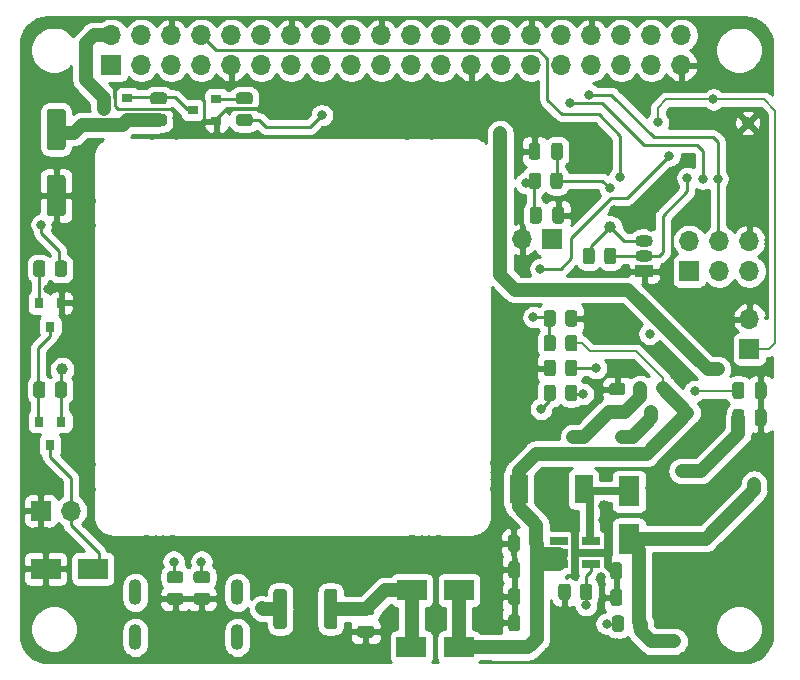
<source format=gbr>
%TF.GenerationSoftware,KiCad,Pcbnew,5.1.9+dfsg1-1*%
%TF.CreationDate,2021-12-17T12:31:51+01:00*%
%TF.ProjectId,RaspberryPi_UPS_HAT,52617370-6265-4727-9279-50695f555053,rev?*%
%TF.SameCoordinates,Original*%
%TF.FileFunction,Copper,L2,Bot*%
%TF.FilePolarity,Positive*%
%FSLAX46Y46*%
G04 Gerber Fmt 4.6, Leading zero omitted, Abs format (unit mm)*
G04 Created by KiCad (PCBNEW 5.1.9+dfsg1-1) date 2021-12-17 12:31:51*
%MOMM*%
%LPD*%
G01*
G04 APERTURE LIST*
%TA.AperFunction,SMDPad,CuDef*%
%ADD10R,1.560000X0.650000*%
%TD*%
%TA.AperFunction,ComponentPad*%
%ADD11O,1.700000X1.700000*%
%TD*%
%TA.AperFunction,ComponentPad*%
%ADD12R,1.700000X1.700000*%
%TD*%
%TA.AperFunction,SMDPad,CuDef*%
%ADD13R,0.900000X0.800000*%
%TD*%
%TA.AperFunction,SMDPad,CuDef*%
%ADD14R,0.800000X0.900000*%
%TD*%
%TA.AperFunction,SMDPad,CuDef*%
%ADD15R,2.500000X1.800000*%
%TD*%
%TA.AperFunction,ComponentPad*%
%ADD16C,1.000000*%
%TD*%
%TA.AperFunction,ComponentPad*%
%ADD17R,1.500000X1.050000*%
%TD*%
%TA.AperFunction,ComponentPad*%
%ADD18O,1.500000X1.050000*%
%TD*%
%TA.AperFunction,SMDPad,CuDef*%
%ADD19R,1.500000X2.400000*%
%TD*%
%TA.AperFunction,ComponentPad*%
%ADD20O,1.100000X2.200000*%
%TD*%
%TA.AperFunction,SMDPad,CuDef*%
%ADD21R,1.800000X2.500000*%
%TD*%
%TA.AperFunction,ViaPad*%
%ADD22C,0.800000*%
%TD*%
%TA.AperFunction,ViaPad*%
%ADD23C,1.000000*%
%TD*%
%TA.AperFunction,Conductor*%
%ADD24C,0.250000*%
%TD*%
%TA.AperFunction,Conductor*%
%ADD25C,0.700000*%
%TD*%
%TA.AperFunction,Conductor*%
%ADD26C,0.300000*%
%TD*%
%TA.AperFunction,Conductor*%
%ADD27C,0.200000*%
%TD*%
%TA.AperFunction,Conductor*%
%ADD28C,1.150000*%
%TD*%
%TA.AperFunction,Conductor*%
%ADD29C,0.800000*%
%TD*%
%TA.AperFunction,Conductor*%
%ADD30C,0.254000*%
%TD*%
%TA.AperFunction,Conductor*%
%ADD31C,0.150000*%
%TD*%
G04 APERTURE END LIST*
D10*
%TO.P,U4,5*%
%TO.N,/STEPUP_IN*%
X97560000Y-84535000D03*
%TO.P,U4,6*%
%TO.N,N/C*%
X97560000Y-83585000D03*
%TO.P,U4,4*%
%TO.N,/STEPUP_IN*%
X97560000Y-85485000D03*
%TO.P,U4,3*%
%TO.N,/FB*%
X100260000Y-85485000D03*
%TO.P,U4,2*%
%TO.N,GND*%
X100260000Y-84535000D03*
%TO.P,U4,1*%
%TO.N,/SW*%
X100260000Y-83585000D03*
%TD*%
D11*
%TO.P,J7,2*%
%TO.N,GND*%
X94460000Y-58000000D03*
D12*
%TO.P,J7,1*%
%TO.N,BTN*%
X97000000Y-58000000D03*
%TD*%
%TO.P,F1,2*%
%TO.N,/5V_IN*%
%TA.AperFunction,SMDPad,CuDef*%
G36*
G01*
X77675000Y-90750001D02*
X77675000Y-87849999D01*
G75*
G02*
X77924999Y-87600000I249999J0D01*
G01*
X78550001Y-87600000D01*
G75*
G02*
X78800000Y-87849999I0J-249999D01*
G01*
X78800000Y-90750001D01*
G75*
G02*
X78550001Y-91000000I-249999J0D01*
G01*
X77924999Y-91000000D01*
G75*
G02*
X77675000Y-90750001I0J249999D01*
G01*
G37*
%TD.AperFunction*%
%TO.P,F1,1*%
%TO.N,/VUSB*%
%TA.AperFunction,SMDPad,CuDef*%
G36*
G01*
X73400000Y-90750001D02*
X73400000Y-87849999D01*
G75*
G02*
X73649999Y-87600000I249999J0D01*
G01*
X74275001Y-87600000D01*
G75*
G02*
X74525000Y-87849999I0J-249999D01*
G01*
X74525000Y-90750001D01*
G75*
G02*
X74275001Y-91000000I-249999J0D01*
G01*
X73649999Y-91000000D01*
G75*
G02*
X73400000Y-90750001I0J249999D01*
G01*
G37*
%TD.AperFunction*%
%TD*%
%TO.P,R15,2*%
%TO.N,ONE_WIRE*%
%TA.AperFunction,SMDPad,CuDef*%
G36*
G01*
X101400000Y-59870001D02*
X101400000Y-58969999D01*
G75*
G02*
X101649999Y-58720000I249999J0D01*
G01*
X102175001Y-58720000D01*
G75*
G02*
X102425000Y-58969999I0J-249999D01*
G01*
X102425000Y-59870001D01*
G75*
G02*
X102175001Y-60120000I-249999J0D01*
G01*
X101649999Y-60120000D01*
G75*
G02*
X101400000Y-59870001I0J249999D01*
G01*
G37*
%TD.AperFunction*%
%TO.P,R15,1*%
%TO.N,+3V3*%
%TA.AperFunction,SMDPad,CuDef*%
G36*
G01*
X99575000Y-59870001D02*
X99575000Y-58969999D01*
G75*
G02*
X99824999Y-58720000I249999J0D01*
G01*
X100350001Y-58720000D01*
G75*
G02*
X100600000Y-58969999I0J-249999D01*
G01*
X100600000Y-59870001D01*
G75*
G02*
X100350001Y-60120000I-249999J0D01*
G01*
X99824999Y-60120000D01*
G75*
G02*
X99575000Y-59870001I0J249999D01*
G01*
G37*
%TD.AperFunction*%
%TD*%
D13*
%TO.P,Q2,3*%
%TO.N,Net-(Q2-Pad3)*%
X66560000Y-47070000D03*
%TO.P,Q2,2*%
%TO.N,GND*%
X68560000Y-48020000D03*
%TO.P,Q2,1*%
%TO.N,Net-(Q2-Pad1)*%
X68560000Y-46120000D03*
%TD*%
D14*
%TO.P,Q1,3*%
%TO.N,Net-(Q1-Pad3)*%
X54500000Y-65390000D03*
%TO.P,Q1,2*%
%TO.N,GND*%
X55450000Y-63390000D03*
%TO.P,Q1,1*%
%TO.N,Net-(Q1-Pad1)*%
X53550000Y-63390000D03*
%TD*%
%TO.P,R14,2*%
%TO.N,+3V3*%
%TA.AperFunction,SMDPad,CuDef*%
G36*
G01*
X96850000Y-53500001D02*
X96850000Y-52599999D01*
G75*
G02*
X97099999Y-52350000I249999J0D01*
G01*
X97625001Y-52350000D01*
G75*
G02*
X97875000Y-52599999I0J-249999D01*
G01*
X97875000Y-53500001D01*
G75*
G02*
X97625001Y-53750000I-249999J0D01*
G01*
X97099999Y-53750000D01*
G75*
G02*
X96850000Y-53500001I0J249999D01*
G01*
G37*
%TD.AperFunction*%
%TO.P,R14,1*%
%TO.N,RST*%
%TA.AperFunction,SMDPad,CuDef*%
G36*
G01*
X95025000Y-53500001D02*
X95025000Y-52599999D01*
G75*
G02*
X95274999Y-52350000I249999J0D01*
G01*
X95800001Y-52350000D01*
G75*
G02*
X96050000Y-52599999I0J-249999D01*
G01*
X96050000Y-53500001D01*
G75*
G02*
X95800001Y-53750000I-249999J0D01*
G01*
X95274999Y-53750000D01*
G75*
G02*
X95025000Y-53500001I0J249999D01*
G01*
G37*
%TD.AperFunction*%
%TD*%
%TO.P,R13,2*%
%TO.N,/CHR_STATE*%
%TA.AperFunction,SMDPad,CuDef*%
G36*
G01*
X98100000Y-71450001D02*
X98100000Y-70549999D01*
G75*
G02*
X98349999Y-70300000I249999J0D01*
G01*
X98875001Y-70300000D01*
G75*
G02*
X99125000Y-70549999I0J-249999D01*
G01*
X99125000Y-71450001D01*
G75*
G02*
X98875001Y-71700000I-249999J0D01*
G01*
X98349999Y-71700000D01*
G75*
G02*
X98100000Y-71450001I0J249999D01*
G01*
G37*
%TD.AperFunction*%
%TO.P,R13,1*%
%TO.N,Net-(D4-Pad1)*%
%TA.AperFunction,SMDPad,CuDef*%
G36*
G01*
X96275000Y-71450001D02*
X96275000Y-70549999D01*
G75*
G02*
X96524999Y-70300000I249999J0D01*
G01*
X97050001Y-70300000D01*
G75*
G02*
X97300000Y-70549999I0J-249999D01*
G01*
X97300000Y-71450001D01*
G75*
G02*
X97050001Y-71700000I-249999J0D01*
G01*
X96524999Y-71700000D01*
G75*
G02*
X96275000Y-71450001I0J249999D01*
G01*
G37*
%TD.AperFunction*%
%TD*%
%TO.P,R12,2*%
%TO.N,GND*%
%TA.AperFunction,SMDPad,CuDef*%
G36*
G01*
X97300000Y-68449999D02*
X97300000Y-69350001D01*
G75*
G02*
X97050001Y-69600000I-249999J0D01*
G01*
X96524999Y-69600000D01*
G75*
G02*
X96275000Y-69350001I0J249999D01*
G01*
X96275000Y-68449999D01*
G75*
G02*
X96524999Y-68200000I249999J0D01*
G01*
X97050001Y-68200000D01*
G75*
G02*
X97300000Y-68449999I0J-249999D01*
G01*
G37*
%TD.AperFunction*%
%TO.P,R12,1*%
%TO.N,Net-(R12-Pad1)*%
%TA.AperFunction,SMDPad,CuDef*%
G36*
G01*
X99125000Y-68449999D02*
X99125000Y-69350001D01*
G75*
G02*
X98875001Y-69600000I-249999J0D01*
G01*
X98349999Y-69600000D01*
G75*
G02*
X98100000Y-69350001I0J249999D01*
G01*
X98100000Y-68449999D01*
G75*
G02*
X98349999Y-68200000I249999J0D01*
G01*
X98875001Y-68200000D01*
G75*
G02*
X99125000Y-68449999I0J-249999D01*
G01*
G37*
%TD.AperFunction*%
%TD*%
%TO.P,R11,2*%
%TO.N,GND*%
%TA.AperFunction,SMDPad,CuDef*%
G36*
G01*
X98550000Y-87399999D02*
X98550000Y-88300001D01*
G75*
G02*
X98300001Y-88550000I-249999J0D01*
G01*
X97774999Y-88550000D01*
G75*
G02*
X97525000Y-88300001I0J249999D01*
G01*
X97525000Y-87399999D01*
G75*
G02*
X97774999Y-87150000I249999J0D01*
G01*
X98300001Y-87150000D01*
G75*
G02*
X98550000Y-87399999I0J-249999D01*
G01*
G37*
%TD.AperFunction*%
%TO.P,R11,1*%
%TO.N,/FB*%
%TA.AperFunction,SMDPad,CuDef*%
G36*
G01*
X100375000Y-87399999D02*
X100375000Y-88300001D01*
G75*
G02*
X100125001Y-88550000I-249999J0D01*
G01*
X99599999Y-88550000D01*
G75*
G02*
X99350000Y-88300001I0J249999D01*
G01*
X99350000Y-87399999D01*
G75*
G02*
X99599999Y-87150000I249999J0D01*
G01*
X100125001Y-87150000D01*
G75*
G02*
X100375000Y-87399999I0J-249999D01*
G01*
G37*
%TD.AperFunction*%
%TD*%
%TO.P,R10,2*%
%TO.N,/FB*%
%TA.AperFunction,SMDPad,CuDef*%
G36*
G01*
X103080000Y-90099999D02*
X103080000Y-91000001D01*
G75*
G02*
X102830001Y-91250000I-249999J0D01*
G01*
X102304999Y-91250000D01*
G75*
G02*
X102055000Y-91000001I0J249999D01*
G01*
X102055000Y-90099999D01*
G75*
G02*
X102304999Y-89850000I249999J0D01*
G01*
X102830001Y-89850000D01*
G75*
G02*
X103080000Y-90099999I0J-249999D01*
G01*
G37*
%TD.AperFunction*%
%TO.P,R10,1*%
%TO.N,/STEPUP_OUT_5V*%
%TA.AperFunction,SMDPad,CuDef*%
G36*
G01*
X104905000Y-90099999D02*
X104905000Y-91000001D01*
G75*
G02*
X104655001Y-91250000I-249999J0D01*
G01*
X104129999Y-91250000D01*
G75*
G02*
X103880000Y-91000001I0J249999D01*
G01*
X103880000Y-90099999D01*
G75*
G02*
X104129999Y-89850000I249999J0D01*
G01*
X104655001Y-89850000D01*
G75*
G02*
X104905000Y-90099999I0J-249999D01*
G01*
G37*
%TD.AperFunction*%
%TD*%
%TO.P,R9,2*%
%TO.N,GND*%
%TA.AperFunction,SMDPad,CuDef*%
G36*
G01*
X102950001Y-71200000D02*
X102049999Y-71200000D01*
G75*
G02*
X101800000Y-70950001I0J249999D01*
G01*
X101800000Y-70424999D01*
G75*
G02*
X102049999Y-70175000I249999J0D01*
G01*
X102950001Y-70175000D01*
G75*
G02*
X103200000Y-70424999I0J-249999D01*
G01*
X103200000Y-70950001D01*
G75*
G02*
X102950001Y-71200000I-249999J0D01*
G01*
G37*
%TD.AperFunction*%
%TO.P,R9,1*%
%TO.N,/5V_IN*%
%TA.AperFunction,SMDPad,CuDef*%
G36*
G01*
X102950001Y-73025000D02*
X102049999Y-73025000D01*
G75*
G02*
X101800000Y-72775001I0J249999D01*
G01*
X101800000Y-72249999D01*
G75*
G02*
X102049999Y-72000000I249999J0D01*
G01*
X102950001Y-72000000D01*
G75*
G02*
X103200000Y-72249999I0J-249999D01*
G01*
X103200000Y-72775001D01*
G75*
G02*
X102950001Y-73025000I-249999J0D01*
G01*
G37*
%TD.AperFunction*%
%TD*%
%TO.P,R8,2*%
%TO.N,GND*%
%TA.AperFunction,SMDPad,CuDef*%
G36*
G01*
X66874999Y-87925000D02*
X67775001Y-87925000D01*
G75*
G02*
X68025000Y-88174999I0J-249999D01*
G01*
X68025000Y-88700001D01*
G75*
G02*
X67775001Y-88950000I-249999J0D01*
G01*
X66874999Y-88950000D01*
G75*
G02*
X66625000Y-88700001I0J249999D01*
G01*
X66625000Y-88174999D01*
G75*
G02*
X66874999Y-87925000I249999J0D01*
G01*
G37*
%TD.AperFunction*%
%TO.P,R8,1*%
%TO.N,Net-(J6-PadB5)*%
%TA.AperFunction,SMDPad,CuDef*%
G36*
G01*
X66874999Y-86100000D02*
X67775001Y-86100000D01*
G75*
G02*
X68025000Y-86349999I0J-249999D01*
G01*
X68025000Y-86875001D01*
G75*
G02*
X67775001Y-87125000I-249999J0D01*
G01*
X66874999Y-87125000D01*
G75*
G02*
X66625000Y-86875001I0J249999D01*
G01*
X66625000Y-86349999D01*
G75*
G02*
X66874999Y-86100000I249999J0D01*
G01*
G37*
%TD.AperFunction*%
%TD*%
%TO.P,R7,2*%
%TO.N,/STEPUP_OUT_5V*%
%TA.AperFunction,SMDPad,CuDef*%
G36*
G01*
X63224999Y-47385000D02*
X64125001Y-47385000D01*
G75*
G02*
X64375000Y-47634999I0J-249999D01*
G01*
X64375000Y-48160001D01*
G75*
G02*
X64125001Y-48410000I-249999J0D01*
G01*
X63224999Y-48410000D01*
G75*
G02*
X62975000Y-48160001I0J249999D01*
G01*
X62975000Y-47634999D01*
G75*
G02*
X63224999Y-47385000I249999J0D01*
G01*
G37*
%TD.AperFunction*%
%TO.P,R7,1*%
%TO.N,Net-(Q2-Pad3)*%
%TA.AperFunction,SMDPad,CuDef*%
G36*
G01*
X63224999Y-45560000D02*
X64125001Y-45560000D01*
G75*
G02*
X64375000Y-45809999I0J-249999D01*
G01*
X64375000Y-46335001D01*
G75*
G02*
X64125001Y-46585000I-249999J0D01*
G01*
X63224999Y-46585000D01*
G75*
G02*
X62975000Y-46335001I0J249999D01*
G01*
X62975000Y-45809999D01*
G75*
G02*
X63224999Y-45560000I249999J0D01*
G01*
G37*
%TD.AperFunction*%
%TD*%
%TO.P,R6,2*%
%TO.N,/FAN_SUPPLY*%
%TA.AperFunction,SMDPad,CuDef*%
G36*
G01*
X54885000Y-71190001D02*
X54885000Y-70289999D01*
G75*
G02*
X55134999Y-70040000I249999J0D01*
G01*
X55660001Y-70040000D01*
G75*
G02*
X55910000Y-70289999I0J-249999D01*
G01*
X55910000Y-71190001D01*
G75*
G02*
X55660001Y-71440000I-249999J0D01*
G01*
X55134999Y-71440000D01*
G75*
G02*
X54885000Y-71190001I0J249999D01*
G01*
G37*
%TD.AperFunction*%
%TO.P,R6,1*%
%TO.N,Net-(Q1-Pad3)*%
%TA.AperFunction,SMDPad,CuDef*%
G36*
G01*
X53060000Y-71190001D02*
X53060000Y-70289999D01*
G75*
G02*
X53309999Y-70040000I249999J0D01*
G01*
X53835001Y-70040000D01*
G75*
G02*
X54085000Y-70289999I0J-249999D01*
G01*
X54085000Y-71190001D01*
G75*
G02*
X53835001Y-71440000I-249999J0D01*
G01*
X53309999Y-71440000D01*
G75*
G02*
X53060000Y-71190001I0J249999D01*
G01*
G37*
%TD.AperFunction*%
%TD*%
%TO.P,R5,2*%
%TO.N,FAN_5V_OUT*%
%TA.AperFunction,SMDPad,CuDef*%
G36*
G01*
X54885000Y-60940001D02*
X54885000Y-60039999D01*
G75*
G02*
X55134999Y-59790000I249999J0D01*
G01*
X55660001Y-59790000D01*
G75*
G02*
X55910000Y-60039999I0J-249999D01*
G01*
X55910000Y-60940001D01*
G75*
G02*
X55660001Y-61190000I-249999J0D01*
G01*
X55134999Y-61190000D01*
G75*
G02*
X54885000Y-60940001I0J249999D01*
G01*
G37*
%TD.AperFunction*%
%TO.P,R5,1*%
%TO.N,Net-(Q1-Pad1)*%
%TA.AperFunction,SMDPad,CuDef*%
G36*
G01*
X53060000Y-60940001D02*
X53060000Y-60039999D01*
G75*
G02*
X53309999Y-59790000I249999J0D01*
G01*
X53835001Y-59790000D01*
G75*
G02*
X54085000Y-60039999I0J-249999D01*
G01*
X54085000Y-60940001D01*
G75*
G02*
X53835001Y-61190000I-249999J0D01*
G01*
X53309999Y-61190000D01*
G75*
G02*
X53060000Y-60940001I0J249999D01*
G01*
G37*
%TD.AperFunction*%
%TD*%
%TO.P,R4,2*%
%TO.N,RPI_POWER_ON_OUT*%
%TA.AperFunction,SMDPad,CuDef*%
G36*
G01*
X70474999Y-47385000D02*
X71375001Y-47385000D01*
G75*
G02*
X71625000Y-47634999I0J-249999D01*
G01*
X71625000Y-48160001D01*
G75*
G02*
X71375001Y-48410000I-249999J0D01*
G01*
X70474999Y-48410000D01*
G75*
G02*
X70225000Y-48160001I0J249999D01*
G01*
X70225000Y-47634999D01*
G75*
G02*
X70474999Y-47385000I249999J0D01*
G01*
G37*
%TD.AperFunction*%
%TO.P,R4,1*%
%TO.N,Net-(Q2-Pad1)*%
%TA.AperFunction,SMDPad,CuDef*%
G36*
G01*
X70474999Y-45560000D02*
X71375001Y-45560000D01*
G75*
G02*
X71625000Y-45809999I0J-249999D01*
G01*
X71625000Y-46335001D01*
G75*
G02*
X71375001Y-46585000I-249999J0D01*
G01*
X70474999Y-46585000D01*
G75*
G02*
X70225000Y-46335001I0J249999D01*
G01*
X70225000Y-45809999D01*
G75*
G02*
X70474999Y-45560000I249999J0D01*
G01*
G37*
%TD.AperFunction*%
%TD*%
%TO.P,R3,2*%
%TO.N,GND*%
%TA.AperFunction,SMDPad,CuDef*%
G36*
G01*
X64624999Y-87925000D02*
X65525001Y-87925000D01*
G75*
G02*
X65775000Y-88174999I0J-249999D01*
G01*
X65775000Y-88700001D01*
G75*
G02*
X65525001Y-88950000I-249999J0D01*
G01*
X64624999Y-88950000D01*
G75*
G02*
X64375000Y-88700001I0J249999D01*
G01*
X64375000Y-88174999D01*
G75*
G02*
X64624999Y-87925000I249999J0D01*
G01*
G37*
%TD.AperFunction*%
%TO.P,R3,1*%
%TO.N,Net-(J6-PadA5)*%
%TA.AperFunction,SMDPad,CuDef*%
G36*
G01*
X64624999Y-86100000D02*
X65525001Y-86100000D01*
G75*
G02*
X65775000Y-86349999I0J-249999D01*
G01*
X65775000Y-86875001D01*
G75*
G02*
X65525001Y-87125000I-249999J0D01*
G01*
X64624999Y-87125000D01*
G75*
G02*
X64375000Y-86875001I0J249999D01*
G01*
X64375000Y-86349999D01*
G75*
G02*
X64624999Y-86100000I249999J0D01*
G01*
G37*
%TD.AperFunction*%
%TD*%
%TO.P,R2,2*%
%TO.N,GND*%
%TA.AperFunction,SMDPad,CuDef*%
G36*
G01*
X98100000Y-65150001D02*
X98100000Y-64249999D01*
G75*
G02*
X98349999Y-64000000I249999J0D01*
G01*
X98875001Y-64000000D01*
G75*
G02*
X99125000Y-64249999I0J-249999D01*
G01*
X99125000Y-65150001D01*
G75*
G02*
X98875001Y-65400000I-249999J0D01*
G01*
X98349999Y-65400000D01*
G75*
G02*
X98100000Y-65150001I0J249999D01*
G01*
G37*
%TD.AperFunction*%
%TO.P,R2,1*%
%TO.N,STEPUP_VOLTAGE_IN*%
%TA.AperFunction,SMDPad,CuDef*%
G36*
G01*
X96275000Y-65150001D02*
X96275000Y-64249999D01*
G75*
G02*
X96524999Y-64000000I249999J0D01*
G01*
X97050001Y-64000000D01*
G75*
G02*
X97300000Y-64249999I0J-249999D01*
G01*
X97300000Y-65150001D01*
G75*
G02*
X97050001Y-65400000I-249999J0D01*
G01*
X96524999Y-65400000D01*
G75*
G02*
X96275000Y-65150001I0J249999D01*
G01*
G37*
%TD.AperFunction*%
%TD*%
%TO.P,R1,2*%
%TO.N,/STEPUP_IN*%
%TA.AperFunction,SMDPad,CuDef*%
G36*
G01*
X98100000Y-67250001D02*
X98100000Y-66349999D01*
G75*
G02*
X98349999Y-66100000I249999J0D01*
G01*
X98875001Y-66100000D01*
G75*
G02*
X99125000Y-66349999I0J-249999D01*
G01*
X99125000Y-67250001D01*
G75*
G02*
X98875001Y-67500000I-249999J0D01*
G01*
X98349999Y-67500000D01*
G75*
G02*
X98100000Y-67250001I0J249999D01*
G01*
G37*
%TD.AperFunction*%
%TO.P,R1,1*%
%TO.N,STEPUP_VOLTAGE_IN*%
%TA.AperFunction,SMDPad,CuDef*%
G36*
G01*
X96275000Y-67250001D02*
X96275000Y-66349999D01*
G75*
G02*
X96524999Y-66100000I249999J0D01*
G01*
X97050001Y-66100000D01*
G75*
G02*
X97300000Y-66349999I0J-249999D01*
G01*
X97300000Y-67250001D01*
G75*
G02*
X97050001Y-67500000I-249999J0D01*
G01*
X96524999Y-67500000D01*
G75*
G02*
X96275000Y-67250001I0J249999D01*
G01*
G37*
%TD.AperFunction*%
%TD*%
D15*
%TO.P,D3,2*%
%TO.N,GND*%
X54100000Y-85900000D03*
%TO.P,D3,1*%
%TO.N,/FAN+*%
X58100000Y-85900000D03*
%TD*%
D11*
%TO.P,J5,2*%
%TO.N,/FAN+*%
X56240000Y-81000000D03*
D12*
%TO.P,J5,1*%
%TO.N,GND*%
X53700000Y-81000000D03*
%TD*%
%TO.P,C12,2*%
%TO.N,GND*%
%TA.AperFunction,SMDPad,CuDef*%
G36*
G01*
X54450000Y-52550000D02*
X55550000Y-52550000D01*
G75*
G02*
X55800000Y-52800000I0J-250000D01*
G01*
X55800000Y-55800000D01*
G75*
G02*
X55550000Y-56050000I-250000J0D01*
G01*
X54450000Y-56050000D01*
G75*
G02*
X54200000Y-55800000I0J250000D01*
G01*
X54200000Y-52800000D01*
G75*
G02*
X54450000Y-52550000I250000J0D01*
G01*
G37*
%TD.AperFunction*%
%TO.P,C12,1*%
%TO.N,/STEPUP_OUT_5V*%
%TA.AperFunction,SMDPad,CuDef*%
G36*
G01*
X54450000Y-46950000D02*
X55550000Y-46950000D01*
G75*
G02*
X55800000Y-47200000I0J-250000D01*
G01*
X55800000Y-50200000D01*
G75*
G02*
X55550000Y-50450000I-250000J0D01*
G01*
X54450000Y-50450000D01*
G75*
G02*
X54200000Y-50200000I0J250000D01*
G01*
X54200000Y-47200000D01*
G75*
G02*
X54450000Y-46950000I250000J0D01*
G01*
G37*
%TD.AperFunction*%
%TD*%
%TO.P,C11,2*%
%TO.N,GND*%
%TA.AperFunction,SMDPad,CuDef*%
G36*
G01*
X97000000Y-56435000D02*
X97000000Y-55485000D01*
G75*
G02*
X97250000Y-55235000I250000J0D01*
G01*
X97750000Y-55235000D01*
G75*
G02*
X98000000Y-55485000I0J-250000D01*
G01*
X98000000Y-56435000D01*
G75*
G02*
X97750000Y-56685000I-250000J0D01*
G01*
X97250000Y-56685000D01*
G75*
G02*
X97000000Y-56435000I0J250000D01*
G01*
G37*
%TD.AperFunction*%
%TO.P,C11,1*%
%TO.N,RST*%
%TA.AperFunction,SMDPad,CuDef*%
G36*
G01*
X95100000Y-56435000D02*
X95100000Y-55485000D01*
G75*
G02*
X95350000Y-55235000I250000J0D01*
G01*
X95850000Y-55235000D01*
G75*
G02*
X96100000Y-55485000I0J-250000D01*
G01*
X96100000Y-56435000D01*
G75*
G02*
X95850000Y-56685000I-250000J0D01*
G01*
X95350000Y-56685000D01*
G75*
G02*
X95100000Y-56435000I0J250000D01*
G01*
G37*
%TD.AperFunction*%
%TD*%
%TO.P,C10,2*%
%TO.N,GND*%
%TA.AperFunction,SMDPad,CuDef*%
G36*
G01*
X96000000Y-50075000D02*
X96000000Y-51025000D01*
G75*
G02*
X95750000Y-51275000I-250000J0D01*
G01*
X95250000Y-51275000D01*
G75*
G02*
X95000000Y-51025000I0J250000D01*
G01*
X95000000Y-50075000D01*
G75*
G02*
X95250000Y-49825000I250000J0D01*
G01*
X95750000Y-49825000D01*
G75*
G02*
X96000000Y-50075000I0J-250000D01*
G01*
G37*
%TD.AperFunction*%
%TO.P,C10,1*%
%TO.N,+3V3*%
%TA.AperFunction,SMDPad,CuDef*%
G36*
G01*
X97900000Y-50075000D02*
X97900000Y-51025000D01*
G75*
G02*
X97650000Y-51275000I-250000J0D01*
G01*
X97150000Y-51275000D01*
G75*
G02*
X96900000Y-51025000I0J250000D01*
G01*
X96900000Y-50075000D01*
G75*
G02*
X97150000Y-49825000I250000J0D01*
G01*
X97650000Y-49825000D01*
G75*
G02*
X97900000Y-50075000I0J-250000D01*
G01*
G37*
%TD.AperFunction*%
%TD*%
D16*
%TO.P,TP4,1*%
%TO.N,+3V3*%
X101900000Y-57000000D03*
%TD*%
%TO.P,TP3,1*%
%TO.N,GND*%
X113550000Y-48150000D03*
%TD*%
%TO.P,TP2,1*%
%TO.N,/STEPUP_OUT_5V*%
X107050000Y-92050000D03*
%TD*%
%TO.P,TP1,1*%
%TO.N,/STEPUP_IN*%
X91900000Y-92550000D03*
%TD*%
D11*
%TO.P,J2,40*%
%TO.N,N/C*%
X107930000Y-40730000D03*
%TO.P,J2,39*%
%TO.N,GND*%
X107930000Y-43270000D03*
%TO.P,J2,38*%
%TO.N,N/C*%
X105390000Y-40730000D03*
%TO.P,J2,37*%
X105390000Y-43270000D03*
%TO.P,J2,36*%
X102850000Y-40730000D03*
%TO.P,J2,35*%
X102850000Y-43270000D03*
%TO.P,J2,34*%
%TO.N,GND*%
X100310000Y-40730000D03*
%TO.P,J2,33*%
%TO.N,N/C*%
X100310000Y-43270000D03*
%TO.P,J2,32*%
X97770000Y-40730000D03*
%TO.P,J2,31*%
X97770000Y-43270000D03*
%TO.P,J2,30*%
%TO.N,GND*%
X95230000Y-40730000D03*
%TO.P,J2,29*%
%TO.N,N/C*%
X95230000Y-43270000D03*
%TO.P,J2,28*%
X92690000Y-40730000D03*
%TO.P,J2,27*%
X92690000Y-43270000D03*
%TO.P,J2,26*%
X90150000Y-40730000D03*
%TO.P,J2,25*%
%TO.N,GND*%
X90150000Y-43270000D03*
%TO.P,J2,24*%
%TO.N,N/C*%
X87610000Y-40730000D03*
%TO.P,J2,23*%
X87610000Y-43270000D03*
%TO.P,J2,22*%
X85070000Y-40730000D03*
%TO.P,J2,21*%
X85070000Y-43270000D03*
%TO.P,J2,20*%
%TO.N,GND*%
X82530000Y-40730000D03*
%TO.P,J2,19*%
%TO.N,N/C*%
X82530000Y-43270000D03*
%TO.P,J2,18*%
X79990000Y-40730000D03*
%TO.P,J2,17*%
X79990000Y-43270000D03*
%TO.P,J2,16*%
X77450000Y-40730000D03*
%TO.P,J2,15*%
X77450000Y-43270000D03*
%TO.P,J2,14*%
%TO.N,GND*%
X74910000Y-40730000D03*
%TO.P,J2,13*%
%TO.N,N/C*%
X74910000Y-43270000D03*
%TO.P,J2,12*%
X72370000Y-40730000D03*
%TO.P,J2,11*%
X72370000Y-43270000D03*
%TO.P,J2,10*%
%TO.N,TX*%
X69830000Y-40730000D03*
%TO.P,J2,9*%
%TO.N,GND*%
X69830000Y-43270000D03*
%TO.P,J2,8*%
%TO.N,RPI_IS_ONLINE_IN*%
X67290000Y-40730000D03*
%TO.P,J2,7*%
%TO.N,N/C*%
X67290000Y-43270000D03*
%TO.P,J2,6*%
%TO.N,GND*%
X64750000Y-40730000D03*
%TO.P,J2,5*%
%TO.N,I2C_SCL*%
X64750000Y-43270000D03*
%TO.P,J2,4*%
%TO.N,/RPI_5V*%
X62210000Y-40730000D03*
%TO.P,J2,3*%
%TO.N,I2C_SDA*%
X62210000Y-43270000D03*
%TO.P,J2,2*%
%TO.N,/RPI_5V*%
X59670000Y-40730000D03*
D12*
%TO.P,J2,1*%
%TO.N,N/C*%
X59670000Y-43270000D03*
%TD*%
D11*
%TO.P,J1,6*%
%TO.N,GND*%
X113680000Y-58160000D03*
%TO.P,J1,5*%
%TO.N,RST*%
X113680000Y-60700000D03*
%TO.P,J1,4*%
%TO.N,I2C_SDA*%
X111140000Y-58160000D03*
%TO.P,J1,3*%
%TO.N,I2C_SCL*%
X111140000Y-60700000D03*
%TO.P,J1,2*%
%TO.N,+3V3*%
X108600000Y-58160000D03*
D12*
%TO.P,J1,1*%
%TO.N,ISP_MISO*%
X108600000Y-60700000D03*
%TD*%
D14*
%TO.P,Q3,3*%
%TO.N,/FAN+*%
X54485000Y-75440000D03*
%TO.P,Q3,2*%
%TO.N,/FAN_SUPPLY*%
X55435000Y-73440000D03*
%TO.P,Q3,1*%
%TO.N,Net-(Q1-Pad3)*%
X53535000Y-73440000D03*
%TD*%
D13*
%TO.P,Q4,3*%
%TO.N,/RPI_5V*%
X59025000Y-46985000D03*
%TO.P,Q4,2*%
%TO.N,/STEPUP_OUT_5V*%
X61025000Y-47935000D03*
%TO.P,Q4,1*%
%TO.N,Net-(Q2-Pad3)*%
X61025000Y-46035000D03*
%TD*%
D17*
%TO.P,U3,1*%
%TO.N,GND*%
X104800000Y-60700000D03*
D18*
%TO.P,U3,3*%
%TO.N,+3V3*%
X104800000Y-58160000D03*
%TO.P,U3,2*%
%TO.N,ONE_WIRE*%
X104800000Y-59430000D03*
%TD*%
D15*
%TO.P,D2,2*%
%TO.N,/5V_IN*%
X85105000Y-87710000D03*
%TO.P,D2,1*%
%TO.N,/STEPUP_IN*%
X89105000Y-87710000D03*
%TD*%
%TO.P,C1,2*%
%TO.N,GND*%
%TA.AperFunction,SMDPad,CuDef*%
G36*
G01*
X114150000Y-71275000D02*
X114150000Y-70325000D01*
G75*
G02*
X114400000Y-70075000I250000J0D01*
G01*
X114900000Y-70075000D01*
G75*
G02*
X115150000Y-70325000I0J-250000D01*
G01*
X115150000Y-71275000D01*
G75*
G02*
X114900000Y-71525000I-250000J0D01*
G01*
X114400000Y-71525000D01*
G75*
G02*
X114150000Y-71275000I0J250000D01*
G01*
G37*
%TD.AperFunction*%
%TO.P,C1,1*%
%TO.N,Net-(C1-Pad1)*%
%TA.AperFunction,SMDPad,CuDef*%
G36*
G01*
X112250000Y-71275000D02*
X112250000Y-70325000D01*
G75*
G02*
X112500000Y-70075000I250000J0D01*
G01*
X113000000Y-70075000D01*
G75*
G02*
X113250000Y-70325000I0J-250000D01*
G01*
X113250000Y-71275000D01*
G75*
G02*
X113000000Y-71525000I-250000J0D01*
G01*
X112500000Y-71525000D01*
G75*
G02*
X112250000Y-71275000I0J250000D01*
G01*
G37*
%TD.AperFunction*%
%TD*%
%TO.P,C2,2*%
%TO.N,GND*%
%TA.AperFunction,SMDPad,CuDef*%
G36*
G01*
X94280000Y-85500000D02*
X94280000Y-86450000D01*
G75*
G02*
X94030000Y-86700000I-250000J0D01*
G01*
X93530000Y-86700000D01*
G75*
G02*
X93280000Y-86450000I0J250000D01*
G01*
X93280000Y-85500000D01*
G75*
G02*
X93530000Y-85250000I250000J0D01*
G01*
X94030000Y-85250000D01*
G75*
G02*
X94280000Y-85500000I0J-250000D01*
G01*
G37*
%TD.AperFunction*%
%TO.P,C2,1*%
%TO.N,/STEPUP_IN*%
%TA.AperFunction,SMDPad,CuDef*%
G36*
G01*
X96180000Y-85500000D02*
X96180000Y-86450000D01*
G75*
G02*
X95930000Y-86700000I-250000J0D01*
G01*
X95430000Y-86700000D01*
G75*
G02*
X95180000Y-86450000I0J250000D01*
G01*
X95180000Y-85500000D01*
G75*
G02*
X95430000Y-85250000I250000J0D01*
G01*
X95930000Y-85250000D01*
G75*
G02*
X96180000Y-85500000I0J-250000D01*
G01*
G37*
%TD.AperFunction*%
%TD*%
%TO.P,C3,2*%
%TO.N,GND*%
%TA.AperFunction,SMDPad,CuDef*%
G36*
G01*
X94280000Y-87775000D02*
X94280000Y-88725000D01*
G75*
G02*
X94030000Y-88975000I-250000J0D01*
G01*
X93530000Y-88975000D01*
G75*
G02*
X93280000Y-88725000I0J250000D01*
G01*
X93280000Y-87775000D01*
G75*
G02*
X93530000Y-87525000I250000J0D01*
G01*
X94030000Y-87525000D01*
G75*
G02*
X94280000Y-87775000I0J-250000D01*
G01*
G37*
%TD.AperFunction*%
%TO.P,C3,1*%
%TO.N,/STEPUP_IN*%
%TA.AperFunction,SMDPad,CuDef*%
G36*
G01*
X96180000Y-87775000D02*
X96180000Y-88725000D01*
G75*
G02*
X95930000Y-88975000I-250000J0D01*
G01*
X95430000Y-88975000D01*
G75*
G02*
X95180000Y-88725000I0J250000D01*
G01*
X95180000Y-87775000D01*
G75*
G02*
X95430000Y-87525000I250000J0D01*
G01*
X95930000Y-87525000D01*
G75*
G02*
X96180000Y-87775000I0J-250000D01*
G01*
G37*
%TD.AperFunction*%
%TD*%
%TO.P,C4,2*%
%TO.N,GND*%
%TA.AperFunction,SMDPad,CuDef*%
G36*
G01*
X94280000Y-90000000D02*
X94280000Y-90950000D01*
G75*
G02*
X94030000Y-91200000I-250000J0D01*
G01*
X93530000Y-91200000D01*
G75*
G02*
X93280000Y-90950000I0J250000D01*
G01*
X93280000Y-90000000D01*
G75*
G02*
X93530000Y-89750000I250000J0D01*
G01*
X94030000Y-89750000D01*
G75*
G02*
X94280000Y-90000000I0J-250000D01*
G01*
G37*
%TD.AperFunction*%
%TO.P,C4,1*%
%TO.N,/STEPUP_IN*%
%TA.AperFunction,SMDPad,CuDef*%
G36*
G01*
X96180000Y-90000000D02*
X96180000Y-90950000D01*
G75*
G02*
X95930000Y-91200000I-250000J0D01*
G01*
X95430000Y-91200000D01*
G75*
G02*
X95180000Y-90950000I0J250000D01*
G01*
X95180000Y-90000000D01*
G75*
G02*
X95430000Y-89750000I250000J0D01*
G01*
X95930000Y-89750000D01*
G75*
G02*
X96180000Y-90000000I0J-250000D01*
G01*
G37*
%TD.AperFunction*%
%TD*%
%TO.P,C5,2*%
%TO.N,GND*%
%TA.AperFunction,SMDPad,CuDef*%
G36*
G01*
X102920000Y-87845000D02*
X102920000Y-88795000D01*
G75*
G02*
X102670000Y-89045000I-250000J0D01*
G01*
X102170000Y-89045000D01*
G75*
G02*
X101920000Y-88795000I0J250000D01*
G01*
X101920000Y-87845000D01*
G75*
G02*
X102170000Y-87595000I250000J0D01*
G01*
X102670000Y-87595000D01*
G75*
G02*
X102920000Y-87845000I0J-250000D01*
G01*
G37*
%TD.AperFunction*%
%TO.P,C5,1*%
%TO.N,/STEPUP_OUT_5V*%
%TA.AperFunction,SMDPad,CuDef*%
G36*
G01*
X104820000Y-87845000D02*
X104820000Y-88795000D01*
G75*
G02*
X104570000Y-89045000I-250000J0D01*
G01*
X104070000Y-89045000D01*
G75*
G02*
X103820000Y-88795000I0J250000D01*
G01*
X103820000Y-87845000D01*
G75*
G02*
X104070000Y-87595000I250000J0D01*
G01*
X104570000Y-87595000D01*
G75*
G02*
X104820000Y-87845000I0J-250000D01*
G01*
G37*
%TD.AperFunction*%
%TD*%
%TO.P,C6,2*%
%TO.N,GND*%
%TA.AperFunction,SMDPad,CuDef*%
G36*
G01*
X102920000Y-85605000D02*
X102920000Y-86555000D01*
G75*
G02*
X102670000Y-86805000I-250000J0D01*
G01*
X102170000Y-86805000D01*
G75*
G02*
X101920000Y-86555000I0J250000D01*
G01*
X101920000Y-85605000D01*
G75*
G02*
X102170000Y-85355000I250000J0D01*
G01*
X102670000Y-85355000D01*
G75*
G02*
X102920000Y-85605000I0J-250000D01*
G01*
G37*
%TD.AperFunction*%
%TO.P,C6,1*%
%TO.N,/STEPUP_OUT_5V*%
%TA.AperFunction,SMDPad,CuDef*%
G36*
G01*
X104820000Y-85605000D02*
X104820000Y-86555000D01*
G75*
G02*
X104570000Y-86805000I-250000J0D01*
G01*
X104070000Y-86805000D01*
G75*
G02*
X103820000Y-86555000I0J250000D01*
G01*
X103820000Y-85605000D01*
G75*
G02*
X104070000Y-85355000I250000J0D01*
G01*
X104570000Y-85355000D01*
G75*
G02*
X104820000Y-85605000I0J-250000D01*
G01*
G37*
%TD.AperFunction*%
%TD*%
D19*
%TO.P,L1,2*%
%TO.N,/STEPUP_IN*%
X94150000Y-79150000D03*
%TO.P,L1,1*%
%TO.N,/SW*%
X99650000Y-79150000D03*
%TD*%
%TO.P,C7,2*%
%TO.N,GND*%
%TA.AperFunction,SMDPad,CuDef*%
G36*
G01*
X94250000Y-83275000D02*
X94250000Y-84225000D01*
G75*
G02*
X94000000Y-84475000I-250000J0D01*
G01*
X93500000Y-84475000D01*
G75*
G02*
X93250000Y-84225000I0J250000D01*
G01*
X93250000Y-83275000D01*
G75*
G02*
X93500000Y-83025000I250000J0D01*
G01*
X94000000Y-83025000D01*
G75*
G02*
X94250000Y-83275000I0J-250000D01*
G01*
G37*
%TD.AperFunction*%
%TO.P,C7,1*%
%TO.N,/STEPUP_IN*%
%TA.AperFunction,SMDPad,CuDef*%
G36*
G01*
X96150000Y-83275000D02*
X96150000Y-84225000D01*
G75*
G02*
X95900000Y-84475000I-250000J0D01*
G01*
X95400000Y-84475000D01*
G75*
G02*
X95150000Y-84225000I0J250000D01*
G01*
X95150000Y-83275000D01*
G75*
G02*
X95400000Y-83025000I250000J0D01*
G01*
X95900000Y-83025000D01*
G75*
G02*
X96150000Y-83275000I0J-250000D01*
G01*
G37*
%TD.AperFunction*%
%TD*%
%TO.P,C8,2*%
%TO.N,GND*%
%TA.AperFunction,SMDPad,CuDef*%
G36*
G01*
X80725000Y-90730000D02*
X81675000Y-90730000D01*
G75*
G02*
X81925000Y-90980000I0J-250000D01*
G01*
X81925000Y-91480000D01*
G75*
G02*
X81675000Y-91730000I-250000J0D01*
G01*
X80725000Y-91730000D01*
G75*
G02*
X80475000Y-91480000I0J250000D01*
G01*
X80475000Y-90980000D01*
G75*
G02*
X80725000Y-90730000I250000J0D01*
G01*
G37*
%TD.AperFunction*%
%TO.P,C8,1*%
%TO.N,/5V_IN*%
%TA.AperFunction,SMDPad,CuDef*%
G36*
G01*
X80725000Y-88830000D02*
X81675000Y-88830000D01*
G75*
G02*
X81925000Y-89080000I0J-250000D01*
G01*
X81925000Y-89580000D01*
G75*
G02*
X81675000Y-89830000I-250000J0D01*
G01*
X80725000Y-89830000D01*
G75*
G02*
X80475000Y-89580000I0J250000D01*
G01*
X80475000Y-89080000D01*
G75*
G02*
X80725000Y-88830000I250000J0D01*
G01*
G37*
%TD.AperFunction*%
%TD*%
%TO.P,C9,2*%
%TO.N,GND*%
%TA.AperFunction,SMDPad,CuDef*%
G36*
G01*
X114150000Y-73575000D02*
X114150000Y-72625000D01*
G75*
G02*
X114400000Y-72375000I250000J0D01*
G01*
X114900000Y-72375000D01*
G75*
G02*
X115150000Y-72625000I0J-250000D01*
G01*
X115150000Y-73575000D01*
G75*
G02*
X114900000Y-73825000I-250000J0D01*
G01*
X114400000Y-73825000D01*
G75*
G02*
X114150000Y-73575000I0J250000D01*
G01*
G37*
%TD.AperFunction*%
%TO.P,C9,1*%
%TO.N,/V_BAT+*%
%TA.AperFunction,SMDPad,CuDef*%
G36*
G01*
X112250000Y-73575000D02*
X112250000Y-72625000D01*
G75*
G02*
X112500000Y-72375000I250000J0D01*
G01*
X113000000Y-72375000D01*
G75*
G02*
X113250000Y-72625000I0J-250000D01*
G01*
X113250000Y-73575000D01*
G75*
G02*
X113000000Y-73825000I-250000J0D01*
G01*
X112500000Y-73825000D01*
G75*
G02*
X112250000Y-73575000I0J250000D01*
G01*
G37*
%TD.AperFunction*%
%TD*%
D15*
%TO.P,D1,2*%
%TO.N,/5V_IN*%
X85080000Y-92535000D03*
%TO.P,D1,1*%
%TO.N,/STEPUP_IN*%
X89080000Y-92535000D03*
%TD*%
D14*
%TO.P,Q5,3*%
%TO.N,/V_BAT+*%
X105400000Y-72600000D03*
%TO.P,Q5,2*%
%TO.N,/STEPUP_IN*%
X106350000Y-70600000D03*
%TO.P,Q5,1*%
%TO.N,/5V_IN*%
X104450000Y-70600000D03*
%TD*%
D20*
%TO.P,J6,S4*%
%TO.N,N/C*%
X70345000Y-91700000D03*
%TO.P,J6,S3*%
X61705000Y-91700000D03*
%TO.P,J6,S2*%
X70345000Y-87900000D03*
%TO.P,J6,S1*%
X61705000Y-87900000D03*
%TD*%
D11*
%TO.P,J4,2*%
%TO.N,GND*%
X113700000Y-64760000D03*
D12*
%TO.P,J4,1*%
%TO.N,TX*%
X113700000Y-67300000D03*
%TD*%
D21*
%TO.P,D5,2*%
%TO.N,/SW*%
X103500000Y-79350000D03*
%TO.P,D5,1*%
%TO.N,/STEPUP_OUT_5V*%
X103500000Y-83350000D03*
%TD*%
D22*
%TO.N,GND*%
X101100000Y-86600000D03*
X102350000Y-68950000D03*
D23*
X92350000Y-86200000D03*
X91600000Y-90900000D03*
D22*
X114100000Y-56250000D03*
X102000000Y-64700000D03*
X99600000Y-55300000D03*
X92550000Y-65500000D03*
X107400000Y-47400000D03*
X113200000Y-52200000D03*
X112200000Y-53800000D03*
X102200000Y-55500000D03*
X105400000Y-57000000D03*
D23*
X108300000Y-69400000D03*
X111200000Y-72000000D03*
X105400000Y-77800000D03*
X105400000Y-79100000D03*
X97700000Y-77800000D03*
X97700000Y-79100000D03*
X97700000Y-80400000D03*
X97700000Y-81700000D03*
X96400000Y-80400000D03*
X96400000Y-79100000D03*
X96400000Y-77800000D03*
X101400000Y-80600000D03*
X101400000Y-81800000D03*
X97400000Y-89700000D03*
X98700000Y-89700000D03*
X98700000Y-91000000D03*
X97400000Y-91000000D03*
X97400000Y-92300000D03*
X98700000Y-92300000D03*
X100000000Y-92300000D03*
X101300000Y-92300000D03*
X102500000Y-92300000D03*
D22*
X109900000Y-56500000D03*
X96500000Y-54500000D03*
X92300000Y-73200000D03*
X104100000Y-69100000D03*
X83500000Y-89500000D03*
X80200000Y-87700000D03*
X83000000Y-85600000D03*
X69100000Y-85300000D03*
X61300000Y-85800000D03*
X59900000Y-87900000D03*
X55000000Y-78800000D03*
X54350000Y-62200000D03*
D23*
X52650000Y-44650000D03*
X54050000Y-44650000D03*
X54050000Y-46050000D03*
X52650000Y-46050000D03*
X57250000Y-92900000D03*
X58550000Y-92900000D03*
X58550000Y-91600000D03*
X57250000Y-91600000D03*
X114800000Y-88350000D03*
X113450000Y-88300000D03*
X113500000Y-86900000D03*
X114800000Y-86950000D03*
X114700000Y-44600000D03*
X113400000Y-44600000D03*
D22*
X98900000Y-86500000D03*
X61250000Y-44750000D03*
X65250000Y-47750000D03*
X57750000Y-52000000D03*
X76000000Y-47500000D03*
X55000000Y-56750000D03*
D23*
X106250000Y-85000000D03*
D22*
%TO.N,RST*%
X94750000Y-53250000D03*
%TO.N,I2C_SDA*%
X111000000Y-52875000D03*
X100150000Y-45750000D03*
%TO.N,TX*%
X105950000Y-48100000D03*
X110650000Y-46150000D03*
%TO.N,RPI_POWER_ON_OUT*%
X77500000Y-47500000D03*
%TO.N,ONE_WIRE*%
X108450000Y-52800000D03*
%TO.N,+3V3*%
X101900000Y-53700000D03*
X105250000Y-66000000D03*
%TO.N,FAN_5V_OUT*%
X109750000Y-52875000D03*
X53750000Y-56750000D03*
X98500000Y-46500000D03*
%TO.N,Net-(C1-Pad1)*%
X109050000Y-70850000D03*
D23*
%TO.N,/STEPUP_IN*%
X108450000Y-72700000D03*
%TO.N,/STEPUP_OUT_5V*%
X114100000Y-78700000D03*
X111000000Y-69000000D03*
X56500000Y-49000000D03*
X92600000Y-49000000D03*
D22*
%TO.N,/5V_IN*%
X98750000Y-74750000D03*
D23*
X103825000Y-71975000D03*
X82820000Y-87710000D03*
%TO.N,/V_BAT+*%
X102895001Y-74745001D03*
X107951780Y-77601780D03*
D22*
%TO.N,Net-(D4-Pad1)*%
X96050000Y-72350000D03*
%TO.N,RPI_IS_ONLINE_IN*%
X102750000Y-52750000D03*
%TO.N,Net-(J6-PadB5)*%
X67300000Y-85300000D03*
%TO.N,Net-(J6-PadA5)*%
X64950000Y-85300000D03*
%TO.N,STEPUP_VOLTAGE_IN*%
X96000000Y-60500000D03*
X95400000Y-64600000D03*
X106925000Y-50925000D03*
%TO.N,Net-(R12-Pad1)*%
X100700000Y-68900000D03*
%TO.N,/CHR_STATE*%
X99600000Y-71100000D03*
D23*
%TO.N,/VUSB*%
X72450000Y-89250000D03*
D22*
%TO.N,/FB*%
X99862500Y-88987500D03*
X101600000Y-90550000D03*
D23*
%TO.N,/FAN_SUPPLY*%
X55500000Y-69000000D03*
%TD*%
D24*
%TO.N,GND*%
X67500000Y-48000000D02*
X67500000Y-46750000D01*
X67500000Y-46750000D02*
X67500000Y-46250000D01*
X64047797Y-46997491D02*
X60252509Y-46997491D01*
X64050306Y-47000000D02*
X64047797Y-46997491D01*
X64750000Y-47000000D02*
X64050306Y-47000000D01*
X60252509Y-46997491D02*
X60005018Y-46750000D01*
X60005018Y-46750000D02*
X60005018Y-46005018D01*
D25*
X98900000Y-83000000D02*
X98900000Y-86500000D01*
X100310000Y-84535000D02*
X101335000Y-84535000D01*
D24*
X102500000Y-70600000D02*
X102500000Y-70200000D01*
X113680000Y-58160000D02*
X113190000Y-58160000D01*
D25*
X99125000Y-84535000D02*
X100150000Y-84535000D01*
D26*
X102420000Y-86080000D02*
X102030000Y-86080000D01*
D25*
X102130000Y-86080000D02*
X101750000Y-85700000D01*
X101750000Y-85700000D02*
X101750000Y-84650000D01*
X98900000Y-86500000D02*
X98900000Y-86500000D01*
X101750000Y-84800000D02*
X101750000Y-83750000D01*
X101750000Y-83900000D02*
X101750000Y-82850000D01*
D24*
X55485000Y-63515000D02*
X55435000Y-63565000D01*
X68600000Y-47985000D02*
X68550000Y-47935000D01*
D26*
X68560000Y-48020000D02*
X68560000Y-47940000D01*
X68560000Y-47940000D02*
X69500000Y-47000000D01*
X69500000Y-47000000D02*
X72000000Y-47000000D01*
X60005018Y-46005018D02*
X60005018Y-45255018D01*
X60005018Y-45255018D02*
X59750000Y-45000000D01*
X72000000Y-47000000D02*
X72250000Y-47000000D01*
X75500000Y-47000000D02*
X76000000Y-47500000D01*
X72250000Y-47000000D02*
X75500000Y-47000000D01*
D24*
%TO.N,RST*%
X95450000Y-55810000D02*
X95600000Y-55960000D01*
X95450000Y-53050000D02*
X95450000Y-55810000D01*
X95337500Y-53250000D02*
X95537500Y-53050000D01*
X94750000Y-53250000D02*
X95337500Y-53250000D01*
%TO.N,I2C_SDA*%
X111000000Y-58020000D02*
X111140000Y-58160000D01*
X111000000Y-52875000D02*
X111000000Y-58020000D01*
X111000000Y-49750000D02*
X111000000Y-52875000D01*
X110600000Y-49350000D02*
X111000000Y-49750000D01*
X102000000Y-45750000D02*
X105600000Y-49350000D01*
X100150000Y-45750000D02*
X102000000Y-45750000D01*
X105600000Y-49350000D02*
X110600000Y-49350000D01*
D27*
%TO.N,TX*%
X115900000Y-66750000D02*
X115350000Y-67300000D01*
X114950000Y-46150000D02*
X115900000Y-47100000D01*
X105950000Y-46850000D02*
X106650000Y-46150000D01*
X115350000Y-67300000D02*
X113700000Y-67300000D01*
X115900000Y-47100000D02*
X115900000Y-66750000D01*
X105950000Y-48100000D02*
X105950000Y-46850000D01*
X110650000Y-46150000D02*
X114950000Y-46150000D01*
X106650000Y-46150000D02*
X110650000Y-46150000D01*
D24*
%TO.N,RPI_POWER_ON_OUT*%
X77500000Y-47500000D02*
X76500000Y-48500000D01*
X76500000Y-48500000D02*
X72750000Y-48500000D01*
X72750000Y-48500000D02*
X72147500Y-47897500D01*
X72147500Y-47897500D02*
X70925000Y-47897500D01*
%TO.N,ONE_WIRE*%
X106020000Y-59430000D02*
X104800000Y-59430000D01*
X106350000Y-56050000D02*
X106350000Y-59100000D01*
X106650000Y-55750000D02*
X106350000Y-56050000D01*
X106350000Y-59100000D02*
X106020000Y-59430000D01*
X108450000Y-53950000D02*
X106350000Y-56050000D01*
X108450000Y-52800000D02*
X108450000Y-53950000D01*
X102152500Y-59430000D02*
X102142500Y-59420000D01*
X104800000Y-59430000D02*
X102152500Y-59430000D01*
%TO.N,+3V3*%
X103060000Y-58160000D02*
X101900000Y-57000000D01*
X104800000Y-58160000D02*
X103060000Y-58160000D01*
X97400000Y-53000000D02*
X97450000Y-53050000D01*
X97400000Y-50550000D02*
X97400000Y-53000000D01*
X101250000Y-53050000D02*
X97450000Y-53050000D01*
X101900000Y-53700000D02*
X101250000Y-53050000D01*
X100317500Y-58582500D02*
X101900000Y-57000000D01*
X100317500Y-59420000D02*
X100317500Y-58582500D01*
%TO.N,Net-(Q1-Pad3)*%
X53485000Y-73390000D02*
X53535000Y-73440000D01*
X53485000Y-67215000D02*
X53485000Y-73390000D01*
X54485000Y-66215000D02*
X53485000Y-67215000D01*
X54485000Y-65565000D02*
X54485000Y-66215000D01*
%TO.N,Net-(Q2-Pad3)*%
X66550000Y-46985000D02*
X66035000Y-46985000D01*
X65035000Y-45985000D02*
X63675000Y-45985000D01*
X66035000Y-46985000D02*
X65035000Y-45985000D01*
X61075000Y-45985000D02*
X61025000Y-46035000D01*
X63675000Y-45985000D02*
X61075000Y-45985000D01*
%TO.N,FAN_5V_OUT*%
X55250000Y-60342500D02*
X55397500Y-60490000D01*
X55250000Y-59000000D02*
X55250000Y-60342500D01*
X109750000Y-52875000D02*
X109750000Y-50500000D01*
X109250000Y-50000000D02*
X106500000Y-50000000D01*
X109750000Y-50500000D02*
X109250000Y-50000000D01*
X53750000Y-57500000D02*
X55250000Y-59000000D01*
X53750000Y-56750000D02*
X53750000Y-57500000D01*
X105250000Y-50000000D02*
X104750000Y-50000000D01*
X106500000Y-50000000D02*
X105250000Y-50000000D01*
X105250000Y-50000000D02*
X104800000Y-50000000D01*
X101250000Y-46500000D02*
X98500000Y-46500000D01*
X104750000Y-50000000D02*
X101250000Y-46500000D01*
D27*
%TO.N,Net-(C1-Pad1)*%
X112700000Y-70850000D02*
X112750000Y-70800000D01*
X109050000Y-70850000D02*
X112700000Y-70850000D01*
D28*
%TO.N,/STEPUP_IN*%
X89105000Y-92510000D02*
X89080000Y-92535000D01*
X89105000Y-87710000D02*
X89105000Y-92510000D01*
X91885000Y-92535000D02*
X91900000Y-92550000D01*
X89080000Y-92535000D02*
X91885000Y-92535000D01*
X91900000Y-92550000D02*
X94950000Y-92550000D01*
X94150000Y-79150000D02*
X94250000Y-79150000D01*
X108450000Y-72700000D02*
X106350000Y-70600000D01*
D27*
X106350000Y-70600000D02*
X106350000Y-69750000D01*
X106350000Y-69750000D02*
X104100000Y-67500000D01*
X100200000Y-67500000D02*
X99500000Y-66800000D01*
X104100000Y-67500000D02*
X100200000Y-67500000D01*
X99500000Y-66800000D02*
X98700000Y-66800000D01*
D28*
X95680000Y-91820000D02*
X95680000Y-90475000D01*
X94950000Y-92550000D02*
X95680000Y-91820000D01*
X95680000Y-83780000D02*
X95650000Y-83750000D01*
X95650000Y-82150000D02*
X95650000Y-83750000D01*
X94150000Y-80650000D02*
X95650000Y-82150000D01*
X94150000Y-79150000D02*
X94150000Y-80650000D01*
X95680000Y-85220000D02*
X95680000Y-83780000D01*
X95680000Y-90475000D02*
X95680000Y-85220000D01*
D29*
X97810000Y-85485000D02*
X97810000Y-84990000D01*
X97810000Y-84990000D02*
X97810000Y-84535000D01*
D28*
X94150000Y-77650000D02*
X94150000Y-79150000D01*
X95650000Y-76150000D02*
X94150000Y-77650000D01*
X105000000Y-76150000D02*
X95650000Y-76150000D01*
X108450000Y-72700000D02*
X105000000Y-76150000D01*
X95945000Y-85485000D02*
X95680000Y-85220000D01*
X97560000Y-85485000D02*
X95945000Y-85485000D01*
X96314999Y-84685001D02*
X97560000Y-84685001D01*
X95780000Y-85220000D02*
X96314999Y-84685001D01*
X95680000Y-85220000D02*
X95780000Y-85220000D01*
%TO.N,/STEPUP_OUT_5V*%
X104320000Y-90390000D02*
X104480000Y-90550000D01*
X104320000Y-86080000D02*
X104320000Y-90390000D01*
X104320000Y-84320000D02*
X103350000Y-83350000D01*
X104320000Y-86080000D02*
X104320000Y-84320000D01*
X104480000Y-90550000D02*
X104480000Y-91180000D01*
X105350000Y-92050000D02*
X107350000Y-92050000D01*
X104480000Y-91180000D02*
X105350000Y-92050000D01*
X110000000Y-83350000D02*
X114100000Y-79250000D01*
X103350000Y-83350000D02*
X110000000Y-83350000D01*
X114100000Y-78700000D02*
X114100000Y-79250000D01*
X63637500Y-47935000D02*
X63675000Y-47897500D01*
X61025000Y-47935000D02*
X63637500Y-47935000D01*
X57164990Y-48335010D02*
X56500000Y-49000000D01*
X60624990Y-48335010D02*
X57164990Y-48335010D01*
X61025000Y-47935000D02*
X60624990Y-48335010D01*
X55550000Y-49000000D02*
X55000000Y-48450000D01*
X56500000Y-49000000D02*
X55550000Y-49000000D01*
X92600000Y-49000000D02*
X92600000Y-52050000D01*
X110150000Y-69000000D02*
X111000000Y-69000000D01*
X103450000Y-62300000D02*
X110150000Y-69000000D01*
X93850000Y-62300000D02*
X103450000Y-62300000D01*
X92600000Y-61050000D02*
X93850000Y-62300000D01*
X92600000Y-49000000D02*
X92600000Y-61050000D01*
%TO.N,/5V_IN*%
X84965000Y-87850000D02*
X85105000Y-87710000D01*
X85105000Y-92510000D02*
X85080000Y-92535000D01*
X85105000Y-87710000D02*
X85105000Y-92510000D01*
X104450000Y-71350000D02*
X104450000Y-70600000D01*
X103825000Y-71975000D02*
X104450000Y-71350000D01*
X81170000Y-89300000D02*
X81200000Y-89330000D01*
X78237500Y-89300000D02*
X81170000Y-89300000D01*
X82820000Y-87710000D02*
X81200000Y-89330000D01*
X85105000Y-87710000D02*
X82820000Y-87710000D01*
X103200000Y-72600000D02*
X103825000Y-71975000D01*
X101800000Y-72600000D02*
X103200000Y-72600000D01*
X99650000Y-74750000D02*
X101800000Y-72600000D01*
X98750000Y-74750000D02*
X99650000Y-74750000D01*
%TO.N,/V_BAT+*%
X105400000Y-72600000D02*
X105400000Y-73150000D01*
X103804999Y-74745001D02*
X102895001Y-74745001D01*
X105400000Y-73150000D02*
X103804999Y-74745001D01*
X109598220Y-77601780D02*
X112750000Y-74450000D01*
X107951780Y-77601780D02*
X109598220Y-77601780D01*
X112750000Y-74450000D02*
X112750000Y-73100000D01*
D24*
%TO.N,/FAN+*%
X58600000Y-84562081D02*
X58600000Y-85900000D01*
X56240000Y-82202081D02*
X58600000Y-84562081D01*
X56240000Y-81000000D02*
X56240000Y-82202081D01*
X56240000Y-78190000D02*
X56240000Y-81000000D01*
X54485000Y-76435000D02*
X56240000Y-78190000D01*
X54485000Y-75440000D02*
X54485000Y-76435000D01*
%TO.N,Net-(D4-Pad1)*%
X96700000Y-71700000D02*
X96050000Y-72350000D01*
X96700000Y-71000000D02*
X96700000Y-71700000D01*
%TO.N,RPI_IS_ONLINE_IN*%
X68560000Y-42000000D02*
X67290000Y-40730000D01*
X96594999Y-42705999D02*
X95889000Y-42000000D01*
X95889000Y-42000000D02*
X68560000Y-42000000D01*
X96594999Y-46194999D02*
X96594999Y-42705999D01*
X97825000Y-47425000D02*
X96594999Y-46194999D01*
X100925000Y-47425000D02*
X97825000Y-47425000D01*
X102750000Y-49250000D02*
X100925000Y-47425000D01*
X102750000Y-52750000D02*
X102750000Y-49250000D01*
D28*
%TO.N,/RPI_5V*%
X58170000Y-40730000D02*
X59670000Y-40730000D01*
X57500000Y-41400000D02*
X58170000Y-40730000D01*
X57500000Y-44500000D02*
X57500000Y-41400000D01*
X59025000Y-46025000D02*
X57500000Y-44500000D01*
X59025000Y-46985000D02*
X59025000Y-46025000D01*
D24*
%TO.N,Net-(J6-PadB5)*%
X67300000Y-86500000D02*
X67325000Y-86525000D01*
X67300000Y-85300000D02*
X67300000Y-86500000D01*
%TO.N,Net-(J6-PadA5)*%
X64950000Y-86400000D02*
X65075000Y-86525000D01*
X64950000Y-85300000D02*
X64950000Y-86400000D01*
%TO.N,STEPUP_VOLTAGE_IN*%
X96700000Y-66800000D02*
X96700000Y-64700000D01*
X96600000Y-64600000D02*
X96700000Y-64700000D01*
X95400000Y-64600000D02*
X96600000Y-64600000D01*
X103350000Y-54500000D02*
X102000000Y-54500000D01*
X106925000Y-50925000D02*
X103350000Y-54500000D01*
X96000000Y-60500000D02*
X97750000Y-60500000D01*
X98625000Y-59625000D02*
X98625000Y-57875000D01*
X97750000Y-60500000D02*
X98625000Y-59625000D01*
X102000000Y-54500000D02*
X98625000Y-57875000D01*
%TO.N,Net-(R12-Pad1)*%
X98700000Y-68900000D02*
X100700000Y-68900000D01*
%TO.N,/CHR_STATE*%
X98800000Y-71100000D02*
X98700000Y-71000000D01*
X99600000Y-71100000D02*
X98800000Y-71100000D01*
D28*
%TO.N,/VUSB*%
X72500000Y-89300000D02*
X72450000Y-89250000D01*
X73962500Y-89300000D02*
X72500000Y-89300000D01*
D24*
%TO.N,/SW*%
X100160000Y-79360000D02*
X99950000Y-79150000D01*
D25*
X100160000Y-83585000D02*
X100160000Y-79360000D01*
D24*
X100150000Y-79350000D02*
X99950000Y-79150000D01*
D25*
X103350000Y-79350000D02*
X100150000Y-79350000D01*
D24*
%TO.N,/FB*%
X100250000Y-85545000D02*
X100310000Y-85485000D01*
X100260000Y-85485000D02*
X100260000Y-86090000D01*
X99862500Y-86487500D02*
X99862500Y-87850000D01*
X100260000Y-86090000D02*
X99862500Y-86487500D01*
X99862500Y-87850000D02*
X99862500Y-88987500D01*
X101600000Y-90550000D02*
X102480000Y-90550000D01*
%TO.N,/FAN_SUPPLY*%
X55397500Y-69102500D02*
X55500000Y-69000000D01*
X55397500Y-70740000D02*
X55397500Y-69102500D01*
X55397500Y-73402500D02*
X55435000Y-73440000D01*
X55397500Y-70740000D02*
X55397500Y-73402500D01*
%TO.N,Net-(Q1-Pad1)*%
X53400000Y-60405000D02*
X53485000Y-60490000D01*
X53550000Y-60512500D02*
X53572500Y-60490000D01*
X53550000Y-63390000D02*
X53550000Y-60512500D01*
%TO.N,Net-(Q2-Pad1)*%
X70990000Y-46050000D02*
X70925000Y-45985000D01*
X70877500Y-46120000D02*
X70925000Y-46072500D01*
X68560000Y-46120000D02*
X70877500Y-46120000D01*
%TD*%
D30*
%TO.N,GND*%
X113749016Y-39232312D02*
X114180930Y-39362714D01*
X114579285Y-39574524D01*
X114928914Y-39859675D01*
X115216497Y-40207303D01*
X115431086Y-40604177D01*
X115564498Y-41035161D01*
X115615000Y-41515654D01*
X115615000Y-45775554D01*
X115495258Y-45655812D01*
X115472238Y-45627762D01*
X115360320Y-45535913D01*
X115232633Y-45467663D01*
X115094085Y-45425635D01*
X114986105Y-45415000D01*
X114950000Y-45411444D01*
X114913895Y-45415000D01*
X111378711Y-45415000D01*
X111309774Y-45346063D01*
X111140256Y-45232795D01*
X110951898Y-45154774D01*
X110751939Y-45115000D01*
X110548061Y-45115000D01*
X110348102Y-45154774D01*
X110159744Y-45232795D01*
X109990226Y-45346063D01*
X109921289Y-45415000D01*
X106686094Y-45415000D01*
X106649999Y-45411445D01*
X106613904Y-45415000D01*
X106613895Y-45415000D01*
X106505915Y-45425635D01*
X106367367Y-45467663D01*
X106239680Y-45535913D01*
X106127762Y-45627762D01*
X106104746Y-45655807D01*
X105455808Y-46304746D01*
X105427763Y-46327762D01*
X105335914Y-46439680D01*
X105271879Y-46559482D01*
X105267664Y-46567367D01*
X105225635Y-46705915D01*
X105211444Y-46850000D01*
X105215001Y-46886115D01*
X105215001Y-47371288D01*
X105146063Y-47440226D01*
X105032795Y-47609744D01*
X105004018Y-47679217D01*
X102563804Y-45239003D01*
X102540001Y-45209999D01*
X102424276Y-45115026D01*
X102292247Y-45044454D01*
X102148986Y-45000997D01*
X102037333Y-44990000D01*
X102037322Y-44990000D01*
X102000000Y-44986324D01*
X101962678Y-44990000D01*
X100853711Y-44990000D01*
X100809774Y-44946063D01*
X100640256Y-44832795D01*
X100452444Y-44755000D01*
X100456260Y-44755000D01*
X100743158Y-44697932D01*
X101013411Y-44585990D01*
X101256632Y-44423475D01*
X101463475Y-44216632D01*
X101580000Y-44042240D01*
X101696525Y-44216632D01*
X101903368Y-44423475D01*
X102146589Y-44585990D01*
X102416842Y-44697932D01*
X102703740Y-44755000D01*
X102996260Y-44755000D01*
X103283158Y-44697932D01*
X103553411Y-44585990D01*
X103796632Y-44423475D01*
X104003475Y-44216632D01*
X104120000Y-44042240D01*
X104236525Y-44216632D01*
X104443368Y-44423475D01*
X104686589Y-44585990D01*
X104956842Y-44697932D01*
X105243740Y-44755000D01*
X105536260Y-44755000D01*
X105823158Y-44697932D01*
X106093411Y-44585990D01*
X106336632Y-44423475D01*
X106543475Y-44216632D01*
X106665195Y-44034466D01*
X106734822Y-44151355D01*
X106929731Y-44367588D01*
X107163080Y-44541641D01*
X107425901Y-44666825D01*
X107573110Y-44711476D01*
X107803000Y-44590155D01*
X107803000Y-43397000D01*
X108057000Y-43397000D01*
X108057000Y-44590155D01*
X108286890Y-44711476D01*
X108434099Y-44666825D01*
X108696920Y-44541641D01*
X108930269Y-44367588D01*
X109125178Y-44151355D01*
X109274157Y-43901252D01*
X109371481Y-43626891D01*
X109250814Y-43397000D01*
X108057000Y-43397000D01*
X107803000Y-43397000D01*
X107783000Y-43397000D01*
X107783000Y-43143000D01*
X107803000Y-43143000D01*
X107803000Y-43123000D01*
X108057000Y-43123000D01*
X108057000Y-43143000D01*
X109250814Y-43143000D01*
X109371481Y-42913109D01*
X109274157Y-42638748D01*
X109125178Y-42388645D01*
X108930269Y-42172412D01*
X108700594Y-42001100D01*
X108876632Y-41883475D01*
X108958075Y-41802032D01*
X110790000Y-41802032D01*
X110790000Y-42197968D01*
X110867243Y-42586296D01*
X111018761Y-42952092D01*
X111238731Y-43281301D01*
X111518699Y-43561269D01*
X111847908Y-43781239D01*
X112213704Y-43932757D01*
X112602032Y-44010000D01*
X112997968Y-44010000D01*
X113386296Y-43932757D01*
X113752092Y-43781239D01*
X114081301Y-43561269D01*
X114361269Y-43281301D01*
X114581239Y-42952092D01*
X114732757Y-42586296D01*
X114810000Y-42197968D01*
X114810000Y-41802032D01*
X114732757Y-41413704D01*
X114581239Y-41047908D01*
X114361269Y-40718699D01*
X114081301Y-40438731D01*
X113752092Y-40218761D01*
X113386296Y-40067243D01*
X112997968Y-39990000D01*
X112602032Y-39990000D01*
X112213704Y-40067243D01*
X111847908Y-40218761D01*
X111518699Y-40438731D01*
X111238731Y-40718699D01*
X111018761Y-41047908D01*
X110867243Y-41413704D01*
X110790000Y-41802032D01*
X108958075Y-41802032D01*
X109083475Y-41676632D01*
X109245990Y-41433411D01*
X109357932Y-41163158D01*
X109415000Y-40876260D01*
X109415000Y-40583740D01*
X109357932Y-40296842D01*
X109245990Y-40026589D01*
X109083475Y-39783368D01*
X108876632Y-39576525D01*
X108633411Y-39414010D01*
X108363158Y-39302068D01*
X108076260Y-39245000D01*
X107783740Y-39245000D01*
X107496842Y-39302068D01*
X107226589Y-39414010D01*
X106983368Y-39576525D01*
X106776525Y-39783368D01*
X106660000Y-39957760D01*
X106543475Y-39783368D01*
X106336632Y-39576525D01*
X106093411Y-39414010D01*
X105823158Y-39302068D01*
X105536260Y-39245000D01*
X105243740Y-39245000D01*
X104956842Y-39302068D01*
X104686589Y-39414010D01*
X104443368Y-39576525D01*
X104236525Y-39783368D01*
X104120000Y-39957760D01*
X104003475Y-39783368D01*
X103796632Y-39576525D01*
X103553411Y-39414010D01*
X103283158Y-39302068D01*
X102996260Y-39245000D01*
X102703740Y-39245000D01*
X102416842Y-39302068D01*
X102146589Y-39414010D01*
X101903368Y-39576525D01*
X101696525Y-39783368D01*
X101574805Y-39965534D01*
X101505178Y-39848645D01*
X101310269Y-39632412D01*
X101076920Y-39458359D01*
X100814099Y-39333175D01*
X100666890Y-39288524D01*
X100437000Y-39409845D01*
X100437000Y-40603000D01*
X100457000Y-40603000D01*
X100457000Y-40857000D01*
X100437000Y-40857000D01*
X100437000Y-40877000D01*
X100183000Y-40877000D01*
X100183000Y-40857000D01*
X100163000Y-40857000D01*
X100163000Y-40603000D01*
X100183000Y-40603000D01*
X100183000Y-39409845D01*
X99953110Y-39288524D01*
X99805901Y-39333175D01*
X99543080Y-39458359D01*
X99309731Y-39632412D01*
X99114822Y-39848645D01*
X99045195Y-39965534D01*
X98923475Y-39783368D01*
X98716632Y-39576525D01*
X98473411Y-39414010D01*
X98203158Y-39302068D01*
X97916260Y-39245000D01*
X97623740Y-39245000D01*
X97336842Y-39302068D01*
X97066589Y-39414010D01*
X96823368Y-39576525D01*
X96616525Y-39783368D01*
X96494805Y-39965534D01*
X96425178Y-39848645D01*
X96230269Y-39632412D01*
X95996920Y-39458359D01*
X95734099Y-39333175D01*
X95586890Y-39288524D01*
X95357000Y-39409845D01*
X95357000Y-40603000D01*
X95377000Y-40603000D01*
X95377000Y-40857000D01*
X95357000Y-40857000D01*
X95357000Y-40877000D01*
X95103000Y-40877000D01*
X95103000Y-40857000D01*
X95083000Y-40857000D01*
X95083000Y-40603000D01*
X95103000Y-40603000D01*
X95103000Y-39409845D01*
X94873110Y-39288524D01*
X94725901Y-39333175D01*
X94463080Y-39458359D01*
X94229731Y-39632412D01*
X94034822Y-39848645D01*
X93965195Y-39965534D01*
X93843475Y-39783368D01*
X93636632Y-39576525D01*
X93393411Y-39414010D01*
X93123158Y-39302068D01*
X92836260Y-39245000D01*
X92543740Y-39245000D01*
X92256842Y-39302068D01*
X91986589Y-39414010D01*
X91743368Y-39576525D01*
X91536525Y-39783368D01*
X91420000Y-39957760D01*
X91303475Y-39783368D01*
X91096632Y-39576525D01*
X90853411Y-39414010D01*
X90583158Y-39302068D01*
X90296260Y-39245000D01*
X90003740Y-39245000D01*
X89716842Y-39302068D01*
X89446589Y-39414010D01*
X89203368Y-39576525D01*
X88996525Y-39783368D01*
X88880000Y-39957760D01*
X88763475Y-39783368D01*
X88556632Y-39576525D01*
X88313411Y-39414010D01*
X88043158Y-39302068D01*
X87756260Y-39245000D01*
X87463740Y-39245000D01*
X87176842Y-39302068D01*
X86906589Y-39414010D01*
X86663368Y-39576525D01*
X86456525Y-39783368D01*
X86340000Y-39957760D01*
X86223475Y-39783368D01*
X86016632Y-39576525D01*
X85773411Y-39414010D01*
X85503158Y-39302068D01*
X85216260Y-39245000D01*
X84923740Y-39245000D01*
X84636842Y-39302068D01*
X84366589Y-39414010D01*
X84123368Y-39576525D01*
X83916525Y-39783368D01*
X83794805Y-39965534D01*
X83725178Y-39848645D01*
X83530269Y-39632412D01*
X83296920Y-39458359D01*
X83034099Y-39333175D01*
X82886890Y-39288524D01*
X82657000Y-39409845D01*
X82657000Y-40603000D01*
X82677000Y-40603000D01*
X82677000Y-40857000D01*
X82657000Y-40857000D01*
X82657000Y-40877000D01*
X82403000Y-40877000D01*
X82403000Y-40857000D01*
X82383000Y-40857000D01*
X82383000Y-40603000D01*
X82403000Y-40603000D01*
X82403000Y-39409845D01*
X82173110Y-39288524D01*
X82025901Y-39333175D01*
X81763080Y-39458359D01*
X81529731Y-39632412D01*
X81334822Y-39848645D01*
X81265195Y-39965534D01*
X81143475Y-39783368D01*
X80936632Y-39576525D01*
X80693411Y-39414010D01*
X80423158Y-39302068D01*
X80136260Y-39245000D01*
X79843740Y-39245000D01*
X79556842Y-39302068D01*
X79286589Y-39414010D01*
X79043368Y-39576525D01*
X78836525Y-39783368D01*
X78720000Y-39957760D01*
X78603475Y-39783368D01*
X78396632Y-39576525D01*
X78153411Y-39414010D01*
X77883158Y-39302068D01*
X77596260Y-39245000D01*
X77303740Y-39245000D01*
X77016842Y-39302068D01*
X76746589Y-39414010D01*
X76503368Y-39576525D01*
X76296525Y-39783368D01*
X76174805Y-39965534D01*
X76105178Y-39848645D01*
X75910269Y-39632412D01*
X75676920Y-39458359D01*
X75414099Y-39333175D01*
X75266890Y-39288524D01*
X75037000Y-39409845D01*
X75037000Y-40603000D01*
X75057000Y-40603000D01*
X75057000Y-40857000D01*
X75037000Y-40857000D01*
X75037000Y-40877000D01*
X74783000Y-40877000D01*
X74783000Y-40857000D01*
X74763000Y-40857000D01*
X74763000Y-40603000D01*
X74783000Y-40603000D01*
X74783000Y-39409845D01*
X74553110Y-39288524D01*
X74405901Y-39333175D01*
X74143080Y-39458359D01*
X73909731Y-39632412D01*
X73714822Y-39848645D01*
X73645195Y-39965534D01*
X73523475Y-39783368D01*
X73316632Y-39576525D01*
X73073411Y-39414010D01*
X72803158Y-39302068D01*
X72516260Y-39245000D01*
X72223740Y-39245000D01*
X71936842Y-39302068D01*
X71666589Y-39414010D01*
X71423368Y-39576525D01*
X71216525Y-39783368D01*
X71100000Y-39957760D01*
X70983475Y-39783368D01*
X70776632Y-39576525D01*
X70533411Y-39414010D01*
X70263158Y-39302068D01*
X69976260Y-39245000D01*
X69683740Y-39245000D01*
X69396842Y-39302068D01*
X69126589Y-39414010D01*
X68883368Y-39576525D01*
X68676525Y-39783368D01*
X68560000Y-39957760D01*
X68443475Y-39783368D01*
X68236632Y-39576525D01*
X67993411Y-39414010D01*
X67723158Y-39302068D01*
X67436260Y-39245000D01*
X67143740Y-39245000D01*
X66856842Y-39302068D01*
X66586589Y-39414010D01*
X66343368Y-39576525D01*
X66136525Y-39783368D01*
X66014805Y-39965534D01*
X65945178Y-39848645D01*
X65750269Y-39632412D01*
X65516920Y-39458359D01*
X65254099Y-39333175D01*
X65106890Y-39288524D01*
X64877000Y-39409845D01*
X64877000Y-40603000D01*
X64897000Y-40603000D01*
X64897000Y-40857000D01*
X64877000Y-40857000D01*
X64877000Y-40877000D01*
X64623000Y-40877000D01*
X64623000Y-40857000D01*
X64603000Y-40857000D01*
X64603000Y-40603000D01*
X64623000Y-40603000D01*
X64623000Y-39409845D01*
X64393110Y-39288524D01*
X64245901Y-39333175D01*
X63983080Y-39458359D01*
X63749731Y-39632412D01*
X63554822Y-39848645D01*
X63485195Y-39965534D01*
X63363475Y-39783368D01*
X63156632Y-39576525D01*
X62913411Y-39414010D01*
X62643158Y-39302068D01*
X62356260Y-39245000D01*
X62063740Y-39245000D01*
X61776842Y-39302068D01*
X61506589Y-39414010D01*
X61263368Y-39576525D01*
X61056525Y-39783368D01*
X60940000Y-39957760D01*
X60823475Y-39783368D01*
X60616632Y-39576525D01*
X60373411Y-39414010D01*
X60103158Y-39302068D01*
X59816260Y-39245000D01*
X59523740Y-39245000D01*
X59236842Y-39302068D01*
X58966589Y-39414010D01*
X58807964Y-39520000D01*
X58229434Y-39520000D01*
X58169999Y-39514146D01*
X58110564Y-39520000D01*
X58110563Y-39520000D01*
X57932799Y-39537508D01*
X57704713Y-39606697D01*
X57494508Y-39719054D01*
X57310261Y-39870261D01*
X57272363Y-39916440D01*
X56686435Y-40502368D01*
X56640262Y-40540261D01*
X56526913Y-40678378D01*
X56489055Y-40724508D01*
X56433988Y-40827531D01*
X56361269Y-40718699D01*
X56081301Y-40438731D01*
X55752092Y-40218761D01*
X55386296Y-40067243D01*
X54997968Y-39990000D01*
X54602032Y-39990000D01*
X54213704Y-40067243D01*
X53847908Y-40218761D01*
X53518699Y-40438731D01*
X53238731Y-40718699D01*
X53018761Y-41047908D01*
X52867243Y-41413704D01*
X52790000Y-41802032D01*
X52790000Y-42197968D01*
X52867243Y-42586296D01*
X53018761Y-42952092D01*
X53238731Y-43281301D01*
X53518699Y-43561269D01*
X53847908Y-43781239D01*
X54213704Y-43932757D01*
X54602032Y-44010000D01*
X54997968Y-44010000D01*
X55386296Y-43932757D01*
X55752092Y-43781239D01*
X56081301Y-43561269D01*
X56290000Y-43352570D01*
X56290000Y-44440565D01*
X56284146Y-44500000D01*
X56290000Y-44559435D01*
X56290000Y-44559436D01*
X56307508Y-44737200D01*
X56376697Y-44965286D01*
X56489054Y-45175491D01*
X56640261Y-45359739D01*
X56686440Y-45397637D01*
X57815000Y-46526198D01*
X57815000Y-47044436D01*
X57822936Y-47125010D01*
X57224425Y-47125010D01*
X57164990Y-47119156D01*
X57105555Y-47125010D01*
X57105553Y-47125010D01*
X56927789Y-47142518D01*
X56699703Y-47211707D01*
X56489498Y-47324064D01*
X56438072Y-47366268D01*
X56438072Y-47200000D01*
X56421008Y-47026746D01*
X56370472Y-46860150D01*
X56288405Y-46706614D01*
X56177962Y-46572038D01*
X56043386Y-46461595D01*
X55889850Y-46379528D01*
X55723254Y-46328992D01*
X55550000Y-46311928D01*
X54450000Y-46311928D01*
X54276746Y-46328992D01*
X54110150Y-46379528D01*
X53956614Y-46461595D01*
X53822038Y-46572038D01*
X53711595Y-46706614D01*
X53629528Y-46860150D01*
X53578992Y-47026746D01*
X53561928Y-47200000D01*
X53561928Y-50200000D01*
X53578992Y-50373254D01*
X53629528Y-50539850D01*
X53711595Y-50693386D01*
X53822038Y-50827962D01*
X53956614Y-50938405D01*
X54110150Y-51020472D01*
X54276746Y-51071008D01*
X54450000Y-51088072D01*
X55550000Y-51088072D01*
X55723254Y-51071008D01*
X55889850Y-51020472D01*
X56043386Y-50938405D01*
X56177962Y-50827962D01*
X56288405Y-50693386D01*
X56370472Y-50539850D01*
X56421008Y-50373254D01*
X56437087Y-50210000D01*
X56440565Y-50210000D01*
X56500000Y-50215854D01*
X56559435Y-50210000D01*
X56559437Y-50210000D01*
X56737201Y-50192492D01*
X56965287Y-50123303D01*
X57175492Y-50010946D01*
X57359739Y-49859739D01*
X57397637Y-49813560D01*
X57666187Y-49545010D01*
X58958269Y-49545010D01*
X58915006Y-49568402D01*
X58863532Y-49603122D01*
X58811582Y-49637117D01*
X58804170Y-49643162D01*
X58653793Y-49767565D01*
X58610027Y-49811638D01*
X58565689Y-49855057D01*
X58559592Y-49862426D01*
X58436242Y-50013668D01*
X58401881Y-50065386D01*
X58366809Y-50116607D01*
X58362260Y-50125020D01*
X58270635Y-50297343D01*
X58246978Y-50354739D01*
X58222519Y-50411807D01*
X58219690Y-50420943D01*
X58163281Y-50607780D01*
X58151219Y-50668698D01*
X58138314Y-50729410D01*
X58137314Y-50738922D01*
X58118269Y-50933155D01*
X58118269Y-50933164D01*
X58115000Y-50966354D01*
X58115001Y-54333647D01*
X58118327Y-54367416D01*
X58118327Y-54375221D01*
X58119327Y-54384733D01*
X58132380Y-54501104D01*
X58145288Y-54561831D01*
X58157348Y-54622737D01*
X58160177Y-54631874D01*
X58195585Y-54743492D01*
X58205843Y-54767426D01*
X58201861Y-54773386D01*
X58133969Y-54937292D01*
X58099358Y-55111294D01*
X58099358Y-55288706D01*
X58133969Y-55462708D01*
X58149416Y-55500000D01*
X58133969Y-55537292D01*
X58099358Y-55711294D01*
X58099358Y-55888706D01*
X58133969Y-56062708D01*
X58149416Y-56100000D01*
X58133969Y-56137292D01*
X58099358Y-56311294D01*
X58099358Y-56488706D01*
X58133969Y-56662708D01*
X58201861Y-56826614D01*
X58205882Y-56832631D01*
X58192336Y-56864236D01*
X58189508Y-56873373D01*
X58155663Y-56985474D01*
X58143605Y-57046370D01*
X58130696Y-57107102D01*
X58129696Y-57116614D01*
X58118269Y-57233155D01*
X58118269Y-57233164D01*
X58115000Y-57266354D01*
X58115001Y-68166344D01*
X58115000Y-68166354D01*
X58115001Y-76633647D01*
X58118327Y-76667416D01*
X58118327Y-76675221D01*
X58119327Y-76684733D01*
X58132380Y-76801104D01*
X58145288Y-76861831D01*
X58157348Y-76922737D01*
X58160177Y-76931874D01*
X58195585Y-77043492D01*
X58205843Y-77067426D01*
X58201861Y-77073386D01*
X58133969Y-77237292D01*
X58099358Y-77411294D01*
X58099358Y-77588706D01*
X58133969Y-77762708D01*
X58149416Y-77800000D01*
X58133969Y-77837292D01*
X58099358Y-78011294D01*
X58099358Y-78188706D01*
X58133969Y-78362708D01*
X58149416Y-78400000D01*
X58133969Y-78437292D01*
X58099358Y-78611294D01*
X58099358Y-78788706D01*
X58133969Y-78962708D01*
X58201861Y-79126614D01*
X58205882Y-79132631D01*
X58192336Y-79164236D01*
X58189508Y-79173373D01*
X58155663Y-79285474D01*
X58143605Y-79346370D01*
X58130696Y-79407102D01*
X58129696Y-79416614D01*
X58118269Y-79533155D01*
X58118269Y-79533164D01*
X58115000Y-79566354D01*
X58115001Y-81533647D01*
X58117887Y-81562945D01*
X58117844Y-81569066D01*
X58118777Y-81578585D01*
X58139178Y-81772682D01*
X58151661Y-81833496D01*
X58163295Y-81894481D01*
X58166059Y-81903637D01*
X58223771Y-82090075D01*
X58247818Y-82147279D01*
X58271087Y-82204873D01*
X58275577Y-82213317D01*
X58368402Y-82384994D01*
X58403122Y-82436468D01*
X58437117Y-82488418D01*
X58443161Y-82495829D01*
X58567565Y-82646207D01*
X58611638Y-82689973D01*
X58655057Y-82734311D01*
X58662426Y-82740408D01*
X58813668Y-82863758D01*
X58865397Y-82898126D01*
X58916608Y-82933191D01*
X58925016Y-82937737D01*
X58925020Y-82937740D01*
X58925024Y-82937742D01*
X59097343Y-83029366D01*
X59154739Y-83053022D01*
X59211807Y-83077482D01*
X59220944Y-83080310D01*
X59407780Y-83136719D01*
X59468690Y-83148780D01*
X59529409Y-83161686D01*
X59538921Y-83162686D01*
X59733155Y-83181731D01*
X59733163Y-83181731D01*
X59766353Y-83185000D01*
X62233647Y-83185000D01*
X62267426Y-83181673D01*
X62275221Y-83181673D01*
X62284733Y-83180673D01*
X62401104Y-83167620D01*
X62461831Y-83154712D01*
X62522737Y-83142652D01*
X62531874Y-83139823D01*
X62643492Y-83104415D01*
X62667426Y-83094157D01*
X62673386Y-83098139D01*
X62837292Y-83166031D01*
X63011294Y-83200642D01*
X63188706Y-83200642D01*
X63362708Y-83166031D01*
X63400000Y-83150584D01*
X63437292Y-83166031D01*
X63611294Y-83200642D01*
X63788706Y-83200642D01*
X63962708Y-83166031D01*
X64000000Y-83150584D01*
X64037292Y-83166031D01*
X64211294Y-83200642D01*
X64388706Y-83200642D01*
X64562708Y-83166031D01*
X64726614Y-83098139D01*
X64732631Y-83094118D01*
X64764236Y-83107664D01*
X64773369Y-83110491D01*
X64773375Y-83110493D01*
X64885474Y-83144337D01*
X64946378Y-83156396D01*
X65007103Y-83169304D01*
X65016614Y-83170304D01*
X65133156Y-83181731D01*
X65133163Y-83181731D01*
X65166353Y-83185000D01*
X84733647Y-83185000D01*
X84767426Y-83181673D01*
X84775221Y-83181673D01*
X84784733Y-83180673D01*
X84901104Y-83167620D01*
X84961831Y-83154712D01*
X85022737Y-83142652D01*
X85031874Y-83139823D01*
X85143492Y-83104415D01*
X85167426Y-83094157D01*
X85173386Y-83098139D01*
X85337292Y-83166031D01*
X85511294Y-83200642D01*
X85688706Y-83200642D01*
X85862708Y-83166031D01*
X85900000Y-83150584D01*
X85937292Y-83166031D01*
X86111294Y-83200642D01*
X86288706Y-83200642D01*
X86462708Y-83166031D01*
X86500000Y-83150584D01*
X86537292Y-83166031D01*
X86711294Y-83200642D01*
X86888706Y-83200642D01*
X87062708Y-83166031D01*
X87226614Y-83098139D01*
X87232631Y-83094118D01*
X87264236Y-83107664D01*
X87273369Y-83110491D01*
X87273375Y-83110493D01*
X87385474Y-83144337D01*
X87446378Y-83156396D01*
X87507103Y-83169304D01*
X87516614Y-83170304D01*
X87633156Y-83181731D01*
X87633163Y-83181731D01*
X87666353Y-83185000D01*
X90233647Y-83185000D01*
X90262955Y-83182113D01*
X90269066Y-83182156D01*
X90278585Y-83181223D01*
X90472682Y-83160822D01*
X90533496Y-83148339D01*
X90594481Y-83136705D01*
X90603637Y-83133941D01*
X90790075Y-83076229D01*
X90847279Y-83052182D01*
X90904873Y-83028913D01*
X90912231Y-83025000D01*
X92611928Y-83025000D01*
X92615000Y-83464250D01*
X92773750Y-83623000D01*
X93623000Y-83623000D01*
X93623000Y-82548750D01*
X93464250Y-82390000D01*
X93250000Y-82386928D01*
X93125518Y-82399188D01*
X93005820Y-82435498D01*
X92895506Y-82494463D01*
X92798815Y-82573815D01*
X92719463Y-82670506D01*
X92660498Y-82780820D01*
X92624188Y-82900518D01*
X92611928Y-83025000D01*
X90912231Y-83025000D01*
X90913317Y-83024423D01*
X91084994Y-82931598D01*
X91136468Y-82896878D01*
X91188418Y-82862883D01*
X91195829Y-82856839D01*
X91346207Y-82732435D01*
X91389973Y-82688362D01*
X91434311Y-82644943D01*
X91440408Y-82637574D01*
X91563758Y-82486332D01*
X91598126Y-82434603D01*
X91633191Y-82383392D01*
X91637739Y-82374981D01*
X91637740Y-82374980D01*
X91637742Y-82374976D01*
X91729366Y-82202657D01*
X91753022Y-82145261D01*
X91777482Y-82088193D01*
X91780310Y-82079056D01*
X91836719Y-81892220D01*
X91848780Y-81831310D01*
X91861686Y-81770591D01*
X91862686Y-81761079D01*
X91881731Y-81566845D01*
X91881731Y-81566837D01*
X91885000Y-81533647D01*
X91885000Y-79466353D01*
X91881673Y-79432574D01*
X91881673Y-79424779D01*
X91880673Y-79415267D01*
X91867620Y-79298897D01*
X91854710Y-79238160D01*
X91842652Y-79177263D01*
X91839824Y-79168126D01*
X91804415Y-79056508D01*
X91794157Y-79032574D01*
X91798139Y-79026614D01*
X91866031Y-78862708D01*
X91900642Y-78688706D01*
X91900642Y-78511294D01*
X91866031Y-78337292D01*
X91850584Y-78300000D01*
X91866031Y-78262708D01*
X91900642Y-78088706D01*
X91900642Y-77911294D01*
X91866031Y-77737292D01*
X91850584Y-77700000D01*
X91866031Y-77662708D01*
X91900642Y-77488706D01*
X91900642Y-77311294D01*
X91866031Y-77137292D01*
X91798139Y-76973386D01*
X91794118Y-76967369D01*
X91807664Y-76935764D01*
X91810492Y-76926627D01*
X91844337Y-76814526D01*
X91856396Y-76753622D01*
X91869304Y-76692897D01*
X91870304Y-76683386D01*
X91881731Y-76566844D01*
X91881731Y-76566837D01*
X91885000Y-76533647D01*
X91885000Y-62046197D01*
X92952367Y-63113565D01*
X92990261Y-63159739D01*
X93174508Y-63310946D01*
X93384713Y-63423303D01*
X93612799Y-63492492D01*
X93790563Y-63510000D01*
X93790565Y-63510000D01*
X93850000Y-63515854D01*
X93909435Y-63510000D01*
X96034597Y-63510000D01*
X96031613Y-63511595D01*
X95897038Y-63622038D01*
X95858105Y-63669478D01*
X95701898Y-63604774D01*
X95501939Y-63565000D01*
X95298061Y-63565000D01*
X95098102Y-63604774D01*
X94909744Y-63682795D01*
X94740226Y-63796063D01*
X94596063Y-63940226D01*
X94482795Y-64109744D01*
X94404774Y-64298102D01*
X94365000Y-64498061D01*
X94365000Y-64701939D01*
X94404774Y-64901898D01*
X94482795Y-65090256D01*
X94596063Y-65259774D01*
X94740226Y-65403937D01*
X94909744Y-65517205D01*
X95098102Y-65595226D01*
X95298061Y-65635000D01*
X95501939Y-65635000D01*
X95701898Y-65595226D01*
X95750166Y-65575233D01*
X95786595Y-65643387D01*
X95874090Y-65750000D01*
X95786595Y-65856613D01*
X95704528Y-66010149D01*
X95653992Y-66176745D01*
X95636928Y-66349999D01*
X95636928Y-67250001D01*
X95653992Y-67423255D01*
X95704528Y-67589851D01*
X95786595Y-67743387D01*
X95807432Y-67768777D01*
X95744463Y-67845506D01*
X95685498Y-67955820D01*
X95649188Y-68075518D01*
X95636928Y-68200000D01*
X95640000Y-68614250D01*
X95798750Y-68773000D01*
X96660500Y-68773000D01*
X96660500Y-68753000D01*
X96914500Y-68753000D01*
X96914500Y-68773000D01*
X96934500Y-68773000D01*
X96934500Y-69027000D01*
X96914500Y-69027000D01*
X96914500Y-69047000D01*
X96660500Y-69047000D01*
X96660500Y-69027000D01*
X95798750Y-69027000D01*
X95640000Y-69185750D01*
X95636928Y-69600000D01*
X95649188Y-69724482D01*
X95685498Y-69844180D01*
X95744463Y-69954494D01*
X95807432Y-70031223D01*
X95786595Y-70056613D01*
X95704528Y-70210149D01*
X95653992Y-70376745D01*
X95636928Y-70549999D01*
X95636928Y-71400824D01*
X95559744Y-71432795D01*
X95390226Y-71546063D01*
X95246063Y-71690226D01*
X95132795Y-71859744D01*
X95054774Y-72048102D01*
X95015000Y-72248061D01*
X95015000Y-72451939D01*
X95054774Y-72651898D01*
X95132795Y-72840256D01*
X95246063Y-73009774D01*
X95390226Y-73153937D01*
X95559744Y-73267205D01*
X95748102Y-73345226D01*
X95948061Y-73385000D01*
X96151939Y-73385000D01*
X96351898Y-73345226D01*
X96540256Y-73267205D01*
X96709774Y-73153937D01*
X96853937Y-73009774D01*
X96967205Y-72840256D01*
X97045226Y-72651898D01*
X97085000Y-72451939D01*
X97085000Y-72389802D01*
X97146205Y-72328597D01*
X97223255Y-72321008D01*
X97389851Y-72270472D01*
X97543387Y-72188405D01*
X97677962Y-72077962D01*
X97700000Y-72051109D01*
X97722038Y-72077962D01*
X97856613Y-72188405D01*
X98010149Y-72270472D01*
X98176745Y-72321008D01*
X98349999Y-72338072D01*
X98875001Y-72338072D01*
X99048255Y-72321008D01*
X99214851Y-72270472D01*
X99368387Y-72188405D01*
X99446064Y-72124657D01*
X99498061Y-72135000D01*
X99701939Y-72135000D01*
X99901898Y-72095226D01*
X100090256Y-72017205D01*
X100259774Y-71903937D01*
X100403937Y-71759774D01*
X100517205Y-71590256D01*
X100595226Y-71401898D01*
X100635000Y-71201939D01*
X100635000Y-70998061D01*
X100595226Y-70798102D01*
X100517205Y-70609744D01*
X100403937Y-70440226D01*
X100259774Y-70296063D01*
X100090256Y-70182795D01*
X100071438Y-70175000D01*
X101161928Y-70175000D01*
X101165000Y-70401750D01*
X101323750Y-70560500D01*
X102373000Y-70560500D01*
X102373000Y-69698750D01*
X102214250Y-69540000D01*
X101800000Y-69536928D01*
X101675518Y-69549188D01*
X101555820Y-69585498D01*
X101445506Y-69644463D01*
X101348815Y-69723815D01*
X101269463Y-69820506D01*
X101210498Y-69930820D01*
X101174188Y-70050518D01*
X101161928Y-70175000D01*
X100071438Y-70175000D01*
X99901898Y-70104774D01*
X99701939Y-70065000D01*
X99617888Y-70065000D01*
X99613405Y-70056613D01*
X99525910Y-69950000D01*
X99613405Y-69843387D01*
X99695472Y-69689851D01*
X99704527Y-69660000D01*
X99996289Y-69660000D01*
X100040226Y-69703937D01*
X100209744Y-69817205D01*
X100398102Y-69895226D01*
X100598061Y-69935000D01*
X100801939Y-69935000D01*
X101001898Y-69895226D01*
X101190256Y-69817205D01*
X101359774Y-69703937D01*
X101503937Y-69559774D01*
X101617205Y-69390256D01*
X101695226Y-69201898D01*
X101735000Y-69001939D01*
X101735000Y-68798061D01*
X101695226Y-68598102D01*
X101617205Y-68409744D01*
X101503937Y-68240226D01*
X101498711Y-68235000D01*
X103795554Y-68235000D01*
X105151908Y-69591355D01*
X105094180Y-69560498D01*
X105043050Y-69544988D01*
X104915287Y-69476697D01*
X104687201Y-69407508D01*
X104450000Y-69384146D01*
X104212800Y-69407508D01*
X103984714Y-69476697D01*
X103856952Y-69544987D01*
X103805820Y-69560498D01*
X103695506Y-69619463D01*
X103609769Y-69689826D01*
X103554494Y-69644463D01*
X103444180Y-69585498D01*
X103324482Y-69549188D01*
X103200000Y-69536928D01*
X102785750Y-69540000D01*
X102627000Y-69698750D01*
X102627000Y-70560500D01*
X102647000Y-70560500D01*
X102647000Y-70814500D01*
X102627000Y-70814500D01*
X102627000Y-70834500D01*
X102373000Y-70834500D01*
X102373000Y-70814500D01*
X101323750Y-70814500D01*
X101165000Y-70973250D01*
X101161928Y-71200000D01*
X101174188Y-71324482D01*
X101210498Y-71444180D01*
X101251619Y-71521111D01*
X101124508Y-71589054D01*
X100940261Y-71740261D01*
X100902372Y-71786429D01*
X99148803Y-73540000D01*
X98690563Y-73540000D01*
X98512799Y-73557508D01*
X98284713Y-73626697D01*
X98074508Y-73739054D01*
X97890261Y-73890261D01*
X97739054Y-74074508D01*
X97626697Y-74284713D01*
X97557508Y-74512799D01*
X97534146Y-74750000D01*
X97552859Y-74940000D01*
X95709434Y-74940000D01*
X95649999Y-74934146D01*
X95590564Y-74940000D01*
X95590563Y-74940000D01*
X95412799Y-74957508D01*
X95184713Y-75026697D01*
X94974508Y-75139054D01*
X94790261Y-75290261D01*
X94752372Y-75336429D01*
X93336439Y-76752364D01*
X93290261Y-76790261D01*
X93139054Y-76974509D01*
X93026697Y-77184714D01*
X92957508Y-77412800D01*
X92949056Y-77498617D01*
X92948815Y-77498815D01*
X92869463Y-77595506D01*
X92810498Y-77705820D01*
X92774188Y-77825518D01*
X92761928Y-77950000D01*
X92761928Y-80350000D01*
X92774188Y-80474482D01*
X92810498Y-80594180D01*
X92869463Y-80704494D01*
X92948815Y-80801185D01*
X92949056Y-80801383D01*
X92957508Y-80887201D01*
X93026698Y-81115287D01*
X93139055Y-81325492D01*
X93290262Y-81509739D01*
X93336435Y-81547632D01*
X94176780Y-82387978D01*
X94035750Y-82390000D01*
X93877000Y-82548750D01*
X93877000Y-83623000D01*
X93897000Y-83623000D01*
X93897000Y-83877000D01*
X93877000Y-83877000D01*
X93877000Y-84951250D01*
X93907000Y-84981250D01*
X93907000Y-85848000D01*
X93927000Y-85848000D01*
X93927000Y-86102000D01*
X93907000Y-86102000D01*
X93907000Y-88123000D01*
X93927000Y-88123000D01*
X93927000Y-88377000D01*
X93907000Y-88377000D01*
X93907000Y-90348000D01*
X93927000Y-90348000D01*
X93927000Y-90602000D01*
X93907000Y-90602000D01*
X93907000Y-90622000D01*
X93653000Y-90622000D01*
X93653000Y-90602000D01*
X92803750Y-90602000D01*
X92645000Y-90760750D01*
X92641928Y-91200000D01*
X92654188Y-91324482D01*
X92658895Y-91340000D01*
X92096737Y-91340000D01*
X91944437Y-91325000D01*
X91944435Y-91325000D01*
X91885000Y-91319146D01*
X91825565Y-91325000D01*
X90884320Y-91325000D01*
X90860537Y-91280506D01*
X90781185Y-91183815D01*
X90684494Y-91104463D01*
X90574180Y-91045498D01*
X90454482Y-91009188D01*
X90330000Y-90996928D01*
X90315000Y-90996928D01*
X90315000Y-89248072D01*
X90355000Y-89248072D01*
X90479482Y-89235812D01*
X90599180Y-89199502D01*
X90709494Y-89140537D01*
X90806185Y-89061185D01*
X90876914Y-88975000D01*
X92641928Y-88975000D01*
X92654188Y-89099482D01*
X92690498Y-89219180D01*
X92749463Y-89329494D01*
X92776550Y-89362500D01*
X92749463Y-89395506D01*
X92690498Y-89505820D01*
X92654188Y-89625518D01*
X92641928Y-89750000D01*
X92645000Y-90189250D01*
X92803750Y-90348000D01*
X93653000Y-90348000D01*
X93653000Y-88377000D01*
X92803750Y-88377000D01*
X92645000Y-88535750D01*
X92641928Y-88975000D01*
X90876914Y-88975000D01*
X90885537Y-88964494D01*
X90944502Y-88854180D01*
X90980812Y-88734482D01*
X90993072Y-88610000D01*
X90993072Y-86810000D01*
X90982239Y-86700000D01*
X92641928Y-86700000D01*
X92654188Y-86824482D01*
X92690498Y-86944180D01*
X92749463Y-87054494D01*
X92797067Y-87112500D01*
X92749463Y-87170506D01*
X92690498Y-87280820D01*
X92654188Y-87400518D01*
X92641928Y-87525000D01*
X92645000Y-87964250D01*
X92803750Y-88123000D01*
X93653000Y-88123000D01*
X93653000Y-86102000D01*
X92803750Y-86102000D01*
X92645000Y-86260750D01*
X92641928Y-86700000D01*
X90982239Y-86700000D01*
X90980812Y-86685518D01*
X90944502Y-86565820D01*
X90885537Y-86455506D01*
X90806185Y-86358815D01*
X90709494Y-86279463D01*
X90599180Y-86220498D01*
X90479482Y-86184188D01*
X90355000Y-86171928D01*
X87855000Y-86171928D01*
X87730518Y-86184188D01*
X87610820Y-86220498D01*
X87500506Y-86279463D01*
X87403815Y-86358815D01*
X87324463Y-86455506D01*
X87265498Y-86565820D01*
X87229188Y-86685518D01*
X87216928Y-86810000D01*
X87216928Y-88610000D01*
X87229188Y-88734482D01*
X87265498Y-88854180D01*
X87324463Y-88964494D01*
X87403815Y-89061185D01*
X87500506Y-89140537D01*
X87610820Y-89199502D01*
X87730518Y-89235812D01*
X87855000Y-89248072D01*
X87895000Y-89248072D01*
X87895001Y-90996928D01*
X87830000Y-90996928D01*
X87705518Y-91009188D01*
X87585820Y-91045498D01*
X87475506Y-91104463D01*
X87378815Y-91183815D01*
X87299463Y-91280506D01*
X87240498Y-91390820D01*
X87204188Y-91510518D01*
X87191928Y-91635000D01*
X87191928Y-93435000D01*
X87204188Y-93559482D01*
X87240498Y-93679180D01*
X87299463Y-93789494D01*
X87320395Y-93815000D01*
X86839605Y-93815000D01*
X86860537Y-93789494D01*
X86919502Y-93679180D01*
X86955812Y-93559482D01*
X86968072Y-93435000D01*
X86968072Y-91635000D01*
X86955812Y-91510518D01*
X86919502Y-91390820D01*
X86860537Y-91280506D01*
X86781185Y-91183815D01*
X86684494Y-91104463D01*
X86574180Y-91045498D01*
X86454482Y-91009188D01*
X86330000Y-90996928D01*
X86315000Y-90996928D01*
X86315000Y-89248072D01*
X86355000Y-89248072D01*
X86479482Y-89235812D01*
X86599180Y-89199502D01*
X86709494Y-89140537D01*
X86806185Y-89061185D01*
X86885537Y-88964494D01*
X86944502Y-88854180D01*
X86980812Y-88734482D01*
X86993072Y-88610000D01*
X86993072Y-86810000D01*
X86980812Y-86685518D01*
X86944502Y-86565820D01*
X86885537Y-86455506D01*
X86806185Y-86358815D01*
X86709494Y-86279463D01*
X86599180Y-86220498D01*
X86479482Y-86184188D01*
X86355000Y-86171928D01*
X83855000Y-86171928D01*
X83730518Y-86184188D01*
X83610820Y-86220498D01*
X83500506Y-86279463D01*
X83403815Y-86358815D01*
X83324463Y-86455506D01*
X83300680Y-86500000D01*
X82879435Y-86500000D01*
X82820000Y-86494146D01*
X82760565Y-86500000D01*
X82760563Y-86500000D01*
X82582799Y-86517508D01*
X82354713Y-86586697D01*
X82144508Y-86699054D01*
X81960261Y-86850261D01*
X81922367Y-86896435D01*
X80728803Y-88090000D01*
X79438072Y-88090000D01*
X79438072Y-87849999D01*
X79421008Y-87676745D01*
X79370472Y-87510149D01*
X79288405Y-87356613D01*
X79177962Y-87222038D01*
X79043387Y-87111595D01*
X78889851Y-87029528D01*
X78723255Y-86978992D01*
X78550001Y-86961928D01*
X77924999Y-86961928D01*
X77751745Y-86978992D01*
X77585149Y-87029528D01*
X77431613Y-87111595D01*
X77297038Y-87222038D01*
X77186595Y-87356613D01*
X77104528Y-87510149D01*
X77053992Y-87676745D01*
X77036928Y-87849999D01*
X77036928Y-89144838D01*
X77021646Y-89300000D01*
X77036928Y-89455162D01*
X77036928Y-90750001D01*
X77053992Y-90923255D01*
X77104528Y-91089851D01*
X77186595Y-91243387D01*
X77297038Y-91377962D01*
X77431613Y-91488405D01*
X77585149Y-91570472D01*
X77751745Y-91621008D01*
X77924999Y-91638072D01*
X78550001Y-91638072D01*
X78723255Y-91621008D01*
X78889851Y-91570472D01*
X79043387Y-91488405D01*
X79177962Y-91377962D01*
X79288405Y-91243387D01*
X79370472Y-91089851D01*
X79421008Y-90923255D01*
X79438072Y-90750001D01*
X79438072Y-90510000D01*
X79878163Y-90510000D01*
X79849188Y-90605518D01*
X79836928Y-90730000D01*
X79840000Y-90944250D01*
X79998750Y-91103000D01*
X81073000Y-91103000D01*
X81073000Y-91083000D01*
X81327000Y-91083000D01*
X81327000Y-91103000D01*
X82401250Y-91103000D01*
X82560000Y-90944250D01*
X82563072Y-90730000D01*
X82550812Y-90605518D01*
X82514502Y-90485820D01*
X82455537Y-90375506D01*
X82376185Y-90278815D01*
X82296406Y-90213342D01*
X82302962Y-90207962D01*
X82413405Y-90073386D01*
X82495472Y-89919850D01*
X82546008Y-89753254D01*
X82552352Y-89688846D01*
X83307827Y-88933371D01*
X83324463Y-88964494D01*
X83403815Y-89061185D01*
X83500506Y-89140537D01*
X83610820Y-89199502D01*
X83730518Y-89235812D01*
X83855000Y-89248072D01*
X83895000Y-89248072D01*
X83895001Y-90996928D01*
X83830000Y-90996928D01*
X83705518Y-91009188D01*
X83585820Y-91045498D01*
X83475506Y-91104463D01*
X83378815Y-91183815D01*
X83299463Y-91280506D01*
X83240498Y-91390820D01*
X83204188Y-91510518D01*
X83191928Y-91635000D01*
X83191928Y-93435000D01*
X83204188Y-93559482D01*
X83240498Y-93679180D01*
X83299463Y-93789494D01*
X83320395Y-93815000D01*
X54333504Y-93815000D01*
X53850984Y-93767688D01*
X53419073Y-93637287D01*
X53020720Y-93425480D01*
X52671086Y-93140325D01*
X52383503Y-92792697D01*
X52168915Y-92395825D01*
X52035500Y-91964834D01*
X51985000Y-91484346D01*
X51985000Y-90802032D01*
X52790000Y-90802032D01*
X52790000Y-91197968D01*
X52867243Y-91586296D01*
X53018761Y-91952092D01*
X53238731Y-92281301D01*
X53518699Y-92561269D01*
X53847908Y-92781239D01*
X54213704Y-92932757D01*
X54602032Y-93010000D01*
X54997968Y-93010000D01*
X55386296Y-92932757D01*
X55752092Y-92781239D01*
X56081301Y-92561269D01*
X56361269Y-92281301D01*
X56581239Y-91952092D01*
X56732757Y-91586296D01*
X56810000Y-91197968D01*
X56810000Y-91091794D01*
X60520000Y-91091794D01*
X60520000Y-92308207D01*
X60537147Y-92482300D01*
X60604906Y-92705674D01*
X60714943Y-92911536D01*
X60863026Y-93091975D01*
X61043465Y-93240058D01*
X61249327Y-93350094D01*
X61472701Y-93417853D01*
X61705000Y-93440733D01*
X61937300Y-93417853D01*
X62160674Y-93350094D01*
X62366536Y-93240058D01*
X62546975Y-93091975D01*
X62695058Y-92911536D01*
X62805094Y-92705674D01*
X62872853Y-92482300D01*
X62890000Y-92308207D01*
X62890000Y-91091794D01*
X69160000Y-91091794D01*
X69160000Y-92308207D01*
X69177147Y-92482300D01*
X69244906Y-92705674D01*
X69354943Y-92911536D01*
X69503026Y-93091975D01*
X69683465Y-93240058D01*
X69889327Y-93350094D01*
X70112701Y-93417853D01*
X70345000Y-93440733D01*
X70577300Y-93417853D01*
X70800674Y-93350094D01*
X71006536Y-93240058D01*
X71186975Y-93091975D01*
X71335058Y-92911536D01*
X71445094Y-92705674D01*
X71512853Y-92482300D01*
X71530000Y-92308207D01*
X71530000Y-91730000D01*
X79836928Y-91730000D01*
X79849188Y-91854482D01*
X79885498Y-91974180D01*
X79944463Y-92084494D01*
X80023815Y-92181185D01*
X80120506Y-92260537D01*
X80230820Y-92319502D01*
X80350518Y-92355812D01*
X80475000Y-92368072D01*
X80914250Y-92365000D01*
X81073000Y-92206250D01*
X81073000Y-91357000D01*
X81327000Y-91357000D01*
X81327000Y-92206250D01*
X81485750Y-92365000D01*
X81925000Y-92368072D01*
X82049482Y-92355812D01*
X82169180Y-92319502D01*
X82279494Y-92260537D01*
X82376185Y-92181185D01*
X82455537Y-92084494D01*
X82514502Y-91974180D01*
X82550812Y-91854482D01*
X82563072Y-91730000D01*
X82560000Y-91515750D01*
X82401250Y-91357000D01*
X81327000Y-91357000D01*
X81073000Y-91357000D01*
X79998750Y-91357000D01*
X79840000Y-91515750D01*
X79836928Y-91730000D01*
X71530000Y-91730000D01*
X71530000Y-91091793D01*
X71512853Y-90917700D01*
X71445094Y-90694326D01*
X71335058Y-90488464D01*
X71186975Y-90308025D01*
X71006535Y-90159942D01*
X70800673Y-90049906D01*
X70577299Y-89982147D01*
X70345000Y-89959267D01*
X70112700Y-89982147D01*
X69889326Y-90049906D01*
X69683464Y-90159942D01*
X69503025Y-90308025D01*
X69354942Y-90488465D01*
X69244906Y-90694327D01*
X69177147Y-90917701D01*
X69160000Y-91091794D01*
X62890000Y-91091794D01*
X62890000Y-91091793D01*
X62872853Y-90917700D01*
X62805094Y-90694326D01*
X62695058Y-90488464D01*
X62546975Y-90308025D01*
X62366535Y-90159942D01*
X62160673Y-90049906D01*
X61937299Y-89982147D01*
X61705000Y-89959267D01*
X61472700Y-89982147D01*
X61249326Y-90049906D01*
X61043464Y-90159942D01*
X60863025Y-90308025D01*
X60714942Y-90488465D01*
X60604906Y-90694327D01*
X60537147Y-90917701D01*
X60520000Y-91091794D01*
X56810000Y-91091794D01*
X56810000Y-90802032D01*
X56732757Y-90413704D01*
X56581239Y-90047908D01*
X56361269Y-89718699D01*
X56081301Y-89438731D01*
X55752092Y-89218761D01*
X55386296Y-89067243D01*
X54997968Y-88990000D01*
X54602032Y-88990000D01*
X54213704Y-89067243D01*
X53847908Y-89218761D01*
X53518699Y-89438731D01*
X53238731Y-89718699D01*
X53018761Y-90047908D01*
X52867243Y-90413704D01*
X52790000Y-90802032D01*
X51985000Y-90802032D01*
X51985000Y-86800000D01*
X52211928Y-86800000D01*
X52224188Y-86924482D01*
X52260498Y-87044180D01*
X52319463Y-87154494D01*
X52398815Y-87251185D01*
X52495506Y-87330537D01*
X52605820Y-87389502D01*
X52725518Y-87425812D01*
X52850000Y-87438072D01*
X53814250Y-87435000D01*
X53973000Y-87276250D01*
X53973000Y-86027000D01*
X54227000Y-86027000D01*
X54227000Y-87276250D01*
X54385750Y-87435000D01*
X55350000Y-87438072D01*
X55474482Y-87425812D01*
X55594180Y-87389502D01*
X55704494Y-87330537D01*
X55801185Y-87251185D01*
X55880537Y-87154494D01*
X55939502Y-87044180D01*
X55975812Y-86924482D01*
X55988072Y-86800000D01*
X55985000Y-86185750D01*
X55826250Y-86027000D01*
X54227000Y-86027000D01*
X53973000Y-86027000D01*
X52373750Y-86027000D01*
X52215000Y-86185750D01*
X52211928Y-86800000D01*
X51985000Y-86800000D01*
X51985000Y-85000000D01*
X52211928Y-85000000D01*
X52215000Y-85614250D01*
X52373750Y-85773000D01*
X53973000Y-85773000D01*
X53973000Y-84523750D01*
X54227000Y-84523750D01*
X54227000Y-85773000D01*
X55826250Y-85773000D01*
X55985000Y-85614250D01*
X55988072Y-85000000D01*
X55975812Y-84875518D01*
X55939502Y-84755820D01*
X55880537Y-84645506D01*
X55801185Y-84548815D01*
X55704494Y-84469463D01*
X55594180Y-84410498D01*
X55474482Y-84374188D01*
X55350000Y-84361928D01*
X54385750Y-84365000D01*
X54227000Y-84523750D01*
X53973000Y-84523750D01*
X53814250Y-84365000D01*
X52850000Y-84361928D01*
X52725518Y-84374188D01*
X52605820Y-84410498D01*
X52495506Y-84469463D01*
X52398815Y-84548815D01*
X52319463Y-84645506D01*
X52260498Y-84755820D01*
X52224188Y-84875518D01*
X52211928Y-85000000D01*
X51985000Y-85000000D01*
X51985000Y-81850000D01*
X52211928Y-81850000D01*
X52224188Y-81974482D01*
X52260498Y-82094180D01*
X52319463Y-82204494D01*
X52398815Y-82301185D01*
X52495506Y-82380537D01*
X52605820Y-82439502D01*
X52725518Y-82475812D01*
X52850000Y-82488072D01*
X53414250Y-82485000D01*
X53573000Y-82326250D01*
X53573000Y-81127000D01*
X52373750Y-81127000D01*
X52215000Y-81285750D01*
X52211928Y-81850000D01*
X51985000Y-81850000D01*
X51985000Y-80150000D01*
X52211928Y-80150000D01*
X52215000Y-80714250D01*
X52373750Y-80873000D01*
X53573000Y-80873000D01*
X53573000Y-79673750D01*
X53414250Y-79515000D01*
X52850000Y-79511928D01*
X52725518Y-79524188D01*
X52605820Y-79560498D01*
X52495506Y-79619463D01*
X52398815Y-79698815D01*
X52319463Y-79795506D01*
X52260498Y-79905820D01*
X52224188Y-80025518D01*
X52211928Y-80150000D01*
X51985000Y-80150000D01*
X51985000Y-60039999D01*
X52421928Y-60039999D01*
X52421928Y-60940001D01*
X52438992Y-61113255D01*
X52489528Y-61279851D01*
X52571595Y-61433387D01*
X52682038Y-61567962D01*
X52790001Y-61656565D01*
X52790000Y-62413981D01*
X52698815Y-62488815D01*
X52619463Y-62585506D01*
X52560498Y-62695820D01*
X52524188Y-62815518D01*
X52511928Y-62940000D01*
X52511928Y-63840000D01*
X52524188Y-63964482D01*
X52560498Y-64084180D01*
X52619463Y-64194494D01*
X52698815Y-64291185D01*
X52795506Y-64370537D01*
X52905820Y-64429502D01*
X53025518Y-64465812D01*
X53150000Y-64478072D01*
X53661905Y-64478072D01*
X53648815Y-64488815D01*
X53569463Y-64585506D01*
X53510498Y-64695820D01*
X53474188Y-64815518D01*
X53461928Y-64940000D01*
X53461928Y-65840000D01*
X53474188Y-65964482D01*
X53510498Y-66084180D01*
X53521129Y-66104069D01*
X52974002Y-66651196D01*
X52944999Y-66674999D01*
X52889871Y-66742174D01*
X52850026Y-66790724D01*
X52782420Y-66917205D01*
X52779454Y-66922754D01*
X52735997Y-67066015D01*
X52725000Y-67177668D01*
X52725000Y-67177678D01*
X52721324Y-67215000D01*
X52725000Y-67252323D01*
X52725000Y-69626780D01*
X52682038Y-69662038D01*
X52571595Y-69796613D01*
X52489528Y-69950149D01*
X52438992Y-70116745D01*
X52421928Y-70289999D01*
X52421928Y-71190001D01*
X52438992Y-71363255D01*
X52489528Y-71529851D01*
X52571595Y-71683387D01*
X52682038Y-71817962D01*
X52725001Y-71853221D01*
X52725001Y-72505015D01*
X52683815Y-72538815D01*
X52604463Y-72635506D01*
X52545498Y-72745820D01*
X52509188Y-72865518D01*
X52496928Y-72990000D01*
X52496928Y-73890000D01*
X52509188Y-74014482D01*
X52545498Y-74134180D01*
X52604463Y-74244494D01*
X52683815Y-74341185D01*
X52780506Y-74420537D01*
X52890820Y-74479502D01*
X53010518Y-74515812D01*
X53135000Y-74528072D01*
X53646905Y-74528072D01*
X53633815Y-74538815D01*
X53554463Y-74635506D01*
X53495498Y-74745820D01*
X53459188Y-74865518D01*
X53446928Y-74990000D01*
X53446928Y-75890000D01*
X53459188Y-76014482D01*
X53495498Y-76134180D01*
X53554463Y-76244494D01*
X53633815Y-76341185D01*
X53723329Y-76414647D01*
X53721324Y-76435000D01*
X53725001Y-76472333D01*
X53735998Y-76583986D01*
X53744025Y-76610447D01*
X53779454Y-76727246D01*
X53850026Y-76859276D01*
X53911637Y-76934348D01*
X53945000Y-76975001D01*
X53973998Y-76998799D01*
X55480000Y-78504802D01*
X55480001Y-79721821D01*
X55293368Y-79846525D01*
X55161513Y-79978380D01*
X55139502Y-79905820D01*
X55080537Y-79795506D01*
X55001185Y-79698815D01*
X54904494Y-79619463D01*
X54794180Y-79560498D01*
X54674482Y-79524188D01*
X54550000Y-79511928D01*
X53985750Y-79515000D01*
X53827000Y-79673750D01*
X53827000Y-80873000D01*
X53847000Y-80873000D01*
X53847000Y-81127000D01*
X53827000Y-81127000D01*
X53827000Y-82326250D01*
X53985750Y-82485000D01*
X54550000Y-82488072D01*
X54674482Y-82475812D01*
X54794180Y-82439502D01*
X54904494Y-82380537D01*
X55001185Y-82301185D01*
X55080537Y-82204494D01*
X55139502Y-82094180D01*
X55161513Y-82021620D01*
X55293368Y-82153475D01*
X55484088Y-82280910D01*
X55490998Y-82351067D01*
X55502625Y-82389398D01*
X55534454Y-82494327D01*
X55605026Y-82626357D01*
X55667565Y-82702560D01*
X55700000Y-82742082D01*
X55728998Y-82765880D01*
X57325045Y-84361928D01*
X56850000Y-84361928D01*
X56725518Y-84374188D01*
X56605820Y-84410498D01*
X56495506Y-84469463D01*
X56398815Y-84548815D01*
X56319463Y-84645506D01*
X56260498Y-84755820D01*
X56224188Y-84875518D01*
X56211928Y-85000000D01*
X56211928Y-86800000D01*
X56224188Y-86924482D01*
X56260498Y-87044180D01*
X56319463Y-87154494D01*
X56398815Y-87251185D01*
X56495506Y-87330537D01*
X56605820Y-87389502D01*
X56725518Y-87425812D01*
X56850000Y-87438072D01*
X59350000Y-87438072D01*
X59474482Y-87425812D01*
X59594180Y-87389502D01*
X59704494Y-87330537D01*
X59751702Y-87291794D01*
X60520000Y-87291794D01*
X60520000Y-88508207D01*
X60537147Y-88682300D01*
X60604906Y-88905674D01*
X60714943Y-89111536D01*
X60863026Y-89291975D01*
X61043465Y-89440058D01*
X61249327Y-89550094D01*
X61472701Y-89617853D01*
X61705000Y-89640733D01*
X61937300Y-89617853D01*
X62160674Y-89550094D01*
X62366536Y-89440058D01*
X62546975Y-89291975D01*
X62695058Y-89111536D01*
X62781401Y-88950000D01*
X63736928Y-88950000D01*
X63749188Y-89074482D01*
X63785498Y-89194180D01*
X63844463Y-89304494D01*
X63923815Y-89401185D01*
X64020506Y-89480537D01*
X64130820Y-89539502D01*
X64250518Y-89575812D01*
X64375000Y-89588072D01*
X64789250Y-89585000D01*
X64948000Y-89426250D01*
X64948000Y-88564500D01*
X65202000Y-88564500D01*
X65202000Y-89426250D01*
X65360750Y-89585000D01*
X65775000Y-89588072D01*
X65899482Y-89575812D01*
X66019180Y-89539502D01*
X66129494Y-89480537D01*
X66200000Y-89422674D01*
X66270506Y-89480537D01*
X66380820Y-89539502D01*
X66500518Y-89575812D01*
X66625000Y-89588072D01*
X67039250Y-89585000D01*
X67198000Y-89426250D01*
X67198000Y-88564500D01*
X67452000Y-88564500D01*
X67452000Y-89426250D01*
X67610750Y-89585000D01*
X68025000Y-89588072D01*
X68149482Y-89575812D01*
X68269180Y-89539502D01*
X68379494Y-89480537D01*
X68476185Y-89401185D01*
X68555537Y-89304494D01*
X68614502Y-89194180D01*
X68650812Y-89074482D01*
X68663072Y-88950000D01*
X68660000Y-88723250D01*
X68501250Y-88564500D01*
X67452000Y-88564500D01*
X67198000Y-88564500D01*
X65202000Y-88564500D01*
X64948000Y-88564500D01*
X63898750Y-88564500D01*
X63740000Y-88723250D01*
X63736928Y-88950000D01*
X62781401Y-88950000D01*
X62805094Y-88905674D01*
X62872853Y-88682300D01*
X62890000Y-88508207D01*
X62890000Y-87291793D01*
X62872853Y-87117700D01*
X62805094Y-86894326D01*
X62695058Y-86688464D01*
X62546975Y-86508025D01*
X62366535Y-86359942D01*
X62347934Y-86349999D01*
X63736928Y-86349999D01*
X63736928Y-86875001D01*
X63753992Y-87048255D01*
X63804528Y-87214851D01*
X63886595Y-87368387D01*
X63953276Y-87449637D01*
X63923815Y-87473815D01*
X63844463Y-87570506D01*
X63785498Y-87680820D01*
X63749188Y-87800518D01*
X63736928Y-87925000D01*
X63740000Y-88151750D01*
X63898750Y-88310500D01*
X64948000Y-88310500D01*
X64948000Y-88290500D01*
X65202000Y-88290500D01*
X65202000Y-88310500D01*
X67198000Y-88310500D01*
X67198000Y-88290500D01*
X67452000Y-88290500D01*
X67452000Y-88310500D01*
X68501250Y-88310500D01*
X68660000Y-88151750D01*
X68663072Y-87925000D01*
X68650812Y-87800518D01*
X68614502Y-87680820D01*
X68555537Y-87570506D01*
X68476185Y-87473815D01*
X68446724Y-87449637D01*
X68513405Y-87368387D01*
X68554344Y-87291794D01*
X69160000Y-87291794D01*
X69160000Y-88508207D01*
X69177147Y-88682300D01*
X69244906Y-88905674D01*
X69354943Y-89111536D01*
X69503026Y-89291975D01*
X69683465Y-89440058D01*
X69889327Y-89550094D01*
X70112701Y-89617853D01*
X70345000Y-89640733D01*
X70577300Y-89617853D01*
X70800674Y-89550094D01*
X71006536Y-89440058D01*
X71186975Y-89291975D01*
X71235881Y-89232383D01*
X71234146Y-89250000D01*
X71257509Y-89487201D01*
X71326698Y-89715287D01*
X71439055Y-89925492D01*
X71552373Y-90063570D01*
X71602363Y-90113560D01*
X71640261Y-90159739D01*
X71824508Y-90310946D01*
X72034713Y-90423303D01*
X72262799Y-90492492D01*
X72440563Y-90510000D01*
X72440565Y-90510000D01*
X72500000Y-90515854D01*
X72559435Y-90510000D01*
X72761928Y-90510000D01*
X72761928Y-90750001D01*
X72778992Y-90923255D01*
X72829528Y-91089851D01*
X72911595Y-91243387D01*
X73022038Y-91377962D01*
X73156613Y-91488405D01*
X73310149Y-91570472D01*
X73476745Y-91621008D01*
X73649999Y-91638072D01*
X74275001Y-91638072D01*
X74448255Y-91621008D01*
X74614851Y-91570472D01*
X74768387Y-91488405D01*
X74902962Y-91377962D01*
X75013405Y-91243387D01*
X75095472Y-91089851D01*
X75146008Y-90923255D01*
X75163072Y-90750001D01*
X75163072Y-89455162D01*
X75178354Y-89300000D01*
X75163072Y-89144838D01*
X75163072Y-87849999D01*
X75146008Y-87676745D01*
X75095472Y-87510149D01*
X75013405Y-87356613D01*
X74902962Y-87222038D01*
X74768387Y-87111595D01*
X74614851Y-87029528D01*
X74448255Y-86978992D01*
X74275001Y-86961928D01*
X73649999Y-86961928D01*
X73476745Y-86978992D01*
X73310149Y-87029528D01*
X73156613Y-87111595D01*
X73022038Y-87222038D01*
X72911595Y-87356613D01*
X72829528Y-87510149D01*
X72778992Y-87676745D01*
X72761928Y-87849999D01*
X72761928Y-88080177D01*
X72687201Y-88057509D01*
X72450000Y-88034146D01*
X72212799Y-88057509D01*
X71984713Y-88126698D01*
X71774508Y-88239055D01*
X71590262Y-88390262D01*
X71530000Y-88463691D01*
X71530000Y-87291793D01*
X71512853Y-87117700D01*
X71445094Y-86894326D01*
X71335058Y-86688464D01*
X71186975Y-86508025D01*
X71006535Y-86359942D01*
X70800673Y-86249906D01*
X70577299Y-86182147D01*
X70345000Y-86159267D01*
X70112700Y-86182147D01*
X69889326Y-86249906D01*
X69683464Y-86359942D01*
X69503025Y-86508025D01*
X69354942Y-86688465D01*
X69244906Y-86894327D01*
X69177147Y-87117701D01*
X69160000Y-87291794D01*
X68554344Y-87291794D01*
X68595472Y-87214851D01*
X68646008Y-87048255D01*
X68663072Y-86875001D01*
X68663072Y-86349999D01*
X68646008Y-86176745D01*
X68595472Y-86010149D01*
X68513405Y-85856613D01*
X68402962Y-85722038D01*
X68285419Y-85625573D01*
X68295226Y-85601898D01*
X68335000Y-85401939D01*
X68335000Y-85198061D01*
X68295226Y-84998102D01*
X68217205Y-84809744D01*
X68103937Y-84640226D01*
X67959774Y-84496063D01*
X67928251Y-84475000D01*
X92611928Y-84475000D01*
X92624188Y-84599482D01*
X92660498Y-84719180D01*
X92719463Y-84829494D01*
X92761550Y-84880778D01*
X92749463Y-84895506D01*
X92690498Y-85005820D01*
X92654188Y-85125518D01*
X92641928Y-85250000D01*
X92645000Y-85689250D01*
X92803750Y-85848000D01*
X93653000Y-85848000D01*
X93653000Y-84773750D01*
X93623000Y-84743750D01*
X93623000Y-83877000D01*
X92773750Y-83877000D01*
X92615000Y-84035750D01*
X92611928Y-84475000D01*
X67928251Y-84475000D01*
X67790256Y-84382795D01*
X67601898Y-84304774D01*
X67401939Y-84265000D01*
X67198061Y-84265000D01*
X66998102Y-84304774D01*
X66809744Y-84382795D01*
X66640226Y-84496063D01*
X66496063Y-84640226D01*
X66382795Y-84809744D01*
X66304774Y-84998102D01*
X66265000Y-85198061D01*
X66265000Y-85401939D01*
X66304774Y-85601898D01*
X66327266Y-85656197D01*
X66247038Y-85722038D01*
X66200000Y-85779354D01*
X66152962Y-85722038D01*
X66018387Y-85611595D01*
X65950514Y-85575316D01*
X65985000Y-85401939D01*
X65985000Y-85198061D01*
X65945226Y-84998102D01*
X65867205Y-84809744D01*
X65753937Y-84640226D01*
X65609774Y-84496063D01*
X65440256Y-84382795D01*
X65251898Y-84304774D01*
X65051939Y-84265000D01*
X64848061Y-84265000D01*
X64648102Y-84304774D01*
X64459744Y-84382795D01*
X64290226Y-84496063D01*
X64146063Y-84640226D01*
X64032795Y-84809744D01*
X63954774Y-84998102D01*
X63915000Y-85198061D01*
X63915000Y-85401939D01*
X63954774Y-85601898D01*
X64002635Y-85717444D01*
X63997038Y-85722038D01*
X63886595Y-85856613D01*
X63804528Y-86010149D01*
X63753992Y-86176745D01*
X63736928Y-86349999D01*
X62347934Y-86349999D01*
X62160673Y-86249906D01*
X61937299Y-86182147D01*
X61705000Y-86159267D01*
X61472700Y-86182147D01*
X61249326Y-86249906D01*
X61043464Y-86359942D01*
X60863025Y-86508025D01*
X60714942Y-86688465D01*
X60604906Y-86894327D01*
X60537147Y-87117701D01*
X60520000Y-87291794D01*
X59751702Y-87291794D01*
X59801185Y-87251185D01*
X59880537Y-87154494D01*
X59939502Y-87044180D01*
X59975812Y-86924482D01*
X59988072Y-86800000D01*
X59988072Y-85000000D01*
X59975812Y-84875518D01*
X59939502Y-84755820D01*
X59880537Y-84645506D01*
X59801185Y-84548815D01*
X59704494Y-84469463D01*
X59594180Y-84410498D01*
X59474482Y-84374188D01*
X59350000Y-84361928D01*
X59333482Y-84361928D01*
X59305546Y-84269834D01*
X59302692Y-84264494D01*
X59234974Y-84137804D01*
X59163799Y-84051078D01*
X59140001Y-84022080D01*
X59111004Y-83998283D01*
X57226414Y-82113693D01*
X57393475Y-81946632D01*
X57555990Y-81703411D01*
X57667932Y-81433158D01*
X57725000Y-81146260D01*
X57725000Y-80853740D01*
X57667932Y-80566842D01*
X57555990Y-80296589D01*
X57393475Y-80053368D01*
X57186632Y-79846525D01*
X57000000Y-79721822D01*
X57000000Y-78227323D01*
X57003676Y-78190000D01*
X57000000Y-78152677D01*
X57000000Y-78152667D01*
X56989003Y-78041014D01*
X56945546Y-77897753D01*
X56874974Y-77765724D01*
X56780001Y-77649999D01*
X56751004Y-77626202D01*
X55394693Y-76269892D01*
X55415537Y-76244494D01*
X55474502Y-76134180D01*
X55510812Y-76014482D01*
X55523072Y-75890000D01*
X55523072Y-74990000D01*
X55510812Y-74865518D01*
X55474502Y-74745820D01*
X55415537Y-74635506D01*
X55336185Y-74538815D01*
X55323095Y-74528072D01*
X55835000Y-74528072D01*
X55959482Y-74515812D01*
X56079180Y-74479502D01*
X56189494Y-74420537D01*
X56286185Y-74341185D01*
X56365537Y-74244494D01*
X56424502Y-74134180D01*
X56460812Y-74014482D01*
X56473072Y-73890000D01*
X56473072Y-72990000D01*
X56460812Y-72865518D01*
X56424502Y-72745820D01*
X56365537Y-72635506D01*
X56286185Y-72538815D01*
X56189494Y-72459463D01*
X56157500Y-72442362D01*
X56157500Y-71925030D01*
X56287962Y-71817962D01*
X56398405Y-71683387D01*
X56480472Y-71529851D01*
X56531008Y-71363255D01*
X56548072Y-71190001D01*
X56548072Y-70289999D01*
X56531008Y-70116745D01*
X56480472Y-69950149D01*
X56398405Y-69796613D01*
X56357888Y-69747244D01*
X56381612Y-69723520D01*
X56505824Y-69537624D01*
X56591383Y-69331067D01*
X56635000Y-69111788D01*
X56635000Y-68888212D01*
X56591383Y-68668933D01*
X56505824Y-68462376D01*
X56381612Y-68276480D01*
X56223520Y-68118388D01*
X56037624Y-67994176D01*
X55831067Y-67908617D01*
X55611788Y-67865000D01*
X55388212Y-67865000D01*
X55168933Y-67908617D01*
X54962376Y-67994176D01*
X54776480Y-68118388D01*
X54618388Y-68276480D01*
X54494176Y-68462376D01*
X54408617Y-68668933D01*
X54365000Y-68888212D01*
X54365000Y-69111788D01*
X54408617Y-69331067D01*
X54494176Y-69537624D01*
X54552421Y-69624793D01*
X54507038Y-69662038D01*
X54485000Y-69688891D01*
X54462962Y-69662038D01*
X54328387Y-69551595D01*
X54245000Y-69507024D01*
X54245000Y-67529801D01*
X54996003Y-66778799D01*
X55025001Y-66755001D01*
X55119974Y-66639276D01*
X55190546Y-66507247D01*
X55227666Y-66384877D01*
X55254494Y-66370537D01*
X55351185Y-66291185D01*
X55430537Y-66194494D01*
X55489502Y-66084180D01*
X55525812Y-65964482D01*
X55538072Y-65840000D01*
X55538072Y-64940000D01*
X55525812Y-64815518D01*
X55489502Y-64695820D01*
X55430537Y-64585506D01*
X55351185Y-64488815D01*
X55254494Y-64409463D01*
X55238393Y-64400857D01*
X55323000Y-64316250D01*
X55323000Y-63517000D01*
X55577000Y-63517000D01*
X55577000Y-64316250D01*
X55735750Y-64475000D01*
X55850000Y-64478072D01*
X55974482Y-64465812D01*
X56094180Y-64429502D01*
X56204494Y-64370537D01*
X56301185Y-64291185D01*
X56380537Y-64194494D01*
X56439502Y-64084180D01*
X56475812Y-63964482D01*
X56488072Y-63840000D01*
X56485000Y-63675750D01*
X56326250Y-63517000D01*
X55577000Y-63517000D01*
X55323000Y-63517000D01*
X55303000Y-63517000D01*
X55303000Y-63263000D01*
X55323000Y-63263000D01*
X55323000Y-62463750D01*
X55577000Y-62463750D01*
X55577000Y-63263000D01*
X56326250Y-63263000D01*
X56485000Y-63104250D01*
X56488072Y-62940000D01*
X56475812Y-62815518D01*
X56439502Y-62695820D01*
X56380537Y-62585506D01*
X56301185Y-62488815D01*
X56204494Y-62409463D01*
X56094180Y-62350498D01*
X55974482Y-62314188D01*
X55850000Y-62301928D01*
X55735750Y-62305000D01*
X55577000Y-62463750D01*
X55323000Y-62463750D01*
X55164250Y-62305000D01*
X55050000Y-62301928D01*
X54925518Y-62314188D01*
X54805820Y-62350498D01*
X54695506Y-62409463D01*
X54598815Y-62488815D01*
X54519463Y-62585506D01*
X54500000Y-62621918D01*
X54480537Y-62585506D01*
X54401185Y-62488815D01*
X54310000Y-62413982D01*
X54310000Y-61688233D01*
X54328387Y-61678405D01*
X54462962Y-61567962D01*
X54485000Y-61541109D01*
X54507038Y-61567962D01*
X54641613Y-61678405D01*
X54795149Y-61760472D01*
X54961745Y-61811008D01*
X55134999Y-61828072D01*
X55660001Y-61828072D01*
X55833255Y-61811008D01*
X55999851Y-61760472D01*
X56153387Y-61678405D01*
X56287962Y-61567962D01*
X56398405Y-61433387D01*
X56480472Y-61279851D01*
X56531008Y-61113255D01*
X56548072Y-60940001D01*
X56548072Y-60039999D01*
X56531008Y-59866745D01*
X56480472Y-59700149D01*
X56398405Y-59546613D01*
X56287962Y-59412038D01*
X56153387Y-59301595D01*
X56010000Y-59224953D01*
X56010000Y-59037322D01*
X56013676Y-58999999D01*
X56010000Y-58962676D01*
X56010000Y-58962667D01*
X55999003Y-58851014D01*
X55955546Y-58707753D01*
X55884974Y-58575724D01*
X55790001Y-58459999D01*
X55761004Y-58436202D01*
X54626290Y-57301489D01*
X54667205Y-57240256D01*
X54745226Y-57051898D01*
X54785000Y-56851939D01*
X54785000Y-56648061D01*
X54779390Y-56619860D01*
X54873000Y-56526250D01*
X54873000Y-54427000D01*
X55127000Y-54427000D01*
X55127000Y-56526250D01*
X55285750Y-56685000D01*
X55800000Y-56688072D01*
X55924482Y-56675812D01*
X56044180Y-56639502D01*
X56154494Y-56580537D01*
X56251185Y-56501185D01*
X56330537Y-56404494D01*
X56389502Y-56294180D01*
X56425812Y-56174482D01*
X56438072Y-56050000D01*
X56435000Y-54585750D01*
X56276250Y-54427000D01*
X55127000Y-54427000D01*
X54873000Y-54427000D01*
X53723750Y-54427000D01*
X53565000Y-54585750D01*
X53562595Y-55732000D01*
X53448102Y-55754774D01*
X53259744Y-55832795D01*
X53090226Y-55946063D01*
X52946063Y-56090226D01*
X52832795Y-56259744D01*
X52754774Y-56448102D01*
X52715000Y-56648061D01*
X52715000Y-56851939D01*
X52754774Y-57051898D01*
X52832795Y-57240256D01*
X52946063Y-57409774D01*
X52990000Y-57453711D01*
X52990000Y-57462678D01*
X52986324Y-57500000D01*
X52990000Y-57537322D01*
X52990000Y-57537333D01*
X53000997Y-57648986D01*
X53024891Y-57727754D01*
X53044454Y-57792246D01*
X53115026Y-57924276D01*
X53182144Y-58006058D01*
X53210000Y-58040001D01*
X53238998Y-58063799D01*
X54490000Y-59314802D01*
X54490000Y-59432798D01*
X54485000Y-59438891D01*
X54462962Y-59412038D01*
X54328387Y-59301595D01*
X54174851Y-59219528D01*
X54008255Y-59168992D01*
X53835001Y-59151928D01*
X53309999Y-59151928D01*
X53136745Y-59168992D01*
X52970149Y-59219528D01*
X52816613Y-59301595D01*
X52682038Y-59412038D01*
X52571595Y-59546613D01*
X52489528Y-59700149D01*
X52438992Y-59866745D01*
X52421928Y-60039999D01*
X51985000Y-60039999D01*
X51985000Y-52550000D01*
X53561928Y-52550000D01*
X53565000Y-54014250D01*
X53723750Y-54173000D01*
X54873000Y-54173000D01*
X54873000Y-52073750D01*
X55127000Y-52073750D01*
X55127000Y-54173000D01*
X56276250Y-54173000D01*
X56435000Y-54014250D01*
X56438072Y-52550000D01*
X56425812Y-52425518D01*
X56389502Y-52305820D01*
X56330537Y-52195506D01*
X56251185Y-52098815D01*
X56154494Y-52019463D01*
X56044180Y-51960498D01*
X55924482Y-51924188D01*
X55800000Y-51911928D01*
X55285750Y-51915000D01*
X55127000Y-52073750D01*
X54873000Y-52073750D01*
X54714250Y-51915000D01*
X54200000Y-51911928D01*
X54075518Y-51924188D01*
X53955820Y-51960498D01*
X53845506Y-52019463D01*
X53748815Y-52098815D01*
X53669463Y-52195506D01*
X53610498Y-52305820D01*
X53574188Y-52425518D01*
X53561928Y-52550000D01*
X51985000Y-52550000D01*
X51985000Y-41533505D01*
X52032312Y-41050984D01*
X52162714Y-40619070D01*
X52374524Y-40220715D01*
X52659675Y-39871086D01*
X53007303Y-39583503D01*
X53404177Y-39368914D01*
X53835161Y-39235502D01*
X54315654Y-39185000D01*
X113266495Y-39185000D01*
X113749016Y-39232312D01*
%TA.AperFunction,Conductor*%
D31*
G36*
X113749016Y-39232312D02*
G01*
X114180930Y-39362714D01*
X114579285Y-39574524D01*
X114928914Y-39859675D01*
X115216497Y-40207303D01*
X115431086Y-40604177D01*
X115564498Y-41035161D01*
X115615000Y-41515654D01*
X115615000Y-45775554D01*
X115495258Y-45655812D01*
X115472238Y-45627762D01*
X115360320Y-45535913D01*
X115232633Y-45467663D01*
X115094085Y-45425635D01*
X114986105Y-45415000D01*
X114950000Y-45411444D01*
X114913895Y-45415000D01*
X111378711Y-45415000D01*
X111309774Y-45346063D01*
X111140256Y-45232795D01*
X110951898Y-45154774D01*
X110751939Y-45115000D01*
X110548061Y-45115000D01*
X110348102Y-45154774D01*
X110159744Y-45232795D01*
X109990226Y-45346063D01*
X109921289Y-45415000D01*
X106686094Y-45415000D01*
X106649999Y-45411445D01*
X106613904Y-45415000D01*
X106613895Y-45415000D01*
X106505915Y-45425635D01*
X106367367Y-45467663D01*
X106239680Y-45535913D01*
X106127762Y-45627762D01*
X106104746Y-45655807D01*
X105455808Y-46304746D01*
X105427763Y-46327762D01*
X105335914Y-46439680D01*
X105271879Y-46559482D01*
X105267664Y-46567367D01*
X105225635Y-46705915D01*
X105211444Y-46850000D01*
X105215001Y-46886115D01*
X105215001Y-47371288D01*
X105146063Y-47440226D01*
X105032795Y-47609744D01*
X105004018Y-47679217D01*
X102563804Y-45239003D01*
X102540001Y-45209999D01*
X102424276Y-45115026D01*
X102292247Y-45044454D01*
X102148986Y-45000997D01*
X102037333Y-44990000D01*
X102037322Y-44990000D01*
X102000000Y-44986324D01*
X101962678Y-44990000D01*
X100853711Y-44990000D01*
X100809774Y-44946063D01*
X100640256Y-44832795D01*
X100452444Y-44755000D01*
X100456260Y-44755000D01*
X100743158Y-44697932D01*
X101013411Y-44585990D01*
X101256632Y-44423475D01*
X101463475Y-44216632D01*
X101580000Y-44042240D01*
X101696525Y-44216632D01*
X101903368Y-44423475D01*
X102146589Y-44585990D01*
X102416842Y-44697932D01*
X102703740Y-44755000D01*
X102996260Y-44755000D01*
X103283158Y-44697932D01*
X103553411Y-44585990D01*
X103796632Y-44423475D01*
X104003475Y-44216632D01*
X104120000Y-44042240D01*
X104236525Y-44216632D01*
X104443368Y-44423475D01*
X104686589Y-44585990D01*
X104956842Y-44697932D01*
X105243740Y-44755000D01*
X105536260Y-44755000D01*
X105823158Y-44697932D01*
X106093411Y-44585990D01*
X106336632Y-44423475D01*
X106543475Y-44216632D01*
X106665195Y-44034466D01*
X106734822Y-44151355D01*
X106929731Y-44367588D01*
X107163080Y-44541641D01*
X107425901Y-44666825D01*
X107573110Y-44711476D01*
X107803000Y-44590155D01*
X107803000Y-43397000D01*
X108057000Y-43397000D01*
X108057000Y-44590155D01*
X108286890Y-44711476D01*
X108434099Y-44666825D01*
X108696920Y-44541641D01*
X108930269Y-44367588D01*
X109125178Y-44151355D01*
X109274157Y-43901252D01*
X109371481Y-43626891D01*
X109250814Y-43397000D01*
X108057000Y-43397000D01*
X107803000Y-43397000D01*
X107783000Y-43397000D01*
X107783000Y-43143000D01*
X107803000Y-43143000D01*
X107803000Y-43123000D01*
X108057000Y-43123000D01*
X108057000Y-43143000D01*
X109250814Y-43143000D01*
X109371481Y-42913109D01*
X109274157Y-42638748D01*
X109125178Y-42388645D01*
X108930269Y-42172412D01*
X108700594Y-42001100D01*
X108876632Y-41883475D01*
X108958075Y-41802032D01*
X110790000Y-41802032D01*
X110790000Y-42197968D01*
X110867243Y-42586296D01*
X111018761Y-42952092D01*
X111238731Y-43281301D01*
X111518699Y-43561269D01*
X111847908Y-43781239D01*
X112213704Y-43932757D01*
X112602032Y-44010000D01*
X112997968Y-44010000D01*
X113386296Y-43932757D01*
X113752092Y-43781239D01*
X114081301Y-43561269D01*
X114361269Y-43281301D01*
X114581239Y-42952092D01*
X114732757Y-42586296D01*
X114810000Y-42197968D01*
X114810000Y-41802032D01*
X114732757Y-41413704D01*
X114581239Y-41047908D01*
X114361269Y-40718699D01*
X114081301Y-40438731D01*
X113752092Y-40218761D01*
X113386296Y-40067243D01*
X112997968Y-39990000D01*
X112602032Y-39990000D01*
X112213704Y-40067243D01*
X111847908Y-40218761D01*
X111518699Y-40438731D01*
X111238731Y-40718699D01*
X111018761Y-41047908D01*
X110867243Y-41413704D01*
X110790000Y-41802032D01*
X108958075Y-41802032D01*
X109083475Y-41676632D01*
X109245990Y-41433411D01*
X109357932Y-41163158D01*
X109415000Y-40876260D01*
X109415000Y-40583740D01*
X109357932Y-40296842D01*
X109245990Y-40026589D01*
X109083475Y-39783368D01*
X108876632Y-39576525D01*
X108633411Y-39414010D01*
X108363158Y-39302068D01*
X108076260Y-39245000D01*
X107783740Y-39245000D01*
X107496842Y-39302068D01*
X107226589Y-39414010D01*
X106983368Y-39576525D01*
X106776525Y-39783368D01*
X106660000Y-39957760D01*
X106543475Y-39783368D01*
X106336632Y-39576525D01*
X106093411Y-39414010D01*
X105823158Y-39302068D01*
X105536260Y-39245000D01*
X105243740Y-39245000D01*
X104956842Y-39302068D01*
X104686589Y-39414010D01*
X104443368Y-39576525D01*
X104236525Y-39783368D01*
X104120000Y-39957760D01*
X104003475Y-39783368D01*
X103796632Y-39576525D01*
X103553411Y-39414010D01*
X103283158Y-39302068D01*
X102996260Y-39245000D01*
X102703740Y-39245000D01*
X102416842Y-39302068D01*
X102146589Y-39414010D01*
X101903368Y-39576525D01*
X101696525Y-39783368D01*
X101574805Y-39965534D01*
X101505178Y-39848645D01*
X101310269Y-39632412D01*
X101076920Y-39458359D01*
X100814099Y-39333175D01*
X100666890Y-39288524D01*
X100437000Y-39409845D01*
X100437000Y-40603000D01*
X100457000Y-40603000D01*
X100457000Y-40857000D01*
X100437000Y-40857000D01*
X100437000Y-40877000D01*
X100183000Y-40877000D01*
X100183000Y-40857000D01*
X100163000Y-40857000D01*
X100163000Y-40603000D01*
X100183000Y-40603000D01*
X100183000Y-39409845D01*
X99953110Y-39288524D01*
X99805901Y-39333175D01*
X99543080Y-39458359D01*
X99309731Y-39632412D01*
X99114822Y-39848645D01*
X99045195Y-39965534D01*
X98923475Y-39783368D01*
X98716632Y-39576525D01*
X98473411Y-39414010D01*
X98203158Y-39302068D01*
X97916260Y-39245000D01*
X97623740Y-39245000D01*
X97336842Y-39302068D01*
X97066589Y-39414010D01*
X96823368Y-39576525D01*
X96616525Y-39783368D01*
X96494805Y-39965534D01*
X96425178Y-39848645D01*
X96230269Y-39632412D01*
X95996920Y-39458359D01*
X95734099Y-39333175D01*
X95586890Y-39288524D01*
X95357000Y-39409845D01*
X95357000Y-40603000D01*
X95377000Y-40603000D01*
X95377000Y-40857000D01*
X95357000Y-40857000D01*
X95357000Y-40877000D01*
X95103000Y-40877000D01*
X95103000Y-40857000D01*
X95083000Y-40857000D01*
X95083000Y-40603000D01*
X95103000Y-40603000D01*
X95103000Y-39409845D01*
X94873110Y-39288524D01*
X94725901Y-39333175D01*
X94463080Y-39458359D01*
X94229731Y-39632412D01*
X94034822Y-39848645D01*
X93965195Y-39965534D01*
X93843475Y-39783368D01*
X93636632Y-39576525D01*
X93393411Y-39414010D01*
X93123158Y-39302068D01*
X92836260Y-39245000D01*
X92543740Y-39245000D01*
X92256842Y-39302068D01*
X91986589Y-39414010D01*
X91743368Y-39576525D01*
X91536525Y-39783368D01*
X91420000Y-39957760D01*
X91303475Y-39783368D01*
X91096632Y-39576525D01*
X90853411Y-39414010D01*
X90583158Y-39302068D01*
X90296260Y-39245000D01*
X90003740Y-39245000D01*
X89716842Y-39302068D01*
X89446589Y-39414010D01*
X89203368Y-39576525D01*
X88996525Y-39783368D01*
X88880000Y-39957760D01*
X88763475Y-39783368D01*
X88556632Y-39576525D01*
X88313411Y-39414010D01*
X88043158Y-39302068D01*
X87756260Y-39245000D01*
X87463740Y-39245000D01*
X87176842Y-39302068D01*
X86906589Y-39414010D01*
X86663368Y-39576525D01*
X86456525Y-39783368D01*
X86340000Y-39957760D01*
X86223475Y-39783368D01*
X86016632Y-39576525D01*
X85773411Y-39414010D01*
X85503158Y-39302068D01*
X85216260Y-39245000D01*
X84923740Y-39245000D01*
X84636842Y-39302068D01*
X84366589Y-39414010D01*
X84123368Y-39576525D01*
X83916525Y-39783368D01*
X83794805Y-39965534D01*
X83725178Y-39848645D01*
X83530269Y-39632412D01*
X83296920Y-39458359D01*
X83034099Y-39333175D01*
X82886890Y-39288524D01*
X82657000Y-39409845D01*
X82657000Y-40603000D01*
X82677000Y-40603000D01*
X82677000Y-40857000D01*
X82657000Y-40857000D01*
X82657000Y-40877000D01*
X82403000Y-40877000D01*
X82403000Y-40857000D01*
X82383000Y-40857000D01*
X82383000Y-40603000D01*
X82403000Y-40603000D01*
X82403000Y-39409845D01*
X82173110Y-39288524D01*
X82025901Y-39333175D01*
X81763080Y-39458359D01*
X81529731Y-39632412D01*
X81334822Y-39848645D01*
X81265195Y-39965534D01*
X81143475Y-39783368D01*
X80936632Y-39576525D01*
X80693411Y-39414010D01*
X80423158Y-39302068D01*
X80136260Y-39245000D01*
X79843740Y-39245000D01*
X79556842Y-39302068D01*
X79286589Y-39414010D01*
X79043368Y-39576525D01*
X78836525Y-39783368D01*
X78720000Y-39957760D01*
X78603475Y-39783368D01*
X78396632Y-39576525D01*
X78153411Y-39414010D01*
X77883158Y-39302068D01*
X77596260Y-39245000D01*
X77303740Y-39245000D01*
X77016842Y-39302068D01*
X76746589Y-39414010D01*
X76503368Y-39576525D01*
X76296525Y-39783368D01*
X76174805Y-39965534D01*
X76105178Y-39848645D01*
X75910269Y-39632412D01*
X75676920Y-39458359D01*
X75414099Y-39333175D01*
X75266890Y-39288524D01*
X75037000Y-39409845D01*
X75037000Y-40603000D01*
X75057000Y-40603000D01*
X75057000Y-40857000D01*
X75037000Y-40857000D01*
X75037000Y-40877000D01*
X74783000Y-40877000D01*
X74783000Y-40857000D01*
X74763000Y-40857000D01*
X74763000Y-40603000D01*
X74783000Y-40603000D01*
X74783000Y-39409845D01*
X74553110Y-39288524D01*
X74405901Y-39333175D01*
X74143080Y-39458359D01*
X73909731Y-39632412D01*
X73714822Y-39848645D01*
X73645195Y-39965534D01*
X73523475Y-39783368D01*
X73316632Y-39576525D01*
X73073411Y-39414010D01*
X72803158Y-39302068D01*
X72516260Y-39245000D01*
X72223740Y-39245000D01*
X71936842Y-39302068D01*
X71666589Y-39414010D01*
X71423368Y-39576525D01*
X71216525Y-39783368D01*
X71100000Y-39957760D01*
X70983475Y-39783368D01*
X70776632Y-39576525D01*
X70533411Y-39414010D01*
X70263158Y-39302068D01*
X69976260Y-39245000D01*
X69683740Y-39245000D01*
X69396842Y-39302068D01*
X69126589Y-39414010D01*
X68883368Y-39576525D01*
X68676525Y-39783368D01*
X68560000Y-39957760D01*
X68443475Y-39783368D01*
X68236632Y-39576525D01*
X67993411Y-39414010D01*
X67723158Y-39302068D01*
X67436260Y-39245000D01*
X67143740Y-39245000D01*
X66856842Y-39302068D01*
X66586589Y-39414010D01*
X66343368Y-39576525D01*
X66136525Y-39783368D01*
X66014805Y-39965534D01*
X65945178Y-39848645D01*
X65750269Y-39632412D01*
X65516920Y-39458359D01*
X65254099Y-39333175D01*
X65106890Y-39288524D01*
X64877000Y-39409845D01*
X64877000Y-40603000D01*
X64897000Y-40603000D01*
X64897000Y-40857000D01*
X64877000Y-40857000D01*
X64877000Y-40877000D01*
X64623000Y-40877000D01*
X64623000Y-40857000D01*
X64603000Y-40857000D01*
X64603000Y-40603000D01*
X64623000Y-40603000D01*
X64623000Y-39409845D01*
X64393110Y-39288524D01*
X64245901Y-39333175D01*
X63983080Y-39458359D01*
X63749731Y-39632412D01*
X63554822Y-39848645D01*
X63485195Y-39965534D01*
X63363475Y-39783368D01*
X63156632Y-39576525D01*
X62913411Y-39414010D01*
X62643158Y-39302068D01*
X62356260Y-39245000D01*
X62063740Y-39245000D01*
X61776842Y-39302068D01*
X61506589Y-39414010D01*
X61263368Y-39576525D01*
X61056525Y-39783368D01*
X60940000Y-39957760D01*
X60823475Y-39783368D01*
X60616632Y-39576525D01*
X60373411Y-39414010D01*
X60103158Y-39302068D01*
X59816260Y-39245000D01*
X59523740Y-39245000D01*
X59236842Y-39302068D01*
X58966589Y-39414010D01*
X58807964Y-39520000D01*
X58229434Y-39520000D01*
X58169999Y-39514146D01*
X58110564Y-39520000D01*
X58110563Y-39520000D01*
X57932799Y-39537508D01*
X57704713Y-39606697D01*
X57494508Y-39719054D01*
X57310261Y-39870261D01*
X57272363Y-39916440D01*
X56686435Y-40502368D01*
X56640262Y-40540261D01*
X56526913Y-40678378D01*
X56489055Y-40724508D01*
X56433988Y-40827531D01*
X56361269Y-40718699D01*
X56081301Y-40438731D01*
X55752092Y-40218761D01*
X55386296Y-40067243D01*
X54997968Y-39990000D01*
X54602032Y-39990000D01*
X54213704Y-40067243D01*
X53847908Y-40218761D01*
X53518699Y-40438731D01*
X53238731Y-40718699D01*
X53018761Y-41047908D01*
X52867243Y-41413704D01*
X52790000Y-41802032D01*
X52790000Y-42197968D01*
X52867243Y-42586296D01*
X53018761Y-42952092D01*
X53238731Y-43281301D01*
X53518699Y-43561269D01*
X53847908Y-43781239D01*
X54213704Y-43932757D01*
X54602032Y-44010000D01*
X54997968Y-44010000D01*
X55386296Y-43932757D01*
X55752092Y-43781239D01*
X56081301Y-43561269D01*
X56290000Y-43352570D01*
X56290000Y-44440565D01*
X56284146Y-44500000D01*
X56290000Y-44559435D01*
X56290000Y-44559436D01*
X56307508Y-44737200D01*
X56376697Y-44965286D01*
X56489054Y-45175491D01*
X56640261Y-45359739D01*
X56686440Y-45397637D01*
X57815000Y-46526198D01*
X57815000Y-47044436D01*
X57822936Y-47125010D01*
X57224425Y-47125010D01*
X57164990Y-47119156D01*
X57105555Y-47125010D01*
X57105553Y-47125010D01*
X56927789Y-47142518D01*
X56699703Y-47211707D01*
X56489498Y-47324064D01*
X56438072Y-47366268D01*
X56438072Y-47200000D01*
X56421008Y-47026746D01*
X56370472Y-46860150D01*
X56288405Y-46706614D01*
X56177962Y-46572038D01*
X56043386Y-46461595D01*
X55889850Y-46379528D01*
X55723254Y-46328992D01*
X55550000Y-46311928D01*
X54450000Y-46311928D01*
X54276746Y-46328992D01*
X54110150Y-46379528D01*
X53956614Y-46461595D01*
X53822038Y-46572038D01*
X53711595Y-46706614D01*
X53629528Y-46860150D01*
X53578992Y-47026746D01*
X53561928Y-47200000D01*
X53561928Y-50200000D01*
X53578992Y-50373254D01*
X53629528Y-50539850D01*
X53711595Y-50693386D01*
X53822038Y-50827962D01*
X53956614Y-50938405D01*
X54110150Y-51020472D01*
X54276746Y-51071008D01*
X54450000Y-51088072D01*
X55550000Y-51088072D01*
X55723254Y-51071008D01*
X55889850Y-51020472D01*
X56043386Y-50938405D01*
X56177962Y-50827962D01*
X56288405Y-50693386D01*
X56370472Y-50539850D01*
X56421008Y-50373254D01*
X56437087Y-50210000D01*
X56440565Y-50210000D01*
X56500000Y-50215854D01*
X56559435Y-50210000D01*
X56559437Y-50210000D01*
X56737201Y-50192492D01*
X56965287Y-50123303D01*
X57175492Y-50010946D01*
X57359739Y-49859739D01*
X57397637Y-49813560D01*
X57666187Y-49545010D01*
X58958269Y-49545010D01*
X58915006Y-49568402D01*
X58863532Y-49603122D01*
X58811582Y-49637117D01*
X58804170Y-49643162D01*
X58653793Y-49767565D01*
X58610027Y-49811638D01*
X58565689Y-49855057D01*
X58559592Y-49862426D01*
X58436242Y-50013668D01*
X58401881Y-50065386D01*
X58366809Y-50116607D01*
X58362260Y-50125020D01*
X58270635Y-50297343D01*
X58246978Y-50354739D01*
X58222519Y-50411807D01*
X58219690Y-50420943D01*
X58163281Y-50607780D01*
X58151219Y-50668698D01*
X58138314Y-50729410D01*
X58137314Y-50738922D01*
X58118269Y-50933155D01*
X58118269Y-50933164D01*
X58115000Y-50966354D01*
X58115001Y-54333647D01*
X58118327Y-54367416D01*
X58118327Y-54375221D01*
X58119327Y-54384733D01*
X58132380Y-54501104D01*
X58145288Y-54561831D01*
X58157348Y-54622737D01*
X58160177Y-54631874D01*
X58195585Y-54743492D01*
X58205843Y-54767426D01*
X58201861Y-54773386D01*
X58133969Y-54937292D01*
X58099358Y-55111294D01*
X58099358Y-55288706D01*
X58133969Y-55462708D01*
X58149416Y-55500000D01*
X58133969Y-55537292D01*
X58099358Y-55711294D01*
X58099358Y-55888706D01*
X58133969Y-56062708D01*
X58149416Y-56100000D01*
X58133969Y-56137292D01*
X58099358Y-56311294D01*
X58099358Y-56488706D01*
X58133969Y-56662708D01*
X58201861Y-56826614D01*
X58205882Y-56832631D01*
X58192336Y-56864236D01*
X58189508Y-56873373D01*
X58155663Y-56985474D01*
X58143605Y-57046370D01*
X58130696Y-57107102D01*
X58129696Y-57116614D01*
X58118269Y-57233155D01*
X58118269Y-57233164D01*
X58115000Y-57266354D01*
X58115001Y-68166344D01*
X58115000Y-68166354D01*
X58115001Y-76633647D01*
X58118327Y-76667416D01*
X58118327Y-76675221D01*
X58119327Y-76684733D01*
X58132380Y-76801104D01*
X58145288Y-76861831D01*
X58157348Y-76922737D01*
X58160177Y-76931874D01*
X58195585Y-77043492D01*
X58205843Y-77067426D01*
X58201861Y-77073386D01*
X58133969Y-77237292D01*
X58099358Y-77411294D01*
X58099358Y-77588706D01*
X58133969Y-77762708D01*
X58149416Y-77800000D01*
X58133969Y-77837292D01*
X58099358Y-78011294D01*
X58099358Y-78188706D01*
X58133969Y-78362708D01*
X58149416Y-78400000D01*
X58133969Y-78437292D01*
X58099358Y-78611294D01*
X58099358Y-78788706D01*
X58133969Y-78962708D01*
X58201861Y-79126614D01*
X58205882Y-79132631D01*
X58192336Y-79164236D01*
X58189508Y-79173373D01*
X58155663Y-79285474D01*
X58143605Y-79346370D01*
X58130696Y-79407102D01*
X58129696Y-79416614D01*
X58118269Y-79533155D01*
X58118269Y-79533164D01*
X58115000Y-79566354D01*
X58115001Y-81533647D01*
X58117887Y-81562945D01*
X58117844Y-81569066D01*
X58118777Y-81578585D01*
X58139178Y-81772682D01*
X58151661Y-81833496D01*
X58163295Y-81894481D01*
X58166059Y-81903637D01*
X58223771Y-82090075D01*
X58247818Y-82147279D01*
X58271087Y-82204873D01*
X58275577Y-82213317D01*
X58368402Y-82384994D01*
X58403122Y-82436468D01*
X58437117Y-82488418D01*
X58443161Y-82495829D01*
X58567565Y-82646207D01*
X58611638Y-82689973D01*
X58655057Y-82734311D01*
X58662426Y-82740408D01*
X58813668Y-82863758D01*
X58865397Y-82898126D01*
X58916608Y-82933191D01*
X58925016Y-82937737D01*
X58925020Y-82937740D01*
X58925024Y-82937742D01*
X59097343Y-83029366D01*
X59154739Y-83053022D01*
X59211807Y-83077482D01*
X59220944Y-83080310D01*
X59407780Y-83136719D01*
X59468690Y-83148780D01*
X59529409Y-83161686D01*
X59538921Y-83162686D01*
X59733155Y-83181731D01*
X59733163Y-83181731D01*
X59766353Y-83185000D01*
X62233647Y-83185000D01*
X62267426Y-83181673D01*
X62275221Y-83181673D01*
X62284733Y-83180673D01*
X62401104Y-83167620D01*
X62461831Y-83154712D01*
X62522737Y-83142652D01*
X62531874Y-83139823D01*
X62643492Y-83104415D01*
X62667426Y-83094157D01*
X62673386Y-83098139D01*
X62837292Y-83166031D01*
X63011294Y-83200642D01*
X63188706Y-83200642D01*
X63362708Y-83166031D01*
X63400000Y-83150584D01*
X63437292Y-83166031D01*
X63611294Y-83200642D01*
X63788706Y-83200642D01*
X63962708Y-83166031D01*
X64000000Y-83150584D01*
X64037292Y-83166031D01*
X64211294Y-83200642D01*
X64388706Y-83200642D01*
X64562708Y-83166031D01*
X64726614Y-83098139D01*
X64732631Y-83094118D01*
X64764236Y-83107664D01*
X64773369Y-83110491D01*
X64773375Y-83110493D01*
X64885474Y-83144337D01*
X64946378Y-83156396D01*
X65007103Y-83169304D01*
X65016614Y-83170304D01*
X65133156Y-83181731D01*
X65133163Y-83181731D01*
X65166353Y-83185000D01*
X84733647Y-83185000D01*
X84767426Y-83181673D01*
X84775221Y-83181673D01*
X84784733Y-83180673D01*
X84901104Y-83167620D01*
X84961831Y-83154712D01*
X85022737Y-83142652D01*
X85031874Y-83139823D01*
X85143492Y-83104415D01*
X85167426Y-83094157D01*
X85173386Y-83098139D01*
X85337292Y-83166031D01*
X85511294Y-83200642D01*
X85688706Y-83200642D01*
X85862708Y-83166031D01*
X85900000Y-83150584D01*
X85937292Y-83166031D01*
X86111294Y-83200642D01*
X86288706Y-83200642D01*
X86462708Y-83166031D01*
X86500000Y-83150584D01*
X86537292Y-83166031D01*
X86711294Y-83200642D01*
X86888706Y-83200642D01*
X87062708Y-83166031D01*
X87226614Y-83098139D01*
X87232631Y-83094118D01*
X87264236Y-83107664D01*
X87273369Y-83110491D01*
X87273375Y-83110493D01*
X87385474Y-83144337D01*
X87446378Y-83156396D01*
X87507103Y-83169304D01*
X87516614Y-83170304D01*
X87633156Y-83181731D01*
X87633163Y-83181731D01*
X87666353Y-83185000D01*
X90233647Y-83185000D01*
X90262955Y-83182113D01*
X90269066Y-83182156D01*
X90278585Y-83181223D01*
X90472682Y-83160822D01*
X90533496Y-83148339D01*
X90594481Y-83136705D01*
X90603637Y-83133941D01*
X90790075Y-83076229D01*
X90847279Y-83052182D01*
X90904873Y-83028913D01*
X90912231Y-83025000D01*
X92611928Y-83025000D01*
X92615000Y-83464250D01*
X92773750Y-83623000D01*
X93623000Y-83623000D01*
X93623000Y-82548750D01*
X93464250Y-82390000D01*
X93250000Y-82386928D01*
X93125518Y-82399188D01*
X93005820Y-82435498D01*
X92895506Y-82494463D01*
X92798815Y-82573815D01*
X92719463Y-82670506D01*
X92660498Y-82780820D01*
X92624188Y-82900518D01*
X92611928Y-83025000D01*
X90912231Y-83025000D01*
X90913317Y-83024423D01*
X91084994Y-82931598D01*
X91136468Y-82896878D01*
X91188418Y-82862883D01*
X91195829Y-82856839D01*
X91346207Y-82732435D01*
X91389973Y-82688362D01*
X91434311Y-82644943D01*
X91440408Y-82637574D01*
X91563758Y-82486332D01*
X91598126Y-82434603D01*
X91633191Y-82383392D01*
X91637739Y-82374981D01*
X91637740Y-82374980D01*
X91637742Y-82374976D01*
X91729366Y-82202657D01*
X91753022Y-82145261D01*
X91777482Y-82088193D01*
X91780310Y-82079056D01*
X91836719Y-81892220D01*
X91848780Y-81831310D01*
X91861686Y-81770591D01*
X91862686Y-81761079D01*
X91881731Y-81566845D01*
X91881731Y-81566837D01*
X91885000Y-81533647D01*
X91885000Y-79466353D01*
X91881673Y-79432574D01*
X91881673Y-79424779D01*
X91880673Y-79415267D01*
X91867620Y-79298897D01*
X91854710Y-79238160D01*
X91842652Y-79177263D01*
X91839824Y-79168126D01*
X91804415Y-79056508D01*
X91794157Y-79032574D01*
X91798139Y-79026614D01*
X91866031Y-78862708D01*
X91900642Y-78688706D01*
X91900642Y-78511294D01*
X91866031Y-78337292D01*
X91850584Y-78300000D01*
X91866031Y-78262708D01*
X91900642Y-78088706D01*
X91900642Y-77911294D01*
X91866031Y-77737292D01*
X91850584Y-77700000D01*
X91866031Y-77662708D01*
X91900642Y-77488706D01*
X91900642Y-77311294D01*
X91866031Y-77137292D01*
X91798139Y-76973386D01*
X91794118Y-76967369D01*
X91807664Y-76935764D01*
X91810492Y-76926627D01*
X91844337Y-76814526D01*
X91856396Y-76753622D01*
X91869304Y-76692897D01*
X91870304Y-76683386D01*
X91881731Y-76566844D01*
X91881731Y-76566837D01*
X91885000Y-76533647D01*
X91885000Y-62046197D01*
X92952367Y-63113565D01*
X92990261Y-63159739D01*
X93174508Y-63310946D01*
X93384713Y-63423303D01*
X93612799Y-63492492D01*
X93790563Y-63510000D01*
X93790565Y-63510000D01*
X93850000Y-63515854D01*
X93909435Y-63510000D01*
X96034597Y-63510000D01*
X96031613Y-63511595D01*
X95897038Y-63622038D01*
X95858105Y-63669478D01*
X95701898Y-63604774D01*
X95501939Y-63565000D01*
X95298061Y-63565000D01*
X95098102Y-63604774D01*
X94909744Y-63682795D01*
X94740226Y-63796063D01*
X94596063Y-63940226D01*
X94482795Y-64109744D01*
X94404774Y-64298102D01*
X94365000Y-64498061D01*
X94365000Y-64701939D01*
X94404774Y-64901898D01*
X94482795Y-65090256D01*
X94596063Y-65259774D01*
X94740226Y-65403937D01*
X94909744Y-65517205D01*
X95098102Y-65595226D01*
X95298061Y-65635000D01*
X95501939Y-65635000D01*
X95701898Y-65595226D01*
X95750166Y-65575233D01*
X95786595Y-65643387D01*
X95874090Y-65750000D01*
X95786595Y-65856613D01*
X95704528Y-66010149D01*
X95653992Y-66176745D01*
X95636928Y-66349999D01*
X95636928Y-67250001D01*
X95653992Y-67423255D01*
X95704528Y-67589851D01*
X95786595Y-67743387D01*
X95807432Y-67768777D01*
X95744463Y-67845506D01*
X95685498Y-67955820D01*
X95649188Y-68075518D01*
X95636928Y-68200000D01*
X95640000Y-68614250D01*
X95798750Y-68773000D01*
X96660500Y-68773000D01*
X96660500Y-68753000D01*
X96914500Y-68753000D01*
X96914500Y-68773000D01*
X96934500Y-68773000D01*
X96934500Y-69027000D01*
X96914500Y-69027000D01*
X96914500Y-69047000D01*
X96660500Y-69047000D01*
X96660500Y-69027000D01*
X95798750Y-69027000D01*
X95640000Y-69185750D01*
X95636928Y-69600000D01*
X95649188Y-69724482D01*
X95685498Y-69844180D01*
X95744463Y-69954494D01*
X95807432Y-70031223D01*
X95786595Y-70056613D01*
X95704528Y-70210149D01*
X95653992Y-70376745D01*
X95636928Y-70549999D01*
X95636928Y-71400824D01*
X95559744Y-71432795D01*
X95390226Y-71546063D01*
X95246063Y-71690226D01*
X95132795Y-71859744D01*
X95054774Y-72048102D01*
X95015000Y-72248061D01*
X95015000Y-72451939D01*
X95054774Y-72651898D01*
X95132795Y-72840256D01*
X95246063Y-73009774D01*
X95390226Y-73153937D01*
X95559744Y-73267205D01*
X95748102Y-73345226D01*
X95948061Y-73385000D01*
X96151939Y-73385000D01*
X96351898Y-73345226D01*
X96540256Y-73267205D01*
X96709774Y-73153937D01*
X96853937Y-73009774D01*
X96967205Y-72840256D01*
X97045226Y-72651898D01*
X97085000Y-72451939D01*
X97085000Y-72389802D01*
X97146205Y-72328597D01*
X97223255Y-72321008D01*
X97389851Y-72270472D01*
X97543387Y-72188405D01*
X97677962Y-72077962D01*
X97700000Y-72051109D01*
X97722038Y-72077962D01*
X97856613Y-72188405D01*
X98010149Y-72270472D01*
X98176745Y-72321008D01*
X98349999Y-72338072D01*
X98875001Y-72338072D01*
X99048255Y-72321008D01*
X99214851Y-72270472D01*
X99368387Y-72188405D01*
X99446064Y-72124657D01*
X99498061Y-72135000D01*
X99701939Y-72135000D01*
X99901898Y-72095226D01*
X100090256Y-72017205D01*
X100259774Y-71903937D01*
X100403937Y-71759774D01*
X100517205Y-71590256D01*
X100595226Y-71401898D01*
X100635000Y-71201939D01*
X100635000Y-70998061D01*
X100595226Y-70798102D01*
X100517205Y-70609744D01*
X100403937Y-70440226D01*
X100259774Y-70296063D01*
X100090256Y-70182795D01*
X100071438Y-70175000D01*
X101161928Y-70175000D01*
X101165000Y-70401750D01*
X101323750Y-70560500D01*
X102373000Y-70560500D01*
X102373000Y-69698750D01*
X102214250Y-69540000D01*
X101800000Y-69536928D01*
X101675518Y-69549188D01*
X101555820Y-69585498D01*
X101445506Y-69644463D01*
X101348815Y-69723815D01*
X101269463Y-69820506D01*
X101210498Y-69930820D01*
X101174188Y-70050518D01*
X101161928Y-70175000D01*
X100071438Y-70175000D01*
X99901898Y-70104774D01*
X99701939Y-70065000D01*
X99617888Y-70065000D01*
X99613405Y-70056613D01*
X99525910Y-69950000D01*
X99613405Y-69843387D01*
X99695472Y-69689851D01*
X99704527Y-69660000D01*
X99996289Y-69660000D01*
X100040226Y-69703937D01*
X100209744Y-69817205D01*
X100398102Y-69895226D01*
X100598061Y-69935000D01*
X100801939Y-69935000D01*
X101001898Y-69895226D01*
X101190256Y-69817205D01*
X101359774Y-69703937D01*
X101503937Y-69559774D01*
X101617205Y-69390256D01*
X101695226Y-69201898D01*
X101735000Y-69001939D01*
X101735000Y-68798061D01*
X101695226Y-68598102D01*
X101617205Y-68409744D01*
X101503937Y-68240226D01*
X101498711Y-68235000D01*
X103795554Y-68235000D01*
X105151908Y-69591355D01*
X105094180Y-69560498D01*
X105043050Y-69544988D01*
X104915287Y-69476697D01*
X104687201Y-69407508D01*
X104450000Y-69384146D01*
X104212800Y-69407508D01*
X103984714Y-69476697D01*
X103856952Y-69544987D01*
X103805820Y-69560498D01*
X103695506Y-69619463D01*
X103609769Y-69689826D01*
X103554494Y-69644463D01*
X103444180Y-69585498D01*
X103324482Y-69549188D01*
X103200000Y-69536928D01*
X102785750Y-69540000D01*
X102627000Y-69698750D01*
X102627000Y-70560500D01*
X102647000Y-70560500D01*
X102647000Y-70814500D01*
X102627000Y-70814500D01*
X102627000Y-70834500D01*
X102373000Y-70834500D01*
X102373000Y-70814500D01*
X101323750Y-70814500D01*
X101165000Y-70973250D01*
X101161928Y-71200000D01*
X101174188Y-71324482D01*
X101210498Y-71444180D01*
X101251619Y-71521111D01*
X101124508Y-71589054D01*
X100940261Y-71740261D01*
X100902372Y-71786429D01*
X99148803Y-73540000D01*
X98690563Y-73540000D01*
X98512799Y-73557508D01*
X98284713Y-73626697D01*
X98074508Y-73739054D01*
X97890261Y-73890261D01*
X97739054Y-74074508D01*
X97626697Y-74284713D01*
X97557508Y-74512799D01*
X97534146Y-74750000D01*
X97552859Y-74940000D01*
X95709434Y-74940000D01*
X95649999Y-74934146D01*
X95590564Y-74940000D01*
X95590563Y-74940000D01*
X95412799Y-74957508D01*
X95184713Y-75026697D01*
X94974508Y-75139054D01*
X94790261Y-75290261D01*
X94752372Y-75336429D01*
X93336439Y-76752364D01*
X93290261Y-76790261D01*
X93139054Y-76974509D01*
X93026697Y-77184714D01*
X92957508Y-77412800D01*
X92949056Y-77498617D01*
X92948815Y-77498815D01*
X92869463Y-77595506D01*
X92810498Y-77705820D01*
X92774188Y-77825518D01*
X92761928Y-77950000D01*
X92761928Y-80350000D01*
X92774188Y-80474482D01*
X92810498Y-80594180D01*
X92869463Y-80704494D01*
X92948815Y-80801185D01*
X92949056Y-80801383D01*
X92957508Y-80887201D01*
X93026698Y-81115287D01*
X93139055Y-81325492D01*
X93290262Y-81509739D01*
X93336435Y-81547632D01*
X94176780Y-82387978D01*
X94035750Y-82390000D01*
X93877000Y-82548750D01*
X93877000Y-83623000D01*
X93897000Y-83623000D01*
X93897000Y-83877000D01*
X93877000Y-83877000D01*
X93877000Y-84951250D01*
X93907000Y-84981250D01*
X93907000Y-85848000D01*
X93927000Y-85848000D01*
X93927000Y-86102000D01*
X93907000Y-86102000D01*
X93907000Y-88123000D01*
X93927000Y-88123000D01*
X93927000Y-88377000D01*
X93907000Y-88377000D01*
X93907000Y-90348000D01*
X93927000Y-90348000D01*
X93927000Y-90602000D01*
X93907000Y-90602000D01*
X93907000Y-90622000D01*
X93653000Y-90622000D01*
X93653000Y-90602000D01*
X92803750Y-90602000D01*
X92645000Y-90760750D01*
X92641928Y-91200000D01*
X92654188Y-91324482D01*
X92658895Y-91340000D01*
X92096737Y-91340000D01*
X91944437Y-91325000D01*
X91944435Y-91325000D01*
X91885000Y-91319146D01*
X91825565Y-91325000D01*
X90884320Y-91325000D01*
X90860537Y-91280506D01*
X90781185Y-91183815D01*
X90684494Y-91104463D01*
X90574180Y-91045498D01*
X90454482Y-91009188D01*
X90330000Y-90996928D01*
X90315000Y-90996928D01*
X90315000Y-89248072D01*
X90355000Y-89248072D01*
X90479482Y-89235812D01*
X90599180Y-89199502D01*
X90709494Y-89140537D01*
X90806185Y-89061185D01*
X90876914Y-88975000D01*
X92641928Y-88975000D01*
X92654188Y-89099482D01*
X92690498Y-89219180D01*
X92749463Y-89329494D01*
X92776550Y-89362500D01*
X92749463Y-89395506D01*
X92690498Y-89505820D01*
X92654188Y-89625518D01*
X92641928Y-89750000D01*
X92645000Y-90189250D01*
X92803750Y-90348000D01*
X93653000Y-90348000D01*
X93653000Y-88377000D01*
X92803750Y-88377000D01*
X92645000Y-88535750D01*
X92641928Y-88975000D01*
X90876914Y-88975000D01*
X90885537Y-88964494D01*
X90944502Y-88854180D01*
X90980812Y-88734482D01*
X90993072Y-88610000D01*
X90993072Y-86810000D01*
X90982239Y-86700000D01*
X92641928Y-86700000D01*
X92654188Y-86824482D01*
X92690498Y-86944180D01*
X92749463Y-87054494D01*
X92797067Y-87112500D01*
X92749463Y-87170506D01*
X92690498Y-87280820D01*
X92654188Y-87400518D01*
X92641928Y-87525000D01*
X92645000Y-87964250D01*
X92803750Y-88123000D01*
X93653000Y-88123000D01*
X93653000Y-86102000D01*
X92803750Y-86102000D01*
X92645000Y-86260750D01*
X92641928Y-86700000D01*
X90982239Y-86700000D01*
X90980812Y-86685518D01*
X90944502Y-86565820D01*
X90885537Y-86455506D01*
X90806185Y-86358815D01*
X90709494Y-86279463D01*
X90599180Y-86220498D01*
X90479482Y-86184188D01*
X90355000Y-86171928D01*
X87855000Y-86171928D01*
X87730518Y-86184188D01*
X87610820Y-86220498D01*
X87500506Y-86279463D01*
X87403815Y-86358815D01*
X87324463Y-86455506D01*
X87265498Y-86565820D01*
X87229188Y-86685518D01*
X87216928Y-86810000D01*
X87216928Y-88610000D01*
X87229188Y-88734482D01*
X87265498Y-88854180D01*
X87324463Y-88964494D01*
X87403815Y-89061185D01*
X87500506Y-89140537D01*
X87610820Y-89199502D01*
X87730518Y-89235812D01*
X87855000Y-89248072D01*
X87895000Y-89248072D01*
X87895001Y-90996928D01*
X87830000Y-90996928D01*
X87705518Y-91009188D01*
X87585820Y-91045498D01*
X87475506Y-91104463D01*
X87378815Y-91183815D01*
X87299463Y-91280506D01*
X87240498Y-91390820D01*
X87204188Y-91510518D01*
X87191928Y-91635000D01*
X87191928Y-93435000D01*
X87204188Y-93559482D01*
X87240498Y-93679180D01*
X87299463Y-93789494D01*
X87320395Y-93815000D01*
X86839605Y-93815000D01*
X86860537Y-93789494D01*
X86919502Y-93679180D01*
X86955812Y-93559482D01*
X86968072Y-93435000D01*
X86968072Y-91635000D01*
X86955812Y-91510518D01*
X86919502Y-91390820D01*
X86860537Y-91280506D01*
X86781185Y-91183815D01*
X86684494Y-91104463D01*
X86574180Y-91045498D01*
X86454482Y-91009188D01*
X86330000Y-90996928D01*
X86315000Y-90996928D01*
X86315000Y-89248072D01*
X86355000Y-89248072D01*
X86479482Y-89235812D01*
X86599180Y-89199502D01*
X86709494Y-89140537D01*
X86806185Y-89061185D01*
X86885537Y-88964494D01*
X86944502Y-88854180D01*
X86980812Y-88734482D01*
X86993072Y-88610000D01*
X86993072Y-86810000D01*
X86980812Y-86685518D01*
X86944502Y-86565820D01*
X86885537Y-86455506D01*
X86806185Y-86358815D01*
X86709494Y-86279463D01*
X86599180Y-86220498D01*
X86479482Y-86184188D01*
X86355000Y-86171928D01*
X83855000Y-86171928D01*
X83730518Y-86184188D01*
X83610820Y-86220498D01*
X83500506Y-86279463D01*
X83403815Y-86358815D01*
X83324463Y-86455506D01*
X83300680Y-86500000D01*
X82879435Y-86500000D01*
X82820000Y-86494146D01*
X82760565Y-86500000D01*
X82760563Y-86500000D01*
X82582799Y-86517508D01*
X82354713Y-86586697D01*
X82144508Y-86699054D01*
X81960261Y-86850261D01*
X81922367Y-86896435D01*
X80728803Y-88090000D01*
X79438072Y-88090000D01*
X79438072Y-87849999D01*
X79421008Y-87676745D01*
X79370472Y-87510149D01*
X79288405Y-87356613D01*
X79177962Y-87222038D01*
X79043387Y-87111595D01*
X78889851Y-87029528D01*
X78723255Y-86978992D01*
X78550001Y-86961928D01*
X77924999Y-86961928D01*
X77751745Y-86978992D01*
X77585149Y-87029528D01*
X77431613Y-87111595D01*
X77297038Y-87222038D01*
X77186595Y-87356613D01*
X77104528Y-87510149D01*
X77053992Y-87676745D01*
X77036928Y-87849999D01*
X77036928Y-89144838D01*
X77021646Y-89300000D01*
X77036928Y-89455162D01*
X77036928Y-90750001D01*
X77053992Y-90923255D01*
X77104528Y-91089851D01*
X77186595Y-91243387D01*
X77297038Y-91377962D01*
X77431613Y-91488405D01*
X77585149Y-91570472D01*
X77751745Y-91621008D01*
X77924999Y-91638072D01*
X78550001Y-91638072D01*
X78723255Y-91621008D01*
X78889851Y-91570472D01*
X79043387Y-91488405D01*
X79177962Y-91377962D01*
X79288405Y-91243387D01*
X79370472Y-91089851D01*
X79421008Y-90923255D01*
X79438072Y-90750001D01*
X79438072Y-90510000D01*
X79878163Y-90510000D01*
X79849188Y-90605518D01*
X79836928Y-90730000D01*
X79840000Y-90944250D01*
X79998750Y-91103000D01*
X81073000Y-91103000D01*
X81073000Y-91083000D01*
X81327000Y-91083000D01*
X81327000Y-91103000D01*
X82401250Y-91103000D01*
X82560000Y-90944250D01*
X82563072Y-90730000D01*
X82550812Y-90605518D01*
X82514502Y-90485820D01*
X82455537Y-90375506D01*
X82376185Y-90278815D01*
X82296406Y-90213342D01*
X82302962Y-90207962D01*
X82413405Y-90073386D01*
X82495472Y-89919850D01*
X82546008Y-89753254D01*
X82552352Y-89688846D01*
X83307827Y-88933371D01*
X83324463Y-88964494D01*
X83403815Y-89061185D01*
X83500506Y-89140537D01*
X83610820Y-89199502D01*
X83730518Y-89235812D01*
X83855000Y-89248072D01*
X83895000Y-89248072D01*
X83895001Y-90996928D01*
X83830000Y-90996928D01*
X83705518Y-91009188D01*
X83585820Y-91045498D01*
X83475506Y-91104463D01*
X83378815Y-91183815D01*
X83299463Y-91280506D01*
X83240498Y-91390820D01*
X83204188Y-91510518D01*
X83191928Y-91635000D01*
X83191928Y-93435000D01*
X83204188Y-93559482D01*
X83240498Y-93679180D01*
X83299463Y-93789494D01*
X83320395Y-93815000D01*
X54333504Y-93815000D01*
X53850984Y-93767688D01*
X53419073Y-93637287D01*
X53020720Y-93425480D01*
X52671086Y-93140325D01*
X52383503Y-92792697D01*
X52168915Y-92395825D01*
X52035500Y-91964834D01*
X51985000Y-91484346D01*
X51985000Y-90802032D01*
X52790000Y-90802032D01*
X52790000Y-91197968D01*
X52867243Y-91586296D01*
X53018761Y-91952092D01*
X53238731Y-92281301D01*
X53518699Y-92561269D01*
X53847908Y-92781239D01*
X54213704Y-92932757D01*
X54602032Y-93010000D01*
X54997968Y-93010000D01*
X55386296Y-92932757D01*
X55752092Y-92781239D01*
X56081301Y-92561269D01*
X56361269Y-92281301D01*
X56581239Y-91952092D01*
X56732757Y-91586296D01*
X56810000Y-91197968D01*
X56810000Y-91091794D01*
X60520000Y-91091794D01*
X60520000Y-92308207D01*
X60537147Y-92482300D01*
X60604906Y-92705674D01*
X60714943Y-92911536D01*
X60863026Y-93091975D01*
X61043465Y-93240058D01*
X61249327Y-93350094D01*
X61472701Y-93417853D01*
X61705000Y-93440733D01*
X61937300Y-93417853D01*
X62160674Y-93350094D01*
X62366536Y-93240058D01*
X62546975Y-93091975D01*
X62695058Y-92911536D01*
X62805094Y-92705674D01*
X62872853Y-92482300D01*
X62890000Y-92308207D01*
X62890000Y-91091794D01*
X69160000Y-91091794D01*
X69160000Y-92308207D01*
X69177147Y-92482300D01*
X69244906Y-92705674D01*
X69354943Y-92911536D01*
X69503026Y-93091975D01*
X69683465Y-93240058D01*
X69889327Y-93350094D01*
X70112701Y-93417853D01*
X70345000Y-93440733D01*
X70577300Y-93417853D01*
X70800674Y-93350094D01*
X71006536Y-93240058D01*
X71186975Y-93091975D01*
X71335058Y-92911536D01*
X71445094Y-92705674D01*
X71512853Y-92482300D01*
X71530000Y-92308207D01*
X71530000Y-91730000D01*
X79836928Y-91730000D01*
X79849188Y-91854482D01*
X79885498Y-91974180D01*
X79944463Y-92084494D01*
X80023815Y-92181185D01*
X80120506Y-92260537D01*
X80230820Y-92319502D01*
X80350518Y-92355812D01*
X80475000Y-92368072D01*
X80914250Y-92365000D01*
X81073000Y-92206250D01*
X81073000Y-91357000D01*
X81327000Y-91357000D01*
X81327000Y-92206250D01*
X81485750Y-92365000D01*
X81925000Y-92368072D01*
X82049482Y-92355812D01*
X82169180Y-92319502D01*
X82279494Y-92260537D01*
X82376185Y-92181185D01*
X82455537Y-92084494D01*
X82514502Y-91974180D01*
X82550812Y-91854482D01*
X82563072Y-91730000D01*
X82560000Y-91515750D01*
X82401250Y-91357000D01*
X81327000Y-91357000D01*
X81073000Y-91357000D01*
X79998750Y-91357000D01*
X79840000Y-91515750D01*
X79836928Y-91730000D01*
X71530000Y-91730000D01*
X71530000Y-91091793D01*
X71512853Y-90917700D01*
X71445094Y-90694326D01*
X71335058Y-90488464D01*
X71186975Y-90308025D01*
X71006535Y-90159942D01*
X70800673Y-90049906D01*
X70577299Y-89982147D01*
X70345000Y-89959267D01*
X70112700Y-89982147D01*
X69889326Y-90049906D01*
X69683464Y-90159942D01*
X69503025Y-90308025D01*
X69354942Y-90488465D01*
X69244906Y-90694327D01*
X69177147Y-90917701D01*
X69160000Y-91091794D01*
X62890000Y-91091794D01*
X62890000Y-91091793D01*
X62872853Y-90917700D01*
X62805094Y-90694326D01*
X62695058Y-90488464D01*
X62546975Y-90308025D01*
X62366535Y-90159942D01*
X62160673Y-90049906D01*
X61937299Y-89982147D01*
X61705000Y-89959267D01*
X61472700Y-89982147D01*
X61249326Y-90049906D01*
X61043464Y-90159942D01*
X60863025Y-90308025D01*
X60714942Y-90488465D01*
X60604906Y-90694327D01*
X60537147Y-90917701D01*
X60520000Y-91091794D01*
X56810000Y-91091794D01*
X56810000Y-90802032D01*
X56732757Y-90413704D01*
X56581239Y-90047908D01*
X56361269Y-89718699D01*
X56081301Y-89438731D01*
X55752092Y-89218761D01*
X55386296Y-89067243D01*
X54997968Y-88990000D01*
X54602032Y-88990000D01*
X54213704Y-89067243D01*
X53847908Y-89218761D01*
X53518699Y-89438731D01*
X53238731Y-89718699D01*
X53018761Y-90047908D01*
X52867243Y-90413704D01*
X52790000Y-90802032D01*
X51985000Y-90802032D01*
X51985000Y-86800000D01*
X52211928Y-86800000D01*
X52224188Y-86924482D01*
X52260498Y-87044180D01*
X52319463Y-87154494D01*
X52398815Y-87251185D01*
X52495506Y-87330537D01*
X52605820Y-87389502D01*
X52725518Y-87425812D01*
X52850000Y-87438072D01*
X53814250Y-87435000D01*
X53973000Y-87276250D01*
X53973000Y-86027000D01*
X54227000Y-86027000D01*
X54227000Y-87276250D01*
X54385750Y-87435000D01*
X55350000Y-87438072D01*
X55474482Y-87425812D01*
X55594180Y-87389502D01*
X55704494Y-87330537D01*
X55801185Y-87251185D01*
X55880537Y-87154494D01*
X55939502Y-87044180D01*
X55975812Y-86924482D01*
X55988072Y-86800000D01*
X55985000Y-86185750D01*
X55826250Y-86027000D01*
X54227000Y-86027000D01*
X53973000Y-86027000D01*
X52373750Y-86027000D01*
X52215000Y-86185750D01*
X52211928Y-86800000D01*
X51985000Y-86800000D01*
X51985000Y-85000000D01*
X52211928Y-85000000D01*
X52215000Y-85614250D01*
X52373750Y-85773000D01*
X53973000Y-85773000D01*
X53973000Y-84523750D01*
X54227000Y-84523750D01*
X54227000Y-85773000D01*
X55826250Y-85773000D01*
X55985000Y-85614250D01*
X55988072Y-85000000D01*
X55975812Y-84875518D01*
X55939502Y-84755820D01*
X55880537Y-84645506D01*
X55801185Y-84548815D01*
X55704494Y-84469463D01*
X55594180Y-84410498D01*
X55474482Y-84374188D01*
X55350000Y-84361928D01*
X54385750Y-84365000D01*
X54227000Y-84523750D01*
X53973000Y-84523750D01*
X53814250Y-84365000D01*
X52850000Y-84361928D01*
X52725518Y-84374188D01*
X52605820Y-84410498D01*
X52495506Y-84469463D01*
X52398815Y-84548815D01*
X52319463Y-84645506D01*
X52260498Y-84755820D01*
X52224188Y-84875518D01*
X52211928Y-85000000D01*
X51985000Y-85000000D01*
X51985000Y-81850000D01*
X52211928Y-81850000D01*
X52224188Y-81974482D01*
X52260498Y-82094180D01*
X52319463Y-82204494D01*
X52398815Y-82301185D01*
X52495506Y-82380537D01*
X52605820Y-82439502D01*
X52725518Y-82475812D01*
X52850000Y-82488072D01*
X53414250Y-82485000D01*
X53573000Y-82326250D01*
X53573000Y-81127000D01*
X52373750Y-81127000D01*
X52215000Y-81285750D01*
X52211928Y-81850000D01*
X51985000Y-81850000D01*
X51985000Y-80150000D01*
X52211928Y-80150000D01*
X52215000Y-80714250D01*
X52373750Y-80873000D01*
X53573000Y-80873000D01*
X53573000Y-79673750D01*
X53414250Y-79515000D01*
X52850000Y-79511928D01*
X52725518Y-79524188D01*
X52605820Y-79560498D01*
X52495506Y-79619463D01*
X52398815Y-79698815D01*
X52319463Y-79795506D01*
X52260498Y-79905820D01*
X52224188Y-80025518D01*
X52211928Y-80150000D01*
X51985000Y-80150000D01*
X51985000Y-60039999D01*
X52421928Y-60039999D01*
X52421928Y-60940001D01*
X52438992Y-61113255D01*
X52489528Y-61279851D01*
X52571595Y-61433387D01*
X52682038Y-61567962D01*
X52790001Y-61656565D01*
X52790000Y-62413981D01*
X52698815Y-62488815D01*
X52619463Y-62585506D01*
X52560498Y-62695820D01*
X52524188Y-62815518D01*
X52511928Y-62940000D01*
X52511928Y-63840000D01*
X52524188Y-63964482D01*
X52560498Y-64084180D01*
X52619463Y-64194494D01*
X52698815Y-64291185D01*
X52795506Y-64370537D01*
X52905820Y-64429502D01*
X53025518Y-64465812D01*
X53150000Y-64478072D01*
X53661905Y-64478072D01*
X53648815Y-64488815D01*
X53569463Y-64585506D01*
X53510498Y-64695820D01*
X53474188Y-64815518D01*
X53461928Y-64940000D01*
X53461928Y-65840000D01*
X53474188Y-65964482D01*
X53510498Y-66084180D01*
X53521129Y-66104069D01*
X52974002Y-66651196D01*
X52944999Y-66674999D01*
X52889871Y-66742174D01*
X52850026Y-66790724D01*
X52782420Y-66917205D01*
X52779454Y-66922754D01*
X52735997Y-67066015D01*
X52725000Y-67177668D01*
X52725000Y-67177678D01*
X52721324Y-67215000D01*
X52725000Y-67252323D01*
X52725000Y-69626780D01*
X52682038Y-69662038D01*
X52571595Y-69796613D01*
X52489528Y-69950149D01*
X52438992Y-70116745D01*
X52421928Y-70289999D01*
X52421928Y-71190001D01*
X52438992Y-71363255D01*
X52489528Y-71529851D01*
X52571595Y-71683387D01*
X52682038Y-71817962D01*
X52725001Y-71853221D01*
X52725001Y-72505015D01*
X52683815Y-72538815D01*
X52604463Y-72635506D01*
X52545498Y-72745820D01*
X52509188Y-72865518D01*
X52496928Y-72990000D01*
X52496928Y-73890000D01*
X52509188Y-74014482D01*
X52545498Y-74134180D01*
X52604463Y-74244494D01*
X52683815Y-74341185D01*
X52780506Y-74420537D01*
X52890820Y-74479502D01*
X53010518Y-74515812D01*
X53135000Y-74528072D01*
X53646905Y-74528072D01*
X53633815Y-74538815D01*
X53554463Y-74635506D01*
X53495498Y-74745820D01*
X53459188Y-74865518D01*
X53446928Y-74990000D01*
X53446928Y-75890000D01*
X53459188Y-76014482D01*
X53495498Y-76134180D01*
X53554463Y-76244494D01*
X53633815Y-76341185D01*
X53723329Y-76414647D01*
X53721324Y-76435000D01*
X53725001Y-76472333D01*
X53735998Y-76583986D01*
X53744025Y-76610447D01*
X53779454Y-76727246D01*
X53850026Y-76859276D01*
X53911637Y-76934348D01*
X53945000Y-76975001D01*
X53973998Y-76998799D01*
X55480000Y-78504802D01*
X55480001Y-79721821D01*
X55293368Y-79846525D01*
X55161513Y-79978380D01*
X55139502Y-79905820D01*
X55080537Y-79795506D01*
X55001185Y-79698815D01*
X54904494Y-79619463D01*
X54794180Y-79560498D01*
X54674482Y-79524188D01*
X54550000Y-79511928D01*
X53985750Y-79515000D01*
X53827000Y-79673750D01*
X53827000Y-80873000D01*
X53847000Y-80873000D01*
X53847000Y-81127000D01*
X53827000Y-81127000D01*
X53827000Y-82326250D01*
X53985750Y-82485000D01*
X54550000Y-82488072D01*
X54674482Y-82475812D01*
X54794180Y-82439502D01*
X54904494Y-82380537D01*
X55001185Y-82301185D01*
X55080537Y-82204494D01*
X55139502Y-82094180D01*
X55161513Y-82021620D01*
X55293368Y-82153475D01*
X55484088Y-82280910D01*
X55490998Y-82351067D01*
X55502625Y-82389398D01*
X55534454Y-82494327D01*
X55605026Y-82626357D01*
X55667565Y-82702560D01*
X55700000Y-82742082D01*
X55728998Y-82765880D01*
X57325045Y-84361928D01*
X56850000Y-84361928D01*
X56725518Y-84374188D01*
X56605820Y-84410498D01*
X56495506Y-84469463D01*
X56398815Y-84548815D01*
X56319463Y-84645506D01*
X56260498Y-84755820D01*
X56224188Y-84875518D01*
X56211928Y-85000000D01*
X56211928Y-86800000D01*
X56224188Y-86924482D01*
X56260498Y-87044180D01*
X56319463Y-87154494D01*
X56398815Y-87251185D01*
X56495506Y-87330537D01*
X56605820Y-87389502D01*
X56725518Y-87425812D01*
X56850000Y-87438072D01*
X59350000Y-87438072D01*
X59474482Y-87425812D01*
X59594180Y-87389502D01*
X59704494Y-87330537D01*
X59751702Y-87291794D01*
X60520000Y-87291794D01*
X60520000Y-88508207D01*
X60537147Y-88682300D01*
X60604906Y-88905674D01*
X60714943Y-89111536D01*
X60863026Y-89291975D01*
X61043465Y-89440058D01*
X61249327Y-89550094D01*
X61472701Y-89617853D01*
X61705000Y-89640733D01*
X61937300Y-89617853D01*
X62160674Y-89550094D01*
X62366536Y-89440058D01*
X62546975Y-89291975D01*
X62695058Y-89111536D01*
X62781401Y-88950000D01*
X63736928Y-88950000D01*
X63749188Y-89074482D01*
X63785498Y-89194180D01*
X63844463Y-89304494D01*
X63923815Y-89401185D01*
X64020506Y-89480537D01*
X64130820Y-89539502D01*
X64250518Y-89575812D01*
X64375000Y-89588072D01*
X64789250Y-89585000D01*
X64948000Y-89426250D01*
X64948000Y-88564500D01*
X65202000Y-88564500D01*
X65202000Y-89426250D01*
X65360750Y-89585000D01*
X65775000Y-89588072D01*
X65899482Y-89575812D01*
X66019180Y-89539502D01*
X66129494Y-89480537D01*
X66200000Y-89422674D01*
X66270506Y-89480537D01*
X66380820Y-89539502D01*
X66500518Y-89575812D01*
X66625000Y-89588072D01*
X67039250Y-89585000D01*
X67198000Y-89426250D01*
X67198000Y-88564500D01*
X67452000Y-88564500D01*
X67452000Y-89426250D01*
X67610750Y-89585000D01*
X68025000Y-89588072D01*
X68149482Y-89575812D01*
X68269180Y-89539502D01*
X68379494Y-89480537D01*
X68476185Y-89401185D01*
X68555537Y-89304494D01*
X68614502Y-89194180D01*
X68650812Y-89074482D01*
X68663072Y-88950000D01*
X68660000Y-88723250D01*
X68501250Y-88564500D01*
X67452000Y-88564500D01*
X67198000Y-88564500D01*
X65202000Y-88564500D01*
X64948000Y-88564500D01*
X63898750Y-88564500D01*
X63740000Y-88723250D01*
X63736928Y-88950000D01*
X62781401Y-88950000D01*
X62805094Y-88905674D01*
X62872853Y-88682300D01*
X62890000Y-88508207D01*
X62890000Y-87291793D01*
X62872853Y-87117700D01*
X62805094Y-86894326D01*
X62695058Y-86688464D01*
X62546975Y-86508025D01*
X62366535Y-86359942D01*
X62347934Y-86349999D01*
X63736928Y-86349999D01*
X63736928Y-86875001D01*
X63753992Y-87048255D01*
X63804528Y-87214851D01*
X63886595Y-87368387D01*
X63953276Y-87449637D01*
X63923815Y-87473815D01*
X63844463Y-87570506D01*
X63785498Y-87680820D01*
X63749188Y-87800518D01*
X63736928Y-87925000D01*
X63740000Y-88151750D01*
X63898750Y-88310500D01*
X64948000Y-88310500D01*
X64948000Y-88290500D01*
X65202000Y-88290500D01*
X65202000Y-88310500D01*
X67198000Y-88310500D01*
X67198000Y-88290500D01*
X67452000Y-88290500D01*
X67452000Y-88310500D01*
X68501250Y-88310500D01*
X68660000Y-88151750D01*
X68663072Y-87925000D01*
X68650812Y-87800518D01*
X68614502Y-87680820D01*
X68555537Y-87570506D01*
X68476185Y-87473815D01*
X68446724Y-87449637D01*
X68513405Y-87368387D01*
X68554344Y-87291794D01*
X69160000Y-87291794D01*
X69160000Y-88508207D01*
X69177147Y-88682300D01*
X69244906Y-88905674D01*
X69354943Y-89111536D01*
X69503026Y-89291975D01*
X69683465Y-89440058D01*
X69889327Y-89550094D01*
X70112701Y-89617853D01*
X70345000Y-89640733D01*
X70577300Y-89617853D01*
X70800674Y-89550094D01*
X71006536Y-89440058D01*
X71186975Y-89291975D01*
X71235881Y-89232383D01*
X71234146Y-89250000D01*
X71257509Y-89487201D01*
X71326698Y-89715287D01*
X71439055Y-89925492D01*
X71552373Y-90063570D01*
X71602363Y-90113560D01*
X71640261Y-90159739D01*
X71824508Y-90310946D01*
X72034713Y-90423303D01*
X72262799Y-90492492D01*
X72440563Y-90510000D01*
X72440565Y-90510000D01*
X72500000Y-90515854D01*
X72559435Y-90510000D01*
X72761928Y-90510000D01*
X72761928Y-90750001D01*
X72778992Y-90923255D01*
X72829528Y-91089851D01*
X72911595Y-91243387D01*
X73022038Y-91377962D01*
X73156613Y-91488405D01*
X73310149Y-91570472D01*
X73476745Y-91621008D01*
X73649999Y-91638072D01*
X74275001Y-91638072D01*
X74448255Y-91621008D01*
X74614851Y-91570472D01*
X74768387Y-91488405D01*
X74902962Y-91377962D01*
X75013405Y-91243387D01*
X75095472Y-91089851D01*
X75146008Y-90923255D01*
X75163072Y-90750001D01*
X75163072Y-89455162D01*
X75178354Y-89300000D01*
X75163072Y-89144838D01*
X75163072Y-87849999D01*
X75146008Y-87676745D01*
X75095472Y-87510149D01*
X75013405Y-87356613D01*
X74902962Y-87222038D01*
X74768387Y-87111595D01*
X74614851Y-87029528D01*
X74448255Y-86978992D01*
X74275001Y-86961928D01*
X73649999Y-86961928D01*
X73476745Y-86978992D01*
X73310149Y-87029528D01*
X73156613Y-87111595D01*
X73022038Y-87222038D01*
X72911595Y-87356613D01*
X72829528Y-87510149D01*
X72778992Y-87676745D01*
X72761928Y-87849999D01*
X72761928Y-88080177D01*
X72687201Y-88057509D01*
X72450000Y-88034146D01*
X72212799Y-88057509D01*
X71984713Y-88126698D01*
X71774508Y-88239055D01*
X71590262Y-88390262D01*
X71530000Y-88463691D01*
X71530000Y-87291793D01*
X71512853Y-87117700D01*
X71445094Y-86894326D01*
X71335058Y-86688464D01*
X71186975Y-86508025D01*
X71006535Y-86359942D01*
X70800673Y-86249906D01*
X70577299Y-86182147D01*
X70345000Y-86159267D01*
X70112700Y-86182147D01*
X69889326Y-86249906D01*
X69683464Y-86359942D01*
X69503025Y-86508025D01*
X69354942Y-86688465D01*
X69244906Y-86894327D01*
X69177147Y-87117701D01*
X69160000Y-87291794D01*
X68554344Y-87291794D01*
X68595472Y-87214851D01*
X68646008Y-87048255D01*
X68663072Y-86875001D01*
X68663072Y-86349999D01*
X68646008Y-86176745D01*
X68595472Y-86010149D01*
X68513405Y-85856613D01*
X68402962Y-85722038D01*
X68285419Y-85625573D01*
X68295226Y-85601898D01*
X68335000Y-85401939D01*
X68335000Y-85198061D01*
X68295226Y-84998102D01*
X68217205Y-84809744D01*
X68103937Y-84640226D01*
X67959774Y-84496063D01*
X67928251Y-84475000D01*
X92611928Y-84475000D01*
X92624188Y-84599482D01*
X92660498Y-84719180D01*
X92719463Y-84829494D01*
X92761550Y-84880778D01*
X92749463Y-84895506D01*
X92690498Y-85005820D01*
X92654188Y-85125518D01*
X92641928Y-85250000D01*
X92645000Y-85689250D01*
X92803750Y-85848000D01*
X93653000Y-85848000D01*
X93653000Y-84773750D01*
X93623000Y-84743750D01*
X93623000Y-83877000D01*
X92773750Y-83877000D01*
X92615000Y-84035750D01*
X92611928Y-84475000D01*
X67928251Y-84475000D01*
X67790256Y-84382795D01*
X67601898Y-84304774D01*
X67401939Y-84265000D01*
X67198061Y-84265000D01*
X66998102Y-84304774D01*
X66809744Y-84382795D01*
X66640226Y-84496063D01*
X66496063Y-84640226D01*
X66382795Y-84809744D01*
X66304774Y-84998102D01*
X66265000Y-85198061D01*
X66265000Y-85401939D01*
X66304774Y-85601898D01*
X66327266Y-85656197D01*
X66247038Y-85722038D01*
X66200000Y-85779354D01*
X66152962Y-85722038D01*
X66018387Y-85611595D01*
X65950514Y-85575316D01*
X65985000Y-85401939D01*
X65985000Y-85198061D01*
X65945226Y-84998102D01*
X65867205Y-84809744D01*
X65753937Y-84640226D01*
X65609774Y-84496063D01*
X65440256Y-84382795D01*
X65251898Y-84304774D01*
X65051939Y-84265000D01*
X64848061Y-84265000D01*
X64648102Y-84304774D01*
X64459744Y-84382795D01*
X64290226Y-84496063D01*
X64146063Y-84640226D01*
X64032795Y-84809744D01*
X63954774Y-84998102D01*
X63915000Y-85198061D01*
X63915000Y-85401939D01*
X63954774Y-85601898D01*
X64002635Y-85717444D01*
X63997038Y-85722038D01*
X63886595Y-85856613D01*
X63804528Y-86010149D01*
X63753992Y-86176745D01*
X63736928Y-86349999D01*
X62347934Y-86349999D01*
X62160673Y-86249906D01*
X61937299Y-86182147D01*
X61705000Y-86159267D01*
X61472700Y-86182147D01*
X61249326Y-86249906D01*
X61043464Y-86359942D01*
X60863025Y-86508025D01*
X60714942Y-86688465D01*
X60604906Y-86894327D01*
X60537147Y-87117701D01*
X60520000Y-87291794D01*
X59751702Y-87291794D01*
X59801185Y-87251185D01*
X59880537Y-87154494D01*
X59939502Y-87044180D01*
X59975812Y-86924482D01*
X59988072Y-86800000D01*
X59988072Y-85000000D01*
X59975812Y-84875518D01*
X59939502Y-84755820D01*
X59880537Y-84645506D01*
X59801185Y-84548815D01*
X59704494Y-84469463D01*
X59594180Y-84410498D01*
X59474482Y-84374188D01*
X59350000Y-84361928D01*
X59333482Y-84361928D01*
X59305546Y-84269834D01*
X59302692Y-84264494D01*
X59234974Y-84137804D01*
X59163799Y-84051078D01*
X59140001Y-84022080D01*
X59111004Y-83998283D01*
X57226414Y-82113693D01*
X57393475Y-81946632D01*
X57555990Y-81703411D01*
X57667932Y-81433158D01*
X57725000Y-81146260D01*
X57725000Y-80853740D01*
X57667932Y-80566842D01*
X57555990Y-80296589D01*
X57393475Y-80053368D01*
X57186632Y-79846525D01*
X57000000Y-79721822D01*
X57000000Y-78227323D01*
X57003676Y-78190000D01*
X57000000Y-78152677D01*
X57000000Y-78152667D01*
X56989003Y-78041014D01*
X56945546Y-77897753D01*
X56874974Y-77765724D01*
X56780001Y-77649999D01*
X56751004Y-77626202D01*
X55394693Y-76269892D01*
X55415537Y-76244494D01*
X55474502Y-76134180D01*
X55510812Y-76014482D01*
X55523072Y-75890000D01*
X55523072Y-74990000D01*
X55510812Y-74865518D01*
X55474502Y-74745820D01*
X55415537Y-74635506D01*
X55336185Y-74538815D01*
X55323095Y-74528072D01*
X55835000Y-74528072D01*
X55959482Y-74515812D01*
X56079180Y-74479502D01*
X56189494Y-74420537D01*
X56286185Y-74341185D01*
X56365537Y-74244494D01*
X56424502Y-74134180D01*
X56460812Y-74014482D01*
X56473072Y-73890000D01*
X56473072Y-72990000D01*
X56460812Y-72865518D01*
X56424502Y-72745820D01*
X56365537Y-72635506D01*
X56286185Y-72538815D01*
X56189494Y-72459463D01*
X56157500Y-72442362D01*
X56157500Y-71925030D01*
X56287962Y-71817962D01*
X56398405Y-71683387D01*
X56480472Y-71529851D01*
X56531008Y-71363255D01*
X56548072Y-71190001D01*
X56548072Y-70289999D01*
X56531008Y-70116745D01*
X56480472Y-69950149D01*
X56398405Y-69796613D01*
X56357888Y-69747244D01*
X56381612Y-69723520D01*
X56505824Y-69537624D01*
X56591383Y-69331067D01*
X56635000Y-69111788D01*
X56635000Y-68888212D01*
X56591383Y-68668933D01*
X56505824Y-68462376D01*
X56381612Y-68276480D01*
X56223520Y-68118388D01*
X56037624Y-67994176D01*
X55831067Y-67908617D01*
X55611788Y-67865000D01*
X55388212Y-67865000D01*
X55168933Y-67908617D01*
X54962376Y-67994176D01*
X54776480Y-68118388D01*
X54618388Y-68276480D01*
X54494176Y-68462376D01*
X54408617Y-68668933D01*
X54365000Y-68888212D01*
X54365000Y-69111788D01*
X54408617Y-69331067D01*
X54494176Y-69537624D01*
X54552421Y-69624793D01*
X54507038Y-69662038D01*
X54485000Y-69688891D01*
X54462962Y-69662038D01*
X54328387Y-69551595D01*
X54245000Y-69507024D01*
X54245000Y-67529801D01*
X54996003Y-66778799D01*
X55025001Y-66755001D01*
X55119974Y-66639276D01*
X55190546Y-66507247D01*
X55227666Y-66384877D01*
X55254494Y-66370537D01*
X55351185Y-66291185D01*
X55430537Y-66194494D01*
X55489502Y-66084180D01*
X55525812Y-65964482D01*
X55538072Y-65840000D01*
X55538072Y-64940000D01*
X55525812Y-64815518D01*
X55489502Y-64695820D01*
X55430537Y-64585506D01*
X55351185Y-64488815D01*
X55254494Y-64409463D01*
X55238393Y-64400857D01*
X55323000Y-64316250D01*
X55323000Y-63517000D01*
X55577000Y-63517000D01*
X55577000Y-64316250D01*
X55735750Y-64475000D01*
X55850000Y-64478072D01*
X55974482Y-64465812D01*
X56094180Y-64429502D01*
X56204494Y-64370537D01*
X56301185Y-64291185D01*
X56380537Y-64194494D01*
X56439502Y-64084180D01*
X56475812Y-63964482D01*
X56488072Y-63840000D01*
X56485000Y-63675750D01*
X56326250Y-63517000D01*
X55577000Y-63517000D01*
X55323000Y-63517000D01*
X55303000Y-63517000D01*
X55303000Y-63263000D01*
X55323000Y-63263000D01*
X55323000Y-62463750D01*
X55577000Y-62463750D01*
X55577000Y-63263000D01*
X56326250Y-63263000D01*
X56485000Y-63104250D01*
X56488072Y-62940000D01*
X56475812Y-62815518D01*
X56439502Y-62695820D01*
X56380537Y-62585506D01*
X56301185Y-62488815D01*
X56204494Y-62409463D01*
X56094180Y-62350498D01*
X55974482Y-62314188D01*
X55850000Y-62301928D01*
X55735750Y-62305000D01*
X55577000Y-62463750D01*
X55323000Y-62463750D01*
X55164250Y-62305000D01*
X55050000Y-62301928D01*
X54925518Y-62314188D01*
X54805820Y-62350498D01*
X54695506Y-62409463D01*
X54598815Y-62488815D01*
X54519463Y-62585506D01*
X54500000Y-62621918D01*
X54480537Y-62585506D01*
X54401185Y-62488815D01*
X54310000Y-62413982D01*
X54310000Y-61688233D01*
X54328387Y-61678405D01*
X54462962Y-61567962D01*
X54485000Y-61541109D01*
X54507038Y-61567962D01*
X54641613Y-61678405D01*
X54795149Y-61760472D01*
X54961745Y-61811008D01*
X55134999Y-61828072D01*
X55660001Y-61828072D01*
X55833255Y-61811008D01*
X55999851Y-61760472D01*
X56153387Y-61678405D01*
X56287962Y-61567962D01*
X56398405Y-61433387D01*
X56480472Y-61279851D01*
X56531008Y-61113255D01*
X56548072Y-60940001D01*
X56548072Y-60039999D01*
X56531008Y-59866745D01*
X56480472Y-59700149D01*
X56398405Y-59546613D01*
X56287962Y-59412038D01*
X56153387Y-59301595D01*
X56010000Y-59224953D01*
X56010000Y-59037322D01*
X56013676Y-58999999D01*
X56010000Y-58962676D01*
X56010000Y-58962667D01*
X55999003Y-58851014D01*
X55955546Y-58707753D01*
X55884974Y-58575724D01*
X55790001Y-58459999D01*
X55761004Y-58436202D01*
X54626290Y-57301489D01*
X54667205Y-57240256D01*
X54745226Y-57051898D01*
X54785000Y-56851939D01*
X54785000Y-56648061D01*
X54779390Y-56619860D01*
X54873000Y-56526250D01*
X54873000Y-54427000D01*
X55127000Y-54427000D01*
X55127000Y-56526250D01*
X55285750Y-56685000D01*
X55800000Y-56688072D01*
X55924482Y-56675812D01*
X56044180Y-56639502D01*
X56154494Y-56580537D01*
X56251185Y-56501185D01*
X56330537Y-56404494D01*
X56389502Y-56294180D01*
X56425812Y-56174482D01*
X56438072Y-56050000D01*
X56435000Y-54585750D01*
X56276250Y-54427000D01*
X55127000Y-54427000D01*
X54873000Y-54427000D01*
X53723750Y-54427000D01*
X53565000Y-54585750D01*
X53562595Y-55732000D01*
X53448102Y-55754774D01*
X53259744Y-55832795D01*
X53090226Y-55946063D01*
X52946063Y-56090226D01*
X52832795Y-56259744D01*
X52754774Y-56448102D01*
X52715000Y-56648061D01*
X52715000Y-56851939D01*
X52754774Y-57051898D01*
X52832795Y-57240256D01*
X52946063Y-57409774D01*
X52990000Y-57453711D01*
X52990000Y-57462678D01*
X52986324Y-57500000D01*
X52990000Y-57537322D01*
X52990000Y-57537333D01*
X53000997Y-57648986D01*
X53024891Y-57727754D01*
X53044454Y-57792246D01*
X53115026Y-57924276D01*
X53182144Y-58006058D01*
X53210000Y-58040001D01*
X53238998Y-58063799D01*
X54490000Y-59314802D01*
X54490000Y-59432798D01*
X54485000Y-59438891D01*
X54462962Y-59412038D01*
X54328387Y-59301595D01*
X54174851Y-59219528D01*
X54008255Y-59168992D01*
X53835001Y-59151928D01*
X53309999Y-59151928D01*
X53136745Y-59168992D01*
X52970149Y-59219528D01*
X52816613Y-59301595D01*
X52682038Y-59412038D01*
X52571595Y-59546613D01*
X52489528Y-59700149D01*
X52438992Y-59866745D01*
X52421928Y-60039999D01*
X51985000Y-60039999D01*
X51985000Y-52550000D01*
X53561928Y-52550000D01*
X53565000Y-54014250D01*
X53723750Y-54173000D01*
X54873000Y-54173000D01*
X54873000Y-52073750D01*
X55127000Y-52073750D01*
X55127000Y-54173000D01*
X56276250Y-54173000D01*
X56435000Y-54014250D01*
X56438072Y-52550000D01*
X56425812Y-52425518D01*
X56389502Y-52305820D01*
X56330537Y-52195506D01*
X56251185Y-52098815D01*
X56154494Y-52019463D01*
X56044180Y-51960498D01*
X55924482Y-51924188D01*
X55800000Y-51911928D01*
X55285750Y-51915000D01*
X55127000Y-52073750D01*
X54873000Y-52073750D01*
X54714250Y-51915000D01*
X54200000Y-51911928D01*
X54075518Y-51924188D01*
X53955820Y-51960498D01*
X53845506Y-52019463D01*
X53748815Y-52098815D01*
X53669463Y-52195506D01*
X53610498Y-52305820D01*
X53574188Y-52425518D01*
X53561928Y-52550000D01*
X51985000Y-52550000D01*
X51985000Y-41533505D01*
X52032312Y-41050984D01*
X52162714Y-40619070D01*
X52374524Y-40220715D01*
X52659675Y-39871086D01*
X53007303Y-39583503D01*
X53404177Y-39368914D01*
X53835161Y-39235502D01*
X54315654Y-39185000D01*
X113266495Y-39185000D01*
X113749016Y-39232312D01*
G37*
%TD.AperFunction*%
D30*
X109990226Y-46953937D02*
X110159744Y-47067205D01*
X110348102Y-47145226D01*
X110548061Y-47185000D01*
X110751939Y-47185000D01*
X110951898Y-47145226D01*
X111140256Y-47067205D01*
X111309774Y-46953937D01*
X111378711Y-46885000D01*
X114645554Y-46885000D01*
X115165000Y-47404447D01*
X115165001Y-64632998D01*
X115020156Y-64632998D01*
X115141476Y-64403110D01*
X115096825Y-64255901D01*
X114971641Y-63993080D01*
X114797588Y-63759731D01*
X114581355Y-63564822D01*
X114331252Y-63415843D01*
X114056891Y-63318519D01*
X113827000Y-63439186D01*
X113827000Y-64633000D01*
X113847000Y-64633000D01*
X113847000Y-64887000D01*
X113827000Y-64887000D01*
X113827000Y-64907000D01*
X113573000Y-64907000D01*
X113573000Y-64887000D01*
X112379845Y-64887000D01*
X112258524Y-65116890D01*
X112303175Y-65264099D01*
X112428359Y-65526920D01*
X112602412Y-65760269D01*
X112686466Y-65836034D01*
X112605820Y-65860498D01*
X112495506Y-65919463D01*
X112398815Y-65998815D01*
X112319463Y-66095506D01*
X112260498Y-66205820D01*
X112224188Y-66325518D01*
X112211928Y-66450000D01*
X112211928Y-68150000D01*
X112224188Y-68274482D01*
X112260498Y-68394180D01*
X112319463Y-68504494D01*
X112398815Y-68601185D01*
X112495506Y-68680537D01*
X112605820Y-68739502D01*
X112725518Y-68775812D01*
X112850000Y-68788072D01*
X114550000Y-68788072D01*
X114674482Y-68775812D01*
X114794180Y-68739502D01*
X114904494Y-68680537D01*
X115001185Y-68601185D01*
X115080537Y-68504494D01*
X115139502Y-68394180D01*
X115175812Y-68274482D01*
X115188072Y-68150000D01*
X115188072Y-68035000D01*
X115313895Y-68035000D01*
X115350000Y-68038556D01*
X115386105Y-68035000D01*
X115494085Y-68024365D01*
X115615001Y-67987686D01*
X115615001Y-69640649D01*
X115601185Y-69623815D01*
X115504494Y-69544463D01*
X115394180Y-69485498D01*
X115274482Y-69449188D01*
X115150000Y-69436928D01*
X114935750Y-69440000D01*
X114777000Y-69598750D01*
X114777000Y-70673000D01*
X114797000Y-70673000D01*
X114797000Y-70927000D01*
X114777000Y-70927000D01*
X114777000Y-72973000D01*
X114797000Y-72973000D01*
X114797000Y-73227000D01*
X114777000Y-73227000D01*
X114777000Y-74301250D01*
X114935750Y-74460000D01*
X115150000Y-74463072D01*
X115274482Y-74450812D01*
X115394180Y-74414502D01*
X115504494Y-74355537D01*
X115601185Y-74276185D01*
X115615001Y-74259351D01*
X115615001Y-91466485D01*
X115567688Y-91949016D01*
X115437287Y-92380927D01*
X115225480Y-92779280D01*
X114940325Y-93128914D01*
X114592697Y-93416497D01*
X114195825Y-93631085D01*
X113764834Y-93764500D01*
X113284346Y-93815000D01*
X90839605Y-93815000D01*
X90860537Y-93789494D01*
X90884320Y-93745000D01*
X91688263Y-93745000D01*
X91840563Y-93760000D01*
X91840564Y-93760000D01*
X91899999Y-93765854D01*
X91959434Y-93760000D01*
X94890565Y-93760000D01*
X94950000Y-93765854D01*
X95009435Y-93760000D01*
X95009437Y-93760000D01*
X95187201Y-93742492D01*
X95415287Y-93673303D01*
X95625492Y-93560946D01*
X95809739Y-93409739D01*
X95847637Y-93363560D01*
X96493561Y-92717636D01*
X96539739Y-92679739D01*
X96690946Y-92495492D01*
X96803303Y-92285287D01*
X96872492Y-92057201D01*
X96890000Y-91879437D01*
X96890000Y-91879435D01*
X96895854Y-91820000D01*
X96890000Y-91760565D01*
X96890000Y-88581192D01*
X96899188Y-88674482D01*
X96935498Y-88794180D01*
X96994463Y-88904494D01*
X97073815Y-89001185D01*
X97170506Y-89080537D01*
X97280820Y-89139502D01*
X97400518Y-89175812D01*
X97525000Y-89188072D01*
X97751750Y-89185000D01*
X97910500Y-89026250D01*
X97910500Y-87977000D01*
X97890500Y-87977000D01*
X97890500Y-87723000D01*
X97910500Y-87723000D01*
X97910500Y-87703000D01*
X98164500Y-87703000D01*
X98164500Y-87723000D01*
X98184500Y-87723000D01*
X98184500Y-87977000D01*
X98164500Y-87977000D01*
X98164500Y-89026250D01*
X98323250Y-89185000D01*
X98550000Y-89188072D01*
X98674482Y-89175812D01*
X98794180Y-89139502D01*
X98833299Y-89118592D01*
X98867274Y-89289398D01*
X98945295Y-89477756D01*
X99058563Y-89647274D01*
X99202726Y-89791437D01*
X99372244Y-89904705D01*
X99560602Y-89982726D01*
X99760561Y-90022500D01*
X99964439Y-90022500D01*
X100164398Y-89982726D01*
X100352756Y-89904705D01*
X100522274Y-89791437D01*
X100666437Y-89647274D01*
X100779705Y-89477756D01*
X100857726Y-89289398D01*
X100897500Y-89089439D01*
X100897500Y-88885561D01*
X100874891Y-88771898D01*
X100945472Y-88639851D01*
X100996008Y-88473255D01*
X101013072Y-88300001D01*
X101013072Y-87399999D01*
X100996008Y-87226745D01*
X100945472Y-87060149D01*
X100863405Y-86906613D01*
X100752962Y-86772038D01*
X100697928Y-86726873D01*
X100770997Y-86653804D01*
X100800001Y-86630001D01*
X100894974Y-86514276D01*
X100930361Y-86448072D01*
X101040000Y-86448072D01*
X101164482Y-86435812D01*
X101284180Y-86399502D01*
X101284766Y-86399189D01*
X101281928Y-86805000D01*
X101294188Y-86929482D01*
X101330498Y-87049180D01*
X101389463Y-87159494D01*
X101422705Y-87200000D01*
X101389463Y-87240506D01*
X101330498Y-87350820D01*
X101294188Y-87470518D01*
X101281928Y-87595000D01*
X101285000Y-88034250D01*
X101443750Y-88193000D01*
X102293000Y-88193000D01*
X102293000Y-86207000D01*
X102273000Y-86207000D01*
X102273000Y-85953000D01*
X102293000Y-85953000D01*
X102293000Y-85933000D01*
X102547000Y-85933000D01*
X102547000Y-85953000D01*
X102567000Y-85953000D01*
X102567000Y-86207000D01*
X102547000Y-86207000D01*
X102547000Y-88193000D01*
X102567000Y-88193000D01*
X102567000Y-88447000D01*
X102547000Y-88447000D01*
X102547000Y-88467000D01*
X102293000Y-88467000D01*
X102293000Y-88447000D01*
X101443750Y-88447000D01*
X101285000Y-88605750D01*
X101281928Y-89045000D01*
X101294188Y-89169482D01*
X101330498Y-89289180D01*
X101389463Y-89399494D01*
X101468815Y-89496185D01*
X101492974Y-89516012D01*
X101298102Y-89554774D01*
X101109744Y-89632795D01*
X100940226Y-89746063D01*
X100796063Y-89890226D01*
X100682795Y-90059744D01*
X100604774Y-90248102D01*
X100565000Y-90448061D01*
X100565000Y-90651939D01*
X100604774Y-90851898D01*
X100682795Y-91040256D01*
X100796063Y-91209774D01*
X100940226Y-91353937D01*
X101109744Y-91467205D01*
X101298102Y-91545226D01*
X101498061Y-91585000D01*
X101641780Y-91585000D01*
X101677038Y-91627962D01*
X101811613Y-91738405D01*
X101965149Y-91820472D01*
X102131745Y-91871008D01*
X102304999Y-91888072D01*
X102830001Y-91888072D01*
X103003255Y-91871008D01*
X103169851Y-91820472D01*
X103323387Y-91738405D01*
X103381137Y-91691011D01*
X103469055Y-91855492D01*
X103620262Y-92039739D01*
X103666435Y-92077632D01*
X104452367Y-92863565D01*
X104490261Y-92909739D01*
X104674508Y-93060946D01*
X104884713Y-93173303D01*
X105112799Y-93242492D01*
X105290563Y-93260000D01*
X105290565Y-93260000D01*
X105350000Y-93265854D01*
X105409435Y-93260000D01*
X107409437Y-93260000D01*
X107587201Y-93242492D01*
X107815287Y-93173303D01*
X108025492Y-93060946D01*
X108209739Y-92909739D01*
X108360946Y-92725492D01*
X108473303Y-92515287D01*
X108542492Y-92287201D01*
X108565854Y-92050000D01*
X108542492Y-91812799D01*
X108473303Y-91584713D01*
X108360946Y-91374508D01*
X108209739Y-91190261D01*
X108025492Y-91039054D01*
X107815287Y-90926697D01*
X107587201Y-90857508D01*
X107409437Y-90840000D01*
X105851198Y-90840000D01*
X105813230Y-90802032D01*
X110790000Y-90802032D01*
X110790000Y-91197968D01*
X110867243Y-91586296D01*
X111018761Y-91952092D01*
X111238731Y-92281301D01*
X111518699Y-92561269D01*
X111847908Y-92781239D01*
X112213704Y-92932757D01*
X112602032Y-93010000D01*
X112997968Y-93010000D01*
X113386296Y-92932757D01*
X113752092Y-92781239D01*
X114081301Y-92561269D01*
X114361269Y-92281301D01*
X114581239Y-91952092D01*
X114732757Y-91586296D01*
X114810000Y-91197968D01*
X114810000Y-90802032D01*
X114732757Y-90413704D01*
X114581239Y-90047908D01*
X114361269Y-89718699D01*
X114081301Y-89438731D01*
X113752092Y-89218761D01*
X113386296Y-89067243D01*
X112997968Y-88990000D01*
X112602032Y-88990000D01*
X112213704Y-89067243D01*
X111847908Y-89218761D01*
X111518699Y-89438731D01*
X111238731Y-89718699D01*
X111018761Y-90047908D01*
X110867243Y-90413704D01*
X110790000Y-90802032D01*
X105813230Y-90802032D01*
X105690000Y-90678803D01*
X105690000Y-90609434D01*
X105695854Y-90549999D01*
X105685814Y-90448061D01*
X105672492Y-90312799D01*
X105603303Y-90084713D01*
X105530000Y-89947573D01*
X105530000Y-84560000D01*
X109940565Y-84560000D01*
X110000000Y-84565854D01*
X110059435Y-84560000D01*
X110059437Y-84560000D01*
X110237201Y-84542492D01*
X110465287Y-84473303D01*
X110675492Y-84360946D01*
X110859739Y-84209739D01*
X110897637Y-84163560D01*
X114913566Y-80147632D01*
X114959739Y-80109739D01*
X115110946Y-79925492D01*
X115153802Y-79845314D01*
X115223303Y-79715288D01*
X115292492Y-79487202D01*
X115315854Y-79250000D01*
X115310000Y-79190562D01*
X115310000Y-78640563D01*
X115292492Y-78462799D01*
X115223303Y-78234713D01*
X115110946Y-78024508D01*
X114959739Y-77840261D01*
X114775491Y-77689054D01*
X114565286Y-77576697D01*
X114337200Y-77507508D01*
X114100000Y-77484146D01*
X113862799Y-77507508D01*
X113634713Y-77576697D01*
X113424508Y-77689054D01*
X113240261Y-77840261D01*
X113089054Y-78024509D01*
X112976697Y-78234714D01*
X112907508Y-78462800D01*
X112890000Y-78640564D01*
X112890000Y-78748802D01*
X109498803Y-82140000D01*
X105038072Y-82140000D01*
X105038072Y-82100000D01*
X105025812Y-81975518D01*
X104989502Y-81855820D01*
X104930537Y-81745506D01*
X104851185Y-81648815D01*
X104754494Y-81569463D01*
X104644180Y-81510498D01*
X104524482Y-81474188D01*
X104400000Y-81461928D01*
X102600000Y-81461928D01*
X102475518Y-81474188D01*
X102355820Y-81510498D01*
X102245506Y-81569463D01*
X102148815Y-81648815D01*
X102069463Y-81745506D01*
X102010498Y-81855820D01*
X101974188Y-81975518D01*
X101961928Y-82100000D01*
X101961928Y-84600000D01*
X101973520Y-84717695D01*
X101920000Y-84716928D01*
X101795518Y-84729188D01*
X101675820Y-84765498D01*
X101639280Y-84785030D01*
X101516250Y-84662000D01*
X101434141Y-84662000D01*
X101394494Y-84629463D01*
X101284180Y-84570498D01*
X101167159Y-84535000D01*
X101284180Y-84499502D01*
X101394494Y-84440537D01*
X101434141Y-84408000D01*
X101516250Y-84408000D01*
X101675000Y-84249250D01*
X101678072Y-84210000D01*
X101665812Y-84085518D01*
X101658071Y-84060000D01*
X101665812Y-84034482D01*
X101678072Y-83910000D01*
X101678072Y-83260000D01*
X101665812Y-83135518D01*
X101629502Y-83015820D01*
X101570537Y-82905506D01*
X101491185Y-82808815D01*
X101394494Y-82729463D01*
X101284180Y-82670498D01*
X101164482Y-82634188D01*
X101145000Y-82632269D01*
X101145000Y-80335000D01*
X101961928Y-80335000D01*
X101961928Y-80600000D01*
X101974188Y-80724482D01*
X102010498Y-80844180D01*
X102069463Y-80954494D01*
X102148815Y-81051185D01*
X102245506Y-81130537D01*
X102355820Y-81189502D01*
X102475518Y-81225812D01*
X102600000Y-81238072D01*
X104400000Y-81238072D01*
X104524482Y-81225812D01*
X104644180Y-81189502D01*
X104754494Y-81130537D01*
X104851185Y-81051185D01*
X104930537Y-80954494D01*
X104989502Y-80844180D01*
X105025812Y-80724482D01*
X105038072Y-80600000D01*
X105038072Y-78100000D01*
X105025812Y-77975518D01*
X104989502Y-77855820D01*
X104930537Y-77745506D01*
X104851185Y-77648815D01*
X104754494Y-77569463D01*
X104644180Y-77510498D01*
X104524482Y-77474188D01*
X104400000Y-77461928D01*
X102600000Y-77461928D01*
X102475518Y-77474188D01*
X102355820Y-77510498D01*
X102245506Y-77569463D01*
X102148815Y-77648815D01*
X102069463Y-77745506D01*
X102010498Y-77855820D01*
X101974188Y-77975518D01*
X101961928Y-78100000D01*
X101961928Y-78365000D01*
X101038072Y-78365000D01*
X101038072Y-77950000D01*
X101025812Y-77825518D01*
X100989502Y-77705820D01*
X100930537Y-77595506D01*
X100851185Y-77498815D01*
X100754494Y-77419463D01*
X100644180Y-77360498D01*
X100642538Y-77360000D01*
X104940565Y-77360000D01*
X105000000Y-77365854D01*
X105059435Y-77360000D01*
X105059437Y-77360000D01*
X105237201Y-77342492D01*
X105465287Y-77273303D01*
X105675492Y-77160946D01*
X105859739Y-77009739D01*
X105897637Y-76963560D01*
X109263575Y-73597623D01*
X109309738Y-73559738D01*
X109347623Y-73513575D01*
X109347627Y-73513571D01*
X109460945Y-73375493D01*
X109573302Y-73165288D01*
X109642491Y-72937202D01*
X109665854Y-72700000D01*
X109660043Y-72640998D01*
X109642491Y-72462797D01*
X109573302Y-72234712D01*
X109460945Y-72024506D01*
X109347627Y-71886428D01*
X109347619Y-71886420D01*
X109319157Y-71851739D01*
X109351898Y-71845226D01*
X109540256Y-71767205D01*
X109709774Y-71653937D01*
X109778711Y-71585000D01*
X111670473Y-71585000D01*
X111679528Y-71614850D01*
X111761595Y-71768386D01*
X111872038Y-71902962D01*
X111929354Y-71950000D01*
X111872038Y-71997038D01*
X111761595Y-72131614D01*
X111679528Y-72285150D01*
X111628992Y-72451746D01*
X111611928Y-72625000D01*
X111611928Y-72683400D01*
X111557508Y-72862799D01*
X111540000Y-73040563D01*
X111540000Y-73948802D01*
X109097023Y-76391780D01*
X107892343Y-76391780D01*
X107714579Y-76409288D01*
X107486493Y-76478477D01*
X107276288Y-76590834D01*
X107092041Y-76742041D01*
X106940834Y-76926288D01*
X106828477Y-77136493D01*
X106759288Y-77364579D01*
X106735926Y-77601780D01*
X106759288Y-77838981D01*
X106828477Y-78067067D01*
X106940834Y-78277272D01*
X107092041Y-78461519D01*
X107276288Y-78612726D01*
X107486493Y-78725083D01*
X107714579Y-78794272D01*
X107892343Y-78811780D01*
X109538785Y-78811780D01*
X109598220Y-78817634D01*
X109657655Y-78811780D01*
X109657657Y-78811780D01*
X109835421Y-78794272D01*
X110063507Y-78725083D01*
X110273712Y-78612726D01*
X110457959Y-78461519D01*
X110495857Y-78415340D01*
X113563567Y-75347631D01*
X113609739Y-75309739D01*
X113760946Y-75125492D01*
X113873303Y-74915287D01*
X113942492Y-74687201D01*
X113960000Y-74509437D01*
X113960000Y-74509436D01*
X113965854Y-74450001D01*
X113964099Y-74432181D01*
X114025518Y-74450812D01*
X114150000Y-74463072D01*
X114364250Y-74460000D01*
X114523000Y-74301250D01*
X114523000Y-73227000D01*
X114503000Y-73227000D01*
X114503000Y-72973000D01*
X114523000Y-72973000D01*
X114523000Y-70927000D01*
X114503000Y-70927000D01*
X114503000Y-70673000D01*
X114523000Y-70673000D01*
X114523000Y-69598750D01*
X114364250Y-69440000D01*
X114150000Y-69436928D01*
X114025518Y-69449188D01*
X113905820Y-69485498D01*
X113795506Y-69544463D01*
X113698815Y-69623815D01*
X113633342Y-69703594D01*
X113627962Y-69697038D01*
X113493386Y-69586595D01*
X113339850Y-69504528D01*
X113173254Y-69453992D01*
X113000000Y-69436928D01*
X112500000Y-69436928D01*
X112326746Y-69453992D01*
X112160150Y-69504528D01*
X112079201Y-69547796D01*
X112123303Y-69465287D01*
X112192492Y-69237201D01*
X112215854Y-69000000D01*
X112192492Y-68762799D01*
X112123303Y-68534713D01*
X112010946Y-68324508D01*
X111859739Y-68140261D01*
X111675492Y-67989054D01*
X111465287Y-67876697D01*
X111237201Y-67807508D01*
X111059437Y-67790000D01*
X110651198Y-67790000D01*
X107264308Y-64403110D01*
X112258524Y-64403110D01*
X112379845Y-64633000D01*
X113573000Y-64633000D01*
X113573000Y-63439186D01*
X113343109Y-63318519D01*
X113068748Y-63415843D01*
X112818645Y-63564822D01*
X112602412Y-63759731D01*
X112428359Y-63993080D01*
X112303175Y-64255901D01*
X112258524Y-64403110D01*
X107264308Y-64403110D01*
X104617724Y-61756526D01*
X104673000Y-61701250D01*
X104673000Y-60827000D01*
X104927000Y-60827000D01*
X104927000Y-61701250D01*
X105085750Y-61860000D01*
X105550000Y-61863072D01*
X105674482Y-61850812D01*
X105794180Y-61814502D01*
X105904494Y-61755537D01*
X106001185Y-61676185D01*
X106080537Y-61579494D01*
X106139502Y-61469180D01*
X106175812Y-61349482D01*
X106188072Y-61225000D01*
X106185000Y-60985750D01*
X106026250Y-60827000D01*
X104927000Y-60827000D01*
X104673000Y-60827000D01*
X103573750Y-60827000D01*
X103415000Y-60985750D01*
X103413691Y-61087722D01*
X103390565Y-61090000D01*
X98229077Y-61090000D01*
X98290001Y-61040001D01*
X98313803Y-61010998D01*
X99042991Y-60281811D01*
X99086595Y-60363387D01*
X99197038Y-60497962D01*
X99331613Y-60608405D01*
X99485149Y-60690472D01*
X99651745Y-60741008D01*
X99824999Y-60758072D01*
X100350001Y-60758072D01*
X100523255Y-60741008D01*
X100689851Y-60690472D01*
X100843387Y-60608405D01*
X100977962Y-60497962D01*
X101000000Y-60471109D01*
X101022038Y-60497962D01*
X101156613Y-60608405D01*
X101310149Y-60690472D01*
X101476745Y-60741008D01*
X101649999Y-60758072D01*
X102175001Y-60758072D01*
X102348255Y-60741008D01*
X102514851Y-60690472D01*
X102668387Y-60608405D01*
X102802962Y-60497962D01*
X102913405Y-60363387D01*
X102995472Y-60209851D01*
X103001494Y-60190000D01*
X103412121Y-60190000D01*
X103415000Y-60414250D01*
X103573750Y-60573000D01*
X104346891Y-60573000D01*
X104347600Y-60573215D01*
X104518021Y-60590000D01*
X105081979Y-60590000D01*
X105252400Y-60573215D01*
X105253109Y-60573000D01*
X106026250Y-60573000D01*
X106185000Y-60414250D01*
X106188072Y-60175000D01*
X106187901Y-60173265D01*
X106312247Y-60135546D01*
X106444276Y-60064974D01*
X106560001Y-59970001D01*
X106583803Y-59940998D01*
X106861002Y-59663800D01*
X106890001Y-59640001D01*
X106984974Y-59524276D01*
X107055546Y-59392247D01*
X107099003Y-59248986D01*
X107110000Y-59137333D01*
X107110000Y-59137324D01*
X107113676Y-59100001D01*
X107110000Y-59062678D01*
X107110000Y-56364801D01*
X108961008Y-54513795D01*
X108990001Y-54490001D01*
X109013795Y-54461008D01*
X109013799Y-54461004D01*
X109084973Y-54374277D01*
X109084974Y-54374276D01*
X109155546Y-54242247D01*
X109199003Y-54098986D01*
X109210000Y-53987333D01*
X109210000Y-53987324D01*
X109213676Y-53950001D01*
X109210000Y-53912678D01*
X109210000Y-53758967D01*
X109259744Y-53792205D01*
X109448102Y-53870226D01*
X109648061Y-53910000D01*
X109851939Y-53910000D01*
X110051898Y-53870226D01*
X110240000Y-53792311D01*
X110240001Y-56975366D01*
X110193368Y-57006525D01*
X109986525Y-57213368D01*
X109870000Y-57387760D01*
X109753475Y-57213368D01*
X109546632Y-57006525D01*
X109303411Y-56844010D01*
X109033158Y-56732068D01*
X108746260Y-56675000D01*
X108453740Y-56675000D01*
X108166842Y-56732068D01*
X107896589Y-56844010D01*
X107653368Y-57006525D01*
X107446525Y-57213368D01*
X107284010Y-57456589D01*
X107172068Y-57726842D01*
X107115000Y-58013740D01*
X107115000Y-58306260D01*
X107172068Y-58593158D01*
X107284010Y-58863411D01*
X107446525Y-59106632D01*
X107578380Y-59238487D01*
X107505820Y-59260498D01*
X107395506Y-59319463D01*
X107298815Y-59398815D01*
X107219463Y-59495506D01*
X107160498Y-59605820D01*
X107124188Y-59725518D01*
X107111928Y-59850000D01*
X107111928Y-61550000D01*
X107124188Y-61674482D01*
X107160498Y-61794180D01*
X107219463Y-61904494D01*
X107298815Y-62001185D01*
X107395506Y-62080537D01*
X107505820Y-62139502D01*
X107625518Y-62175812D01*
X107750000Y-62188072D01*
X109450000Y-62188072D01*
X109574482Y-62175812D01*
X109694180Y-62139502D01*
X109804494Y-62080537D01*
X109901185Y-62001185D01*
X109980537Y-61904494D01*
X110039502Y-61794180D01*
X110061513Y-61721620D01*
X110193368Y-61853475D01*
X110436589Y-62015990D01*
X110706842Y-62127932D01*
X110993740Y-62185000D01*
X111286260Y-62185000D01*
X111573158Y-62127932D01*
X111843411Y-62015990D01*
X112086632Y-61853475D01*
X112293475Y-61646632D01*
X112410000Y-61472240D01*
X112526525Y-61646632D01*
X112733368Y-61853475D01*
X112976589Y-62015990D01*
X113246842Y-62127932D01*
X113533740Y-62185000D01*
X113826260Y-62185000D01*
X114113158Y-62127932D01*
X114383411Y-62015990D01*
X114626632Y-61853475D01*
X114833475Y-61646632D01*
X114995990Y-61403411D01*
X115107932Y-61133158D01*
X115165000Y-60846260D01*
X115165000Y-60553740D01*
X115107932Y-60266842D01*
X114995990Y-59996589D01*
X114833475Y-59753368D01*
X114626632Y-59546525D01*
X114450594Y-59428900D01*
X114680269Y-59257588D01*
X114875178Y-59041355D01*
X115024157Y-58791252D01*
X115121481Y-58516891D01*
X115000815Y-58287002D01*
X115165000Y-58287002D01*
X115165000Y-58032998D01*
X115000815Y-58032998D01*
X115121481Y-57803109D01*
X115024157Y-57528748D01*
X114875178Y-57278645D01*
X114680269Y-57062412D01*
X114446920Y-56888359D01*
X114184099Y-56763175D01*
X114036890Y-56718524D01*
X113807000Y-56839845D01*
X113807000Y-58033000D01*
X113827000Y-58033000D01*
X113827000Y-58287000D01*
X113807000Y-58287000D01*
X113807000Y-58307000D01*
X113553000Y-58307000D01*
X113553000Y-58287000D01*
X113533000Y-58287000D01*
X113533000Y-58033000D01*
X113553000Y-58033000D01*
X113553000Y-56839845D01*
X113323110Y-56718524D01*
X113175901Y-56763175D01*
X112913080Y-56888359D01*
X112679731Y-57062412D01*
X112484822Y-57278645D01*
X112415195Y-57395534D01*
X112293475Y-57213368D01*
X112086632Y-57006525D01*
X111843411Y-56844010D01*
X111760000Y-56809460D01*
X111760000Y-53578711D01*
X111803937Y-53534774D01*
X111917205Y-53365256D01*
X111995226Y-53176898D01*
X112035000Y-52976939D01*
X112035000Y-52773061D01*
X111995226Y-52573102D01*
X111917205Y-52384744D01*
X111803937Y-52215226D01*
X111760000Y-52171289D01*
X111760000Y-49787322D01*
X111763676Y-49749999D01*
X111760000Y-49712676D01*
X111760000Y-49712667D01*
X111749003Y-49601014D01*
X111705546Y-49457753D01*
X111634974Y-49325724D01*
X111540001Y-49209999D01*
X111511003Y-49186201D01*
X111252968Y-48928166D01*
X112951439Y-48928166D01*
X112986550Y-49141588D01*
X113190826Y-49232458D01*
X113408905Y-49281731D01*
X113632406Y-49287511D01*
X113852740Y-49249577D01*
X114061440Y-49169387D01*
X114113450Y-49141588D01*
X114148561Y-48928166D01*
X113550000Y-48329605D01*
X112951439Y-48928166D01*
X111252968Y-48928166D01*
X111163803Y-48839002D01*
X111140001Y-48809999D01*
X111024276Y-48715026D01*
X110892247Y-48644454D01*
X110748986Y-48600997D01*
X110637333Y-48590000D01*
X110637322Y-48590000D01*
X110600000Y-48586324D01*
X110562678Y-48590000D01*
X106867311Y-48590000D01*
X106945226Y-48401898D01*
X106978939Y-48232406D01*
X112412489Y-48232406D01*
X112450423Y-48452740D01*
X112530613Y-48661440D01*
X112558412Y-48713450D01*
X112771834Y-48748561D01*
X113370395Y-48150000D01*
X113729605Y-48150000D01*
X114328166Y-48748561D01*
X114541588Y-48713450D01*
X114632458Y-48509174D01*
X114681731Y-48291095D01*
X114687511Y-48067594D01*
X114649577Y-47847260D01*
X114569387Y-47638560D01*
X114541588Y-47586550D01*
X114328166Y-47551439D01*
X113729605Y-48150000D01*
X113370395Y-48150000D01*
X112771834Y-47551439D01*
X112558412Y-47586550D01*
X112467542Y-47790826D01*
X112418269Y-48008905D01*
X112412489Y-48232406D01*
X106978939Y-48232406D01*
X106985000Y-48201939D01*
X106985000Y-47998061D01*
X106945226Y-47798102D01*
X106867205Y-47609744D01*
X106753937Y-47440226D01*
X106685545Y-47371834D01*
X112951439Y-47371834D01*
X113550000Y-47970395D01*
X114148561Y-47371834D01*
X114113450Y-47158412D01*
X113909174Y-47067542D01*
X113691095Y-47018269D01*
X113467594Y-47012489D01*
X113247260Y-47050423D01*
X113038560Y-47130613D01*
X112986550Y-47158412D01*
X112951439Y-47371834D01*
X106685545Y-47371834D01*
X106685000Y-47371289D01*
X106685000Y-47154446D01*
X106954447Y-46885000D01*
X109921289Y-46885000D01*
X109990226Y-46953937D01*
%TA.AperFunction,Conductor*%
D31*
G36*
X109990226Y-46953937D02*
G01*
X110159744Y-47067205D01*
X110348102Y-47145226D01*
X110548061Y-47185000D01*
X110751939Y-47185000D01*
X110951898Y-47145226D01*
X111140256Y-47067205D01*
X111309774Y-46953937D01*
X111378711Y-46885000D01*
X114645554Y-46885000D01*
X115165000Y-47404447D01*
X115165001Y-64632998D01*
X115020156Y-64632998D01*
X115141476Y-64403110D01*
X115096825Y-64255901D01*
X114971641Y-63993080D01*
X114797588Y-63759731D01*
X114581355Y-63564822D01*
X114331252Y-63415843D01*
X114056891Y-63318519D01*
X113827000Y-63439186D01*
X113827000Y-64633000D01*
X113847000Y-64633000D01*
X113847000Y-64887000D01*
X113827000Y-64887000D01*
X113827000Y-64907000D01*
X113573000Y-64907000D01*
X113573000Y-64887000D01*
X112379845Y-64887000D01*
X112258524Y-65116890D01*
X112303175Y-65264099D01*
X112428359Y-65526920D01*
X112602412Y-65760269D01*
X112686466Y-65836034D01*
X112605820Y-65860498D01*
X112495506Y-65919463D01*
X112398815Y-65998815D01*
X112319463Y-66095506D01*
X112260498Y-66205820D01*
X112224188Y-66325518D01*
X112211928Y-66450000D01*
X112211928Y-68150000D01*
X112224188Y-68274482D01*
X112260498Y-68394180D01*
X112319463Y-68504494D01*
X112398815Y-68601185D01*
X112495506Y-68680537D01*
X112605820Y-68739502D01*
X112725518Y-68775812D01*
X112850000Y-68788072D01*
X114550000Y-68788072D01*
X114674482Y-68775812D01*
X114794180Y-68739502D01*
X114904494Y-68680537D01*
X115001185Y-68601185D01*
X115080537Y-68504494D01*
X115139502Y-68394180D01*
X115175812Y-68274482D01*
X115188072Y-68150000D01*
X115188072Y-68035000D01*
X115313895Y-68035000D01*
X115350000Y-68038556D01*
X115386105Y-68035000D01*
X115494085Y-68024365D01*
X115615001Y-67987686D01*
X115615001Y-69640649D01*
X115601185Y-69623815D01*
X115504494Y-69544463D01*
X115394180Y-69485498D01*
X115274482Y-69449188D01*
X115150000Y-69436928D01*
X114935750Y-69440000D01*
X114777000Y-69598750D01*
X114777000Y-70673000D01*
X114797000Y-70673000D01*
X114797000Y-70927000D01*
X114777000Y-70927000D01*
X114777000Y-72973000D01*
X114797000Y-72973000D01*
X114797000Y-73227000D01*
X114777000Y-73227000D01*
X114777000Y-74301250D01*
X114935750Y-74460000D01*
X115150000Y-74463072D01*
X115274482Y-74450812D01*
X115394180Y-74414502D01*
X115504494Y-74355537D01*
X115601185Y-74276185D01*
X115615001Y-74259351D01*
X115615001Y-91466485D01*
X115567688Y-91949016D01*
X115437287Y-92380927D01*
X115225480Y-92779280D01*
X114940325Y-93128914D01*
X114592697Y-93416497D01*
X114195825Y-93631085D01*
X113764834Y-93764500D01*
X113284346Y-93815000D01*
X90839605Y-93815000D01*
X90860537Y-93789494D01*
X90884320Y-93745000D01*
X91688263Y-93745000D01*
X91840563Y-93760000D01*
X91840564Y-93760000D01*
X91899999Y-93765854D01*
X91959434Y-93760000D01*
X94890565Y-93760000D01*
X94950000Y-93765854D01*
X95009435Y-93760000D01*
X95009437Y-93760000D01*
X95187201Y-93742492D01*
X95415287Y-93673303D01*
X95625492Y-93560946D01*
X95809739Y-93409739D01*
X95847637Y-93363560D01*
X96493561Y-92717636D01*
X96539739Y-92679739D01*
X96690946Y-92495492D01*
X96803303Y-92285287D01*
X96872492Y-92057201D01*
X96890000Y-91879437D01*
X96890000Y-91879435D01*
X96895854Y-91820000D01*
X96890000Y-91760565D01*
X96890000Y-88581192D01*
X96899188Y-88674482D01*
X96935498Y-88794180D01*
X96994463Y-88904494D01*
X97073815Y-89001185D01*
X97170506Y-89080537D01*
X97280820Y-89139502D01*
X97400518Y-89175812D01*
X97525000Y-89188072D01*
X97751750Y-89185000D01*
X97910500Y-89026250D01*
X97910500Y-87977000D01*
X97890500Y-87977000D01*
X97890500Y-87723000D01*
X97910500Y-87723000D01*
X97910500Y-87703000D01*
X98164500Y-87703000D01*
X98164500Y-87723000D01*
X98184500Y-87723000D01*
X98184500Y-87977000D01*
X98164500Y-87977000D01*
X98164500Y-89026250D01*
X98323250Y-89185000D01*
X98550000Y-89188072D01*
X98674482Y-89175812D01*
X98794180Y-89139502D01*
X98833299Y-89118592D01*
X98867274Y-89289398D01*
X98945295Y-89477756D01*
X99058563Y-89647274D01*
X99202726Y-89791437D01*
X99372244Y-89904705D01*
X99560602Y-89982726D01*
X99760561Y-90022500D01*
X99964439Y-90022500D01*
X100164398Y-89982726D01*
X100352756Y-89904705D01*
X100522274Y-89791437D01*
X100666437Y-89647274D01*
X100779705Y-89477756D01*
X100857726Y-89289398D01*
X100897500Y-89089439D01*
X100897500Y-88885561D01*
X100874891Y-88771898D01*
X100945472Y-88639851D01*
X100996008Y-88473255D01*
X101013072Y-88300001D01*
X101013072Y-87399999D01*
X100996008Y-87226745D01*
X100945472Y-87060149D01*
X100863405Y-86906613D01*
X100752962Y-86772038D01*
X100697928Y-86726873D01*
X100770997Y-86653804D01*
X100800001Y-86630001D01*
X100894974Y-86514276D01*
X100930361Y-86448072D01*
X101040000Y-86448072D01*
X101164482Y-86435812D01*
X101284180Y-86399502D01*
X101284766Y-86399189D01*
X101281928Y-86805000D01*
X101294188Y-86929482D01*
X101330498Y-87049180D01*
X101389463Y-87159494D01*
X101422705Y-87200000D01*
X101389463Y-87240506D01*
X101330498Y-87350820D01*
X101294188Y-87470518D01*
X101281928Y-87595000D01*
X101285000Y-88034250D01*
X101443750Y-88193000D01*
X102293000Y-88193000D01*
X102293000Y-86207000D01*
X102273000Y-86207000D01*
X102273000Y-85953000D01*
X102293000Y-85953000D01*
X102293000Y-85933000D01*
X102547000Y-85933000D01*
X102547000Y-85953000D01*
X102567000Y-85953000D01*
X102567000Y-86207000D01*
X102547000Y-86207000D01*
X102547000Y-88193000D01*
X102567000Y-88193000D01*
X102567000Y-88447000D01*
X102547000Y-88447000D01*
X102547000Y-88467000D01*
X102293000Y-88467000D01*
X102293000Y-88447000D01*
X101443750Y-88447000D01*
X101285000Y-88605750D01*
X101281928Y-89045000D01*
X101294188Y-89169482D01*
X101330498Y-89289180D01*
X101389463Y-89399494D01*
X101468815Y-89496185D01*
X101492974Y-89516012D01*
X101298102Y-89554774D01*
X101109744Y-89632795D01*
X100940226Y-89746063D01*
X100796063Y-89890226D01*
X100682795Y-90059744D01*
X100604774Y-90248102D01*
X100565000Y-90448061D01*
X100565000Y-90651939D01*
X100604774Y-90851898D01*
X100682795Y-91040256D01*
X100796063Y-91209774D01*
X100940226Y-91353937D01*
X101109744Y-91467205D01*
X101298102Y-91545226D01*
X101498061Y-91585000D01*
X101641780Y-91585000D01*
X101677038Y-91627962D01*
X101811613Y-91738405D01*
X101965149Y-91820472D01*
X102131745Y-91871008D01*
X102304999Y-91888072D01*
X102830001Y-91888072D01*
X103003255Y-91871008D01*
X103169851Y-91820472D01*
X103323387Y-91738405D01*
X103381137Y-91691011D01*
X103469055Y-91855492D01*
X103620262Y-92039739D01*
X103666435Y-92077632D01*
X104452367Y-92863565D01*
X104490261Y-92909739D01*
X104674508Y-93060946D01*
X104884713Y-93173303D01*
X105112799Y-93242492D01*
X105290563Y-93260000D01*
X105290565Y-93260000D01*
X105350000Y-93265854D01*
X105409435Y-93260000D01*
X107409437Y-93260000D01*
X107587201Y-93242492D01*
X107815287Y-93173303D01*
X108025492Y-93060946D01*
X108209739Y-92909739D01*
X108360946Y-92725492D01*
X108473303Y-92515287D01*
X108542492Y-92287201D01*
X108565854Y-92050000D01*
X108542492Y-91812799D01*
X108473303Y-91584713D01*
X108360946Y-91374508D01*
X108209739Y-91190261D01*
X108025492Y-91039054D01*
X107815287Y-90926697D01*
X107587201Y-90857508D01*
X107409437Y-90840000D01*
X105851198Y-90840000D01*
X105813230Y-90802032D01*
X110790000Y-90802032D01*
X110790000Y-91197968D01*
X110867243Y-91586296D01*
X111018761Y-91952092D01*
X111238731Y-92281301D01*
X111518699Y-92561269D01*
X111847908Y-92781239D01*
X112213704Y-92932757D01*
X112602032Y-93010000D01*
X112997968Y-93010000D01*
X113386296Y-92932757D01*
X113752092Y-92781239D01*
X114081301Y-92561269D01*
X114361269Y-92281301D01*
X114581239Y-91952092D01*
X114732757Y-91586296D01*
X114810000Y-91197968D01*
X114810000Y-90802032D01*
X114732757Y-90413704D01*
X114581239Y-90047908D01*
X114361269Y-89718699D01*
X114081301Y-89438731D01*
X113752092Y-89218761D01*
X113386296Y-89067243D01*
X112997968Y-88990000D01*
X112602032Y-88990000D01*
X112213704Y-89067243D01*
X111847908Y-89218761D01*
X111518699Y-89438731D01*
X111238731Y-89718699D01*
X111018761Y-90047908D01*
X110867243Y-90413704D01*
X110790000Y-90802032D01*
X105813230Y-90802032D01*
X105690000Y-90678803D01*
X105690000Y-90609434D01*
X105695854Y-90549999D01*
X105685814Y-90448061D01*
X105672492Y-90312799D01*
X105603303Y-90084713D01*
X105530000Y-89947573D01*
X105530000Y-84560000D01*
X109940565Y-84560000D01*
X110000000Y-84565854D01*
X110059435Y-84560000D01*
X110059437Y-84560000D01*
X110237201Y-84542492D01*
X110465287Y-84473303D01*
X110675492Y-84360946D01*
X110859739Y-84209739D01*
X110897637Y-84163560D01*
X114913566Y-80147632D01*
X114959739Y-80109739D01*
X115110946Y-79925492D01*
X115153802Y-79845314D01*
X115223303Y-79715288D01*
X115292492Y-79487202D01*
X115315854Y-79250000D01*
X115310000Y-79190562D01*
X115310000Y-78640563D01*
X115292492Y-78462799D01*
X115223303Y-78234713D01*
X115110946Y-78024508D01*
X114959739Y-77840261D01*
X114775491Y-77689054D01*
X114565286Y-77576697D01*
X114337200Y-77507508D01*
X114100000Y-77484146D01*
X113862799Y-77507508D01*
X113634713Y-77576697D01*
X113424508Y-77689054D01*
X113240261Y-77840261D01*
X113089054Y-78024509D01*
X112976697Y-78234714D01*
X112907508Y-78462800D01*
X112890000Y-78640564D01*
X112890000Y-78748802D01*
X109498803Y-82140000D01*
X105038072Y-82140000D01*
X105038072Y-82100000D01*
X105025812Y-81975518D01*
X104989502Y-81855820D01*
X104930537Y-81745506D01*
X104851185Y-81648815D01*
X104754494Y-81569463D01*
X104644180Y-81510498D01*
X104524482Y-81474188D01*
X104400000Y-81461928D01*
X102600000Y-81461928D01*
X102475518Y-81474188D01*
X102355820Y-81510498D01*
X102245506Y-81569463D01*
X102148815Y-81648815D01*
X102069463Y-81745506D01*
X102010498Y-81855820D01*
X101974188Y-81975518D01*
X101961928Y-82100000D01*
X101961928Y-84600000D01*
X101973520Y-84717695D01*
X101920000Y-84716928D01*
X101795518Y-84729188D01*
X101675820Y-84765498D01*
X101639280Y-84785030D01*
X101516250Y-84662000D01*
X101434141Y-84662000D01*
X101394494Y-84629463D01*
X101284180Y-84570498D01*
X101167159Y-84535000D01*
X101284180Y-84499502D01*
X101394494Y-84440537D01*
X101434141Y-84408000D01*
X101516250Y-84408000D01*
X101675000Y-84249250D01*
X101678072Y-84210000D01*
X101665812Y-84085518D01*
X101658071Y-84060000D01*
X101665812Y-84034482D01*
X101678072Y-83910000D01*
X101678072Y-83260000D01*
X101665812Y-83135518D01*
X101629502Y-83015820D01*
X101570537Y-82905506D01*
X101491185Y-82808815D01*
X101394494Y-82729463D01*
X101284180Y-82670498D01*
X101164482Y-82634188D01*
X101145000Y-82632269D01*
X101145000Y-80335000D01*
X101961928Y-80335000D01*
X101961928Y-80600000D01*
X101974188Y-80724482D01*
X102010498Y-80844180D01*
X102069463Y-80954494D01*
X102148815Y-81051185D01*
X102245506Y-81130537D01*
X102355820Y-81189502D01*
X102475518Y-81225812D01*
X102600000Y-81238072D01*
X104400000Y-81238072D01*
X104524482Y-81225812D01*
X104644180Y-81189502D01*
X104754494Y-81130537D01*
X104851185Y-81051185D01*
X104930537Y-80954494D01*
X104989502Y-80844180D01*
X105025812Y-80724482D01*
X105038072Y-80600000D01*
X105038072Y-78100000D01*
X105025812Y-77975518D01*
X104989502Y-77855820D01*
X104930537Y-77745506D01*
X104851185Y-77648815D01*
X104754494Y-77569463D01*
X104644180Y-77510498D01*
X104524482Y-77474188D01*
X104400000Y-77461928D01*
X102600000Y-77461928D01*
X102475518Y-77474188D01*
X102355820Y-77510498D01*
X102245506Y-77569463D01*
X102148815Y-77648815D01*
X102069463Y-77745506D01*
X102010498Y-77855820D01*
X101974188Y-77975518D01*
X101961928Y-78100000D01*
X101961928Y-78365000D01*
X101038072Y-78365000D01*
X101038072Y-77950000D01*
X101025812Y-77825518D01*
X100989502Y-77705820D01*
X100930537Y-77595506D01*
X100851185Y-77498815D01*
X100754494Y-77419463D01*
X100644180Y-77360498D01*
X100642538Y-77360000D01*
X104940565Y-77360000D01*
X105000000Y-77365854D01*
X105059435Y-77360000D01*
X105059437Y-77360000D01*
X105237201Y-77342492D01*
X105465287Y-77273303D01*
X105675492Y-77160946D01*
X105859739Y-77009739D01*
X105897637Y-76963560D01*
X109263575Y-73597623D01*
X109309738Y-73559738D01*
X109347623Y-73513575D01*
X109347627Y-73513571D01*
X109460945Y-73375493D01*
X109573302Y-73165288D01*
X109642491Y-72937202D01*
X109665854Y-72700000D01*
X109660043Y-72640998D01*
X109642491Y-72462797D01*
X109573302Y-72234712D01*
X109460945Y-72024506D01*
X109347627Y-71886428D01*
X109347619Y-71886420D01*
X109319157Y-71851739D01*
X109351898Y-71845226D01*
X109540256Y-71767205D01*
X109709774Y-71653937D01*
X109778711Y-71585000D01*
X111670473Y-71585000D01*
X111679528Y-71614850D01*
X111761595Y-71768386D01*
X111872038Y-71902962D01*
X111929354Y-71950000D01*
X111872038Y-71997038D01*
X111761595Y-72131614D01*
X111679528Y-72285150D01*
X111628992Y-72451746D01*
X111611928Y-72625000D01*
X111611928Y-72683400D01*
X111557508Y-72862799D01*
X111540000Y-73040563D01*
X111540000Y-73948802D01*
X109097023Y-76391780D01*
X107892343Y-76391780D01*
X107714579Y-76409288D01*
X107486493Y-76478477D01*
X107276288Y-76590834D01*
X107092041Y-76742041D01*
X106940834Y-76926288D01*
X106828477Y-77136493D01*
X106759288Y-77364579D01*
X106735926Y-77601780D01*
X106759288Y-77838981D01*
X106828477Y-78067067D01*
X106940834Y-78277272D01*
X107092041Y-78461519D01*
X107276288Y-78612726D01*
X107486493Y-78725083D01*
X107714579Y-78794272D01*
X107892343Y-78811780D01*
X109538785Y-78811780D01*
X109598220Y-78817634D01*
X109657655Y-78811780D01*
X109657657Y-78811780D01*
X109835421Y-78794272D01*
X110063507Y-78725083D01*
X110273712Y-78612726D01*
X110457959Y-78461519D01*
X110495857Y-78415340D01*
X113563567Y-75347631D01*
X113609739Y-75309739D01*
X113760946Y-75125492D01*
X113873303Y-74915287D01*
X113942492Y-74687201D01*
X113960000Y-74509437D01*
X113960000Y-74509436D01*
X113965854Y-74450001D01*
X113964099Y-74432181D01*
X114025518Y-74450812D01*
X114150000Y-74463072D01*
X114364250Y-74460000D01*
X114523000Y-74301250D01*
X114523000Y-73227000D01*
X114503000Y-73227000D01*
X114503000Y-72973000D01*
X114523000Y-72973000D01*
X114523000Y-70927000D01*
X114503000Y-70927000D01*
X114503000Y-70673000D01*
X114523000Y-70673000D01*
X114523000Y-69598750D01*
X114364250Y-69440000D01*
X114150000Y-69436928D01*
X114025518Y-69449188D01*
X113905820Y-69485498D01*
X113795506Y-69544463D01*
X113698815Y-69623815D01*
X113633342Y-69703594D01*
X113627962Y-69697038D01*
X113493386Y-69586595D01*
X113339850Y-69504528D01*
X113173254Y-69453992D01*
X113000000Y-69436928D01*
X112500000Y-69436928D01*
X112326746Y-69453992D01*
X112160150Y-69504528D01*
X112079201Y-69547796D01*
X112123303Y-69465287D01*
X112192492Y-69237201D01*
X112215854Y-69000000D01*
X112192492Y-68762799D01*
X112123303Y-68534713D01*
X112010946Y-68324508D01*
X111859739Y-68140261D01*
X111675492Y-67989054D01*
X111465287Y-67876697D01*
X111237201Y-67807508D01*
X111059437Y-67790000D01*
X110651198Y-67790000D01*
X107264308Y-64403110D01*
X112258524Y-64403110D01*
X112379845Y-64633000D01*
X113573000Y-64633000D01*
X113573000Y-63439186D01*
X113343109Y-63318519D01*
X113068748Y-63415843D01*
X112818645Y-63564822D01*
X112602412Y-63759731D01*
X112428359Y-63993080D01*
X112303175Y-64255901D01*
X112258524Y-64403110D01*
X107264308Y-64403110D01*
X104617724Y-61756526D01*
X104673000Y-61701250D01*
X104673000Y-60827000D01*
X104927000Y-60827000D01*
X104927000Y-61701250D01*
X105085750Y-61860000D01*
X105550000Y-61863072D01*
X105674482Y-61850812D01*
X105794180Y-61814502D01*
X105904494Y-61755537D01*
X106001185Y-61676185D01*
X106080537Y-61579494D01*
X106139502Y-61469180D01*
X106175812Y-61349482D01*
X106188072Y-61225000D01*
X106185000Y-60985750D01*
X106026250Y-60827000D01*
X104927000Y-60827000D01*
X104673000Y-60827000D01*
X103573750Y-60827000D01*
X103415000Y-60985750D01*
X103413691Y-61087722D01*
X103390565Y-61090000D01*
X98229077Y-61090000D01*
X98290001Y-61040001D01*
X98313803Y-61010998D01*
X99042991Y-60281811D01*
X99086595Y-60363387D01*
X99197038Y-60497962D01*
X99331613Y-60608405D01*
X99485149Y-60690472D01*
X99651745Y-60741008D01*
X99824999Y-60758072D01*
X100350001Y-60758072D01*
X100523255Y-60741008D01*
X100689851Y-60690472D01*
X100843387Y-60608405D01*
X100977962Y-60497962D01*
X101000000Y-60471109D01*
X101022038Y-60497962D01*
X101156613Y-60608405D01*
X101310149Y-60690472D01*
X101476745Y-60741008D01*
X101649999Y-60758072D01*
X102175001Y-60758072D01*
X102348255Y-60741008D01*
X102514851Y-60690472D01*
X102668387Y-60608405D01*
X102802962Y-60497962D01*
X102913405Y-60363387D01*
X102995472Y-60209851D01*
X103001494Y-60190000D01*
X103412121Y-60190000D01*
X103415000Y-60414250D01*
X103573750Y-60573000D01*
X104346891Y-60573000D01*
X104347600Y-60573215D01*
X104518021Y-60590000D01*
X105081979Y-60590000D01*
X105252400Y-60573215D01*
X105253109Y-60573000D01*
X106026250Y-60573000D01*
X106185000Y-60414250D01*
X106188072Y-60175000D01*
X106187901Y-60173265D01*
X106312247Y-60135546D01*
X106444276Y-60064974D01*
X106560001Y-59970001D01*
X106583803Y-59940998D01*
X106861002Y-59663800D01*
X106890001Y-59640001D01*
X106984974Y-59524276D01*
X107055546Y-59392247D01*
X107099003Y-59248986D01*
X107110000Y-59137333D01*
X107110000Y-59137324D01*
X107113676Y-59100001D01*
X107110000Y-59062678D01*
X107110000Y-56364801D01*
X108961008Y-54513795D01*
X108990001Y-54490001D01*
X109013795Y-54461008D01*
X109013799Y-54461004D01*
X109084973Y-54374277D01*
X109084974Y-54374276D01*
X109155546Y-54242247D01*
X109199003Y-54098986D01*
X109210000Y-53987333D01*
X109210000Y-53987324D01*
X109213676Y-53950001D01*
X109210000Y-53912678D01*
X109210000Y-53758967D01*
X109259744Y-53792205D01*
X109448102Y-53870226D01*
X109648061Y-53910000D01*
X109851939Y-53910000D01*
X110051898Y-53870226D01*
X110240000Y-53792311D01*
X110240001Y-56975366D01*
X110193368Y-57006525D01*
X109986525Y-57213368D01*
X109870000Y-57387760D01*
X109753475Y-57213368D01*
X109546632Y-57006525D01*
X109303411Y-56844010D01*
X109033158Y-56732068D01*
X108746260Y-56675000D01*
X108453740Y-56675000D01*
X108166842Y-56732068D01*
X107896589Y-56844010D01*
X107653368Y-57006525D01*
X107446525Y-57213368D01*
X107284010Y-57456589D01*
X107172068Y-57726842D01*
X107115000Y-58013740D01*
X107115000Y-58306260D01*
X107172068Y-58593158D01*
X107284010Y-58863411D01*
X107446525Y-59106632D01*
X107578380Y-59238487D01*
X107505820Y-59260498D01*
X107395506Y-59319463D01*
X107298815Y-59398815D01*
X107219463Y-59495506D01*
X107160498Y-59605820D01*
X107124188Y-59725518D01*
X107111928Y-59850000D01*
X107111928Y-61550000D01*
X107124188Y-61674482D01*
X107160498Y-61794180D01*
X107219463Y-61904494D01*
X107298815Y-62001185D01*
X107395506Y-62080537D01*
X107505820Y-62139502D01*
X107625518Y-62175812D01*
X107750000Y-62188072D01*
X109450000Y-62188072D01*
X109574482Y-62175812D01*
X109694180Y-62139502D01*
X109804494Y-62080537D01*
X109901185Y-62001185D01*
X109980537Y-61904494D01*
X110039502Y-61794180D01*
X110061513Y-61721620D01*
X110193368Y-61853475D01*
X110436589Y-62015990D01*
X110706842Y-62127932D01*
X110993740Y-62185000D01*
X111286260Y-62185000D01*
X111573158Y-62127932D01*
X11184
... [53047 chars truncated]
</source>
